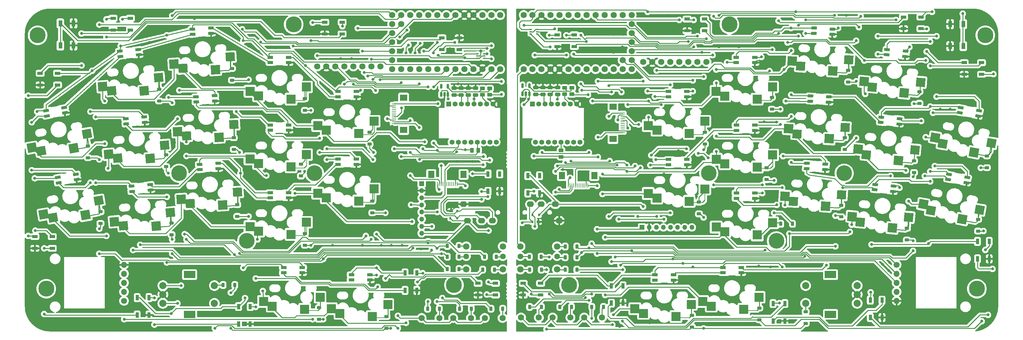
<source format=gbr>
%TF.GenerationSoftware,KiCad,Pcbnew,(7.0.0)*%
%TF.CreationDate,2023-02-20T10:05:00+01:00*%
%TF.ProjectId,wired-split,77697265-642d-4737-906c-69742e6b6963,rev?*%
%TF.SameCoordinates,Original*%
%TF.FileFunction,Copper,L2,Bot*%
%TF.FilePolarity,Positive*%
%FSLAX46Y46*%
G04 Gerber Fmt 4.6, Leading zero omitted, Abs format (unit mm)*
G04 Created by KiCad (PCBNEW (7.0.0)) date 2023-02-20 10:05:00*
%MOMM*%
%LPD*%
G01*
G04 APERTURE LIST*
G04 Aperture macros list*
%AMRoundRect*
0 Rectangle with rounded corners*
0 $1 Rounding radius*
0 $2 $3 $4 $5 $6 $7 $8 $9 X,Y pos of 4 corners*
0 Add a 4 corners polygon primitive as box body*
4,1,4,$2,$3,$4,$5,$6,$7,$8,$9,$2,$3,0*
0 Add four circle primitives for the rounded corners*
1,1,$1+$1,$2,$3*
1,1,$1+$1,$4,$5*
1,1,$1+$1,$6,$7*
1,1,$1+$1,$8,$9*
0 Add four rect primitives between the rounded corners*
20,1,$1+$1,$2,$3,$4,$5,0*
20,1,$1+$1,$4,$5,$6,$7,0*
20,1,$1+$1,$6,$7,$8,$9,0*
20,1,$1+$1,$8,$9,$2,$3,0*%
%AMRotRect*
0 Rectangle, with rotation*
0 The origin of the aperture is its center*
0 $1 length*
0 $2 width*
0 $3 Rotation angle, in degrees counterclockwise*
0 Add horizontal line*
21,1,$1,$2,0,0,$3*%
G04 Aperture macros list end*
%TA.AperFunction,ComponentPad*%
%ADD10C,4.500000*%
%TD*%
%TA.AperFunction,SMDPad,CuDef*%
%ADD11RoundRect,0.082000X-0.699850X0.365128X-0.734182X-0.289973X0.699850X-0.365128X0.734182X0.289973X0*%
%TD*%
%TA.AperFunction,SMDPad,CuDef*%
%ADD12RoundRect,0.082000X-0.718000X0.328000X-0.718000X-0.328000X0.718000X-0.328000X0.718000X0.328000X0*%
%TD*%
%TA.AperFunction,SMDPad,CuDef*%
%ADD13RoundRect,0.082000X-0.734182X0.289973X-0.699850X-0.365128X0.734182X-0.289973X0.699850X0.365128X0*%
%TD*%
%TA.AperFunction,SMDPad,CuDef*%
%ADD14RoundRect,0.082000X-0.686681X0.389330X-0.743855X-0.264174X0.686681X-0.389330X0.743855X0.264174X0*%
%TD*%
%TA.AperFunction,SMDPad,CuDef*%
%ADD15RoundRect,0.082000X-0.743855X0.264174X-0.686681X-0.389330X0.743855X-0.264174X0.686681X0.389330X0*%
%TD*%
%TA.AperFunction,SMDPad,CuDef*%
%ADD16RoundRect,0.082000X-0.650135X0.447696X-0.764049X-0.198338X0.650135X-0.447696X0.764049X0.198338X0*%
%TD*%
%TA.AperFunction,SMDPad,CuDef*%
%ADD17RoundRect,0.082000X-0.764049X0.198338X-0.650135X-0.447696X0.764049X-0.198338X0.650135X0.447696X0*%
%TD*%
%TA.AperFunction,ComponentPad*%
%ADD18C,4.400000*%
%TD*%
%TA.AperFunction,SMDPad,CuDef*%
%ADD19RotRect,2.550000X2.500000X170.000000*%
%TD*%
%TA.AperFunction,SMDPad,CuDef*%
%ADD20RotRect,2.600000X2.600000X170.000000*%
%TD*%
%TA.AperFunction,SMDPad,CuDef*%
%ADD21RoundRect,0.062500X-0.322530X-0.302137X0.394228X0.199743X0.322530X0.302137X-0.394228X-0.199743X0*%
%TD*%
%TA.AperFunction,SMDPad,CuDef*%
%ADD22RotRect,4.000000X0.250000X80.000000*%
%TD*%
%TA.AperFunction,SMDPad,CuDef*%
%ADD23RotRect,3.000000X0.250000X350.000000*%
%TD*%
%TA.AperFunction,ComponentPad*%
%ADD24C,2.000000*%
%TD*%
%TA.AperFunction,ComponentPad*%
%ADD25R,3.200000X2.000000*%
%TD*%
%TA.AperFunction,ComponentPad*%
%ADD26R,1.350000X1.350000*%
%TD*%
%TA.AperFunction,ComponentPad*%
%ADD27O,1.350000X1.350000*%
%TD*%
%TA.AperFunction,SMDPad,CuDef*%
%ADD28RotRect,2.550000X2.500000X185.000000*%
%TD*%
%TA.AperFunction,SMDPad,CuDef*%
%ADD29RotRect,2.600000X2.600000X185.000000*%
%TD*%
%TA.AperFunction,SMDPad,CuDef*%
%ADD30RoundRect,0.062500X-0.233342X-0.375319X0.329097X0.294970X0.233342X0.375319X-0.329097X-0.294970X0*%
%TD*%
%TA.AperFunction,SMDPad,CuDef*%
%ADD31RotRect,4.000000X0.250000X95.000000*%
%TD*%
%TA.AperFunction,SMDPad,CuDef*%
%ADD32RotRect,3.000000X0.250000X5.000000*%
%TD*%
%TA.AperFunction,ComponentPad*%
%ADD33C,1.752600*%
%TD*%
%TA.AperFunction,SMDPad,CuDef*%
%ADD34RotRect,2.550000X2.500000X183.000000*%
%TD*%
%TA.AperFunction,SMDPad,CuDef*%
%ADD35RotRect,2.600000X2.600000X183.000000*%
%TD*%
%TA.AperFunction,SMDPad,CuDef*%
%ADD36RoundRect,0.062500X-0.246298X-0.366947X0.339191X0.283305X0.246298X0.366947X-0.339191X-0.283305X0*%
%TD*%
%TA.AperFunction,SMDPad,CuDef*%
%ADD37RotRect,4.000000X0.250000X93.000000*%
%TD*%
%TA.AperFunction,SMDPad,CuDef*%
%ADD38RotRect,3.000000X0.250000X3.000000*%
%TD*%
%TA.AperFunction,SMDPad,CuDef*%
%ADD39R,2.550000X2.500000*%
%TD*%
%TA.AperFunction,SMDPad,CuDef*%
%ADD40R,2.600000X2.600000*%
%TD*%
%TA.AperFunction,SMDPad,CuDef*%
%ADD41RoundRect,0.062500X-0.265165X-0.353553X0.353553X0.265165X0.265165X0.353553X-0.353553X-0.265165X0*%
%TD*%
%TA.AperFunction,SMDPad,CuDef*%
%ADD42R,0.250000X4.000000*%
%TD*%
%TA.AperFunction,SMDPad,CuDef*%
%ADD43R,3.000000X0.250000*%
%TD*%
%TA.AperFunction,ComponentPad*%
%ADD44C,1.700000*%
%TD*%
%TA.AperFunction,ComponentPad*%
%ADD45O,1.700000X1.700000*%
%TD*%
%TA.AperFunction,SMDPad,CuDef*%
%ADD46RotRect,2.550000X2.500000X175.000000*%
%TD*%
%TA.AperFunction,SMDPad,CuDef*%
%ADD47RotRect,2.600000X2.600000X175.000000*%
%TD*%
%TA.AperFunction,SMDPad,CuDef*%
%ADD48RoundRect,0.062500X-0.294970X-0.329097X0.375319X0.233342X0.294970X0.329097X-0.375319X-0.233342X0*%
%TD*%
%TA.AperFunction,SMDPad,CuDef*%
%ADD49RotRect,4.000000X0.250000X85.000000*%
%TD*%
%TA.AperFunction,SMDPad,CuDef*%
%ADD50RotRect,3.000000X0.250000X355.000000*%
%TD*%
%TA.AperFunction,SMDPad,CuDef*%
%ADD51RotRect,2.550000X2.500000X177.000000*%
%TD*%
%TA.AperFunction,SMDPad,CuDef*%
%ADD52RotRect,2.600000X2.600000X177.000000*%
%TD*%
%TA.AperFunction,SMDPad,CuDef*%
%ADD53RoundRect,0.062500X-0.283305X-0.339191X0.366947X0.246298X0.283305X0.339191X-0.366947X-0.246298X0*%
%TD*%
%TA.AperFunction,SMDPad,CuDef*%
%ADD54RotRect,4.000000X0.250000X87.000000*%
%TD*%
%TA.AperFunction,SMDPad,CuDef*%
%ADD55RotRect,3.000000X0.250000X357.000000*%
%TD*%
%TA.AperFunction,ComponentPad*%
%ADD56C,1.800000*%
%TD*%
%TA.AperFunction,ComponentPad*%
%ADD57C,1.600000*%
%TD*%
%TA.AperFunction,ComponentPad*%
%ADD58O,2.000000X1.600000*%
%TD*%
%TA.AperFunction,SMDPad,CuDef*%
%ADD59RotRect,2.550000X2.500000X190.000000*%
%TD*%
%TA.AperFunction,SMDPad,CuDef*%
%ADD60RotRect,2.600000X2.600000X190.000000*%
%TD*%
%TA.AperFunction,SMDPad,CuDef*%
%ADD61RoundRect,0.062500X-0.199743X-0.394228X0.302137X0.322530X0.199743X0.394228X-0.302137X-0.322530X0*%
%TD*%
%TA.AperFunction,SMDPad,CuDef*%
%ADD62RotRect,4.000000X0.250000X100.000000*%
%TD*%
%TA.AperFunction,SMDPad,CuDef*%
%ADD63RotRect,3.000000X0.250000X10.000000*%
%TD*%
%TA.AperFunction,SMDPad,CuDef*%
%ADD64RoundRect,0.225000X-0.375000X0.225000X-0.375000X-0.225000X0.375000X-0.225000X0.375000X0.225000X0*%
%TD*%
%TA.AperFunction,SMDPad,CuDef*%
%ADD65RoundRect,0.250000X-0.450000X0.262500X-0.450000X-0.262500X0.450000X-0.262500X0.450000X0.262500X0*%
%TD*%
%TA.AperFunction,SMDPad,CuDef*%
%ADD66RoundRect,0.225000X-0.225000X-0.375000X0.225000X-0.375000X0.225000X0.375000X-0.225000X0.375000X0*%
%TD*%
%TA.AperFunction,SMDPad,CuDef*%
%ADD67RoundRect,0.250000X0.475000X-0.250000X0.475000X0.250000X-0.475000X0.250000X-0.475000X-0.250000X0*%
%TD*%
%TA.AperFunction,SMDPad,CuDef*%
%ADD68R,0.900000X1.500000*%
%TD*%
%TA.AperFunction,SMDPad,CuDef*%
%ADD69RoundRect,0.250000X-0.475000X0.250000X-0.475000X-0.250000X0.475000X-0.250000X0.475000X0.250000X0*%
%TD*%
%TA.AperFunction,SMDPad,CuDef*%
%ADD70R,1.500000X0.900000*%
%TD*%
%TA.AperFunction,SMDPad,CuDef*%
%ADD71RoundRect,0.225000X0.225000X0.375000X-0.225000X0.375000X-0.225000X-0.375000X0.225000X-0.375000X0*%
%TD*%
%TA.AperFunction,SMDPad,CuDef*%
%ADD72R,0.650000X0.400000*%
%TD*%
%TA.AperFunction,SMDPad,CuDef*%
%ADD73R,0.280000X1.250000*%
%TD*%
%TA.AperFunction,SMDPad,CuDef*%
%ADD74R,1.800000X2.000000*%
%TD*%
%TA.AperFunction,SMDPad,CuDef*%
%ADD75R,1.250000X0.280000*%
%TD*%
%TA.AperFunction,SMDPad,CuDef*%
%ADD76R,2.000000X1.800000*%
%TD*%
%TA.AperFunction,SMDPad,CuDef*%
%ADD77R,1.000000X0.700000*%
%TD*%
%TA.AperFunction,SMDPad,CuDef*%
%ADD78R,0.600000X0.700000*%
%TD*%
%TA.AperFunction,SMDPad,CuDef*%
%ADD79RoundRect,0.250000X0.450000X-0.262500X0.450000X0.262500X-0.450000X0.262500X-0.450000X-0.262500X0*%
%TD*%
%TA.AperFunction,SMDPad,CuDef*%
%ADD80R,1.100000X1.800000*%
%TD*%
%TA.AperFunction,ComponentPad*%
%ADD81R,1.400000X1.400000*%
%TD*%
%TA.AperFunction,ComponentPad*%
%ADD82C,1.400000*%
%TD*%
%TA.AperFunction,SMDPad,CuDef*%
%ADD83RoundRect,0.250000X0.262500X0.450000X-0.262500X0.450000X-0.262500X-0.450000X0.262500X-0.450000X0*%
%TD*%
%TA.AperFunction,SMDPad,CuDef*%
%ADD84RoundRect,0.150000X0.150000X-0.512500X0.150000X0.512500X-0.150000X0.512500X-0.150000X-0.512500X0*%
%TD*%
%TA.AperFunction,ViaPad*%
%ADD85C,0.800000*%
%TD*%
%TA.AperFunction,Conductor*%
%ADD86C,0.250000*%
%TD*%
G04 APERTURE END LIST*
D10*
%TO.P,,1*%
%TO.N,N/C*%
X84328000Y-156464000D03*
%TD*%
D11*
%TO.P,D84,1,VDD*%
%TO.N,RAW*%
X298290533Y-121139545D03*
%TO.P,D84,2,DOUT*%
%TO.N,Net-(D56-DIN)*%
X298212029Y-122637490D03*
%TO.P,D84,3,VSS*%
%TO.N,GND*%
X303404902Y-122909637D03*
%TO.P,D84,4,DIN*%
%TO.N,Net-(D82-DOUT)*%
X303483406Y-121411692D03*
%TD*%
D12*
%TO.P,D36,1,VDD*%
%TO.N,RAW_L*%
X147316505Y-129379287D03*
%TO.P,D36,2,DOUT*%
%TO.N,Net-(D36-DOUT)*%
X147316505Y-130879287D03*
%TO.P,D36,3,VSS*%
%TO.N,GND_L*%
X152516505Y-130879287D03*
%TO.P,D36,4,DIN*%
%TO.N,Net-(D33-DOUT)*%
X152516505Y-129379287D03*
%TD*%
D11*
%TO.P,D62,1,VDD*%
%TO.N,RAW*%
X299325039Y-102142980D03*
%TO.P,D62,2,DOUT*%
%TO.N,Net-(D62-DOUT)*%
X299246535Y-103640925D03*
%TO.P,D62,3,VSS*%
%TO.N,GND*%
X304439408Y-103913072D03*
%TO.P,D62,4,DIN*%
%TO.N,Net-(D55-DOUT)*%
X304517912Y-102415127D03*
%TD*%
D12*
%TO.P,D26,1,VDD*%
%TO.N,RAW_L*%
X147316505Y-91279287D03*
%TO.P,D26,2,DOUT*%
%TO.N,Net-(D26-DOUT)*%
X147316505Y-92779287D03*
%TO.P,D26,3,VSS*%
%TO.N,GND_L*%
X152516505Y-92779287D03*
%TO.P,D26,4,DIN*%
%TO.N,Net-(D22-DOUT)*%
X152516505Y-91279287D03*
%TD*%
D11*
%TO.P,D68,1,VDD*%
%TO.N,RAW*%
X300331187Y-83061765D03*
%TO.P,D68,2,DOUT*%
%TO.N,Net-(D68-DOUT)*%
X300252683Y-84559710D03*
%TO.P,D68,3,VSS*%
%TO.N,GND*%
X305445556Y-84831857D03*
%TO.P,D68,4,DIN*%
%TO.N,Net-(D61-DOUT)*%
X305524060Y-83333912D03*
%TD*%
D13*
%TO.P,D29,1,VDD*%
%TO.N,RAW_L*%
X125432950Y-83327350D03*
%TO.P,D29,2,DOUT*%
%TO.N,Net-(D29-DOUT)*%
X125511454Y-84825295D03*
%TO.P,D29,3,VSS*%
%TO.N,GND_L*%
X130704327Y-84553148D03*
%TO.P,D29,4,DIN*%
%TO.N,Net-(D26-DOUT)*%
X130625823Y-83055203D03*
%TD*%
D12*
%TO.P,D33,1,VDD*%
%TO.N,RAW_L*%
X166366505Y-119965287D03*
%TO.P,D33,2,DOUT*%
%TO.N,Net-(D33-DOUT)*%
X166366505Y-121465287D03*
%TO.P,D33,3,VSS*%
%TO.N,GND_L*%
X171566505Y-121465287D03*
%TO.P,D33,4,DIN*%
%TO.N,Net-(D30-DOUT)*%
X171566505Y-119965287D03*
%TD*%
D14*
%TO.P,D56,1,VDD*%
%TO.N,RAW*%
X317501872Y-127104689D03*
%TO.P,D56,2,DOUT*%
%TO.N,Net-(D56-DOUT)*%
X317371138Y-128598981D03*
%TO.P,D56,3,VSS*%
%TO.N,GND*%
X322551351Y-129052191D03*
%TO.P,D56,4,DIN*%
%TO.N,Net-(D56-DIN)*%
X322682084Y-127557899D03*
%TD*%
D15*
%TO.P,D23,1,VDD*%
%TO.N,RAW_L*%
X106694677Y-108555130D03*
%TO.P,D23,2,DOUT*%
%TO.N,Net-(D23-DOUT)*%
X106825410Y-110049422D03*
%TO.P,D23,3,VSS*%
%TO.N,GND_L*%
X112005623Y-109596212D03*
%TO.P,D23,4,DIN*%
%TO.N,Net-(D23-DIN)*%
X111874889Y-108101920D03*
%TD*%
D12*
%TO.P,D70,1,VDD*%
%TO.N,RAW*%
X255582505Y-152515903D03*
%TO.P,D70,2,DOUT*%
%TO.N,unconnected-(D70-DOUT-Pad2)*%
X255582505Y-154015903D03*
%TO.P,D70,3,VSS*%
%TO.N,GND*%
X260782505Y-154015903D03*
%TO.P,D70,4,DIN*%
%TO.N,Net-(D63-DOUT)*%
X260782505Y-152515903D03*
%TD*%
D15*
%TO.P,D32,1,VDD*%
%TO.N,RAW_L*%
X105024281Y-89528077D03*
%TO.P,D32,2,DOUT*%
%TO.N,Net-(D32-DOUT)*%
X105155014Y-91022369D03*
%TO.P,D32,3,VSS*%
%TO.N,GND_L*%
X110335227Y-90569159D03*
%TO.P,D32,4,DIN*%
%TO.N,Net-(D29-DOUT)*%
X110204493Y-89074867D03*
%TD*%
D13*
%TO.P,D40,1,VDD*%
%TO.N,RAW_L*%
X127462714Y-121430780D03*
%TO.P,D40,2,DOUT*%
%TO.N,Net-(D24-DIN)*%
X127541218Y-122928725D03*
%TO.P,D40,3,VSS*%
%TO.N,GND_L*%
X132734091Y-122656578D03*
%TO.P,D40,4,DIN*%
%TO.N,Net-(D36-DOUT)*%
X132655587Y-121158633D03*
%TD*%
D12*
%TO.P,D30,1,VDD*%
%TO.N,RAW_L*%
X147316505Y-110329287D03*
%TO.P,D30,2,DOUT*%
%TO.N,Net-(D30-DOUT)*%
X147316505Y-111829287D03*
%TO.P,D30,3,VSS*%
%TO.N,GND_L*%
X152516505Y-111829287D03*
%TO.P,D30,4,DIN*%
%TO.N,Net-(D27-DOUT)*%
X152516505Y-110329287D03*
%TD*%
D16*
%TO.P,D83,1,VDD*%
%TO.N,RAW*%
X338287670Y-124227760D03*
%TO.P,D83,2,DOUT*%
%TO.N,Net-(D55-DIN)*%
X338027197Y-125704971D03*
%TO.P,D83,3,VSS*%
%TO.N,GND*%
X343148198Y-126607942D03*
%TO.P,D83,4,DIN*%
%TO.N,Net-(D81-DOUT)*%
X343408670Y-125130730D03*
%TD*%
D12*
%TO.P,D31,1,VDD*%
%TO.N,RAW_L*%
X170184505Y-152509287D03*
%TO.P,D31,2,DOUT*%
%TO.N,unconnected-(D31-DOUT-Pad2)*%
X170184505Y-154009287D03*
%TO.P,D31,3,VSS*%
%TO.N,GND_L*%
X175384505Y-154009287D03*
%TO.P,D31,4,DIN*%
%TO.N,Net-(D28-DOUT)*%
X175384505Y-152509287D03*
%TD*%
%TO.P,D69,1,VDD*%
%TO.N,RAW*%
X278472351Y-110407938D03*
%TO.P,D69,2,DOUT*%
%TO.N,Net-(D69-DOUT)*%
X278472351Y-111907938D03*
%TO.P,D69,3,VSS*%
%TO.N,GND*%
X283672351Y-111907938D03*
%TO.P,D69,4,DIN*%
%TO.N,Net-(D62-DOUT)*%
X283672351Y-110407938D03*
%TD*%
D16*
%TO.P,D81,1,VDD*%
%TO.N,RAW*%
X341594374Y-105432888D03*
%TO.P,D81,2,DOUT*%
%TO.N,Net-(D81-DOUT)*%
X341333901Y-106910099D03*
%TO.P,D81,3,VSS*%
%TO.N,GND*%
X346454902Y-107813070D03*
%TO.P,D81,4,DIN*%
%TO.N,Net-(D75-DOUT)*%
X346715374Y-106335858D03*
%TD*%
D13*
%TO.P,D27,1,VDD*%
%TO.N,RAW_L*%
X126452090Y-102377149D03*
%TO.P,D27,2,DOUT*%
%TO.N,Net-(D27-DOUT)*%
X126530594Y-103875094D03*
%TO.P,D27,3,VSS*%
%TO.N,GND_L*%
X131723467Y-103602947D03*
%TO.P,D27,4,DIN*%
%TO.N,Net-(D23-DOUT)*%
X131644963Y-102105002D03*
%TD*%
D12*
%TO.P,D82,1,VDD*%
%TO.N,RAW*%
X278463509Y-129514011D03*
%TO.P,D82,2,DOUT*%
%TO.N,Net-(D82-DOUT)*%
X278463509Y-131014011D03*
%TO.P,D82,3,VSS*%
%TO.N,GND*%
X283663509Y-131014011D03*
%TO.P,D82,4,DIN*%
%TO.N,Net-(D76-DOUT)*%
X283663509Y-129514011D03*
%TD*%
D17*
%TO.P,D39,1,VDD*%
%TO.N,RAW_L*%
X87539636Y-125125343D03*
%TO.P,D39,2,DOUT*%
%TO.N,Net-(D23-DIN)*%
X87800108Y-126602555D03*
%TO.P,D39,3,VSS*%
%TO.N,GND_L*%
X92921109Y-125699584D03*
%TO.P,D39,4,DIN*%
%TO.N,Net-(D35-DOUT)*%
X92660636Y-124222373D03*
%TD*%
D15*
%TO.P,D24,1,VDD*%
%TO.N,RAW_L*%
X108340439Y-127575363D03*
%TO.P,D24,2,DOUT*%
%TO.N,Net-(D24-DOUT)*%
X108471172Y-129069655D03*
%TO.P,D24,3,VSS*%
%TO.N,GND_L*%
X113651385Y-128616445D03*
%TO.P,D24,4,DIN*%
%TO.N,Net-(D24-DIN)*%
X113520651Y-127122153D03*
%TD*%
D12*
%TO.P,D22,1,VDD*%
%TO.N,RAW_L*%
X166366505Y-100915287D03*
%TO.P,D22,2,DOUT*%
%TO.N,Net-(D22-DOUT)*%
X166366505Y-102415287D03*
%TO.P,D22,3,VSS*%
%TO.N,GND_L*%
X171566505Y-102415287D03*
%TO.P,D22,4,DIN*%
%TO.N,LED_5V_L*%
X171566505Y-100915287D03*
%TD*%
%TO.P,D76,1,VDD*%
%TO.N,RAW*%
X259342504Y-120061217D03*
%TO.P,D76,2,DOUT*%
%TO.N,Net-(D76-DOUT)*%
X259342504Y-121561217D03*
%TO.P,D76,3,VSS*%
%TO.N,GND*%
X264542504Y-121561217D03*
%TO.P,D76,4,DIN*%
%TO.N,Net-(D69-DOUT)*%
X264542504Y-120061217D03*
%TD*%
%TO.P,D61,1,VDD*%
%TO.N,RAW*%
X278422505Y-91285903D03*
%TO.P,D61,2,DOUT*%
%TO.N,Net-(D61-DOUT)*%
X278422505Y-92785903D03*
%TO.P,D61,3,VSS*%
%TO.N,GND*%
X283622505Y-92785903D03*
%TO.P,D61,4,DIN*%
%TO.N,Net-(D54-DOUT)*%
X283622505Y-91285903D03*
%TD*%
D14*
%TO.P,D55,1,VDD*%
%TO.N,RAW*%
X319206808Y-108126314D03*
%TO.P,D55,2,DOUT*%
%TO.N,Net-(D55-DOUT)*%
X319076074Y-109620606D03*
%TO.P,D55,3,VSS*%
%TO.N,GND*%
X324256287Y-110073816D03*
%TO.P,D55,4,DIN*%
%TO.N,Net-(D55-DIN)*%
X324387020Y-108579524D03*
%TD*%
D12*
%TO.P,D63,1,VDD*%
%TO.N,RAW*%
X274662505Y-150477287D03*
%TO.P,D63,2,DOUT*%
%TO.N,Net-(D63-DOUT)*%
X274662505Y-151977287D03*
%TO.P,D63,3,VSS*%
%TO.N,GND*%
X279862505Y-151977287D03*
%TO.P,D63,4,DIN*%
%TO.N,Net-(D56-DOUT)*%
X279862505Y-150477287D03*
%TD*%
D17*
%TO.P,D35,1,VDD*%
%TO.N,RAW_L*%
X84237636Y-106329343D03*
%TO.P,D35,2,DOUT*%
%TO.N,Net-(D35-DOUT)*%
X84498108Y-107806555D03*
%TO.P,D35,3,VSS*%
%TO.N,GND_L*%
X89619109Y-106903584D03*
%TO.P,D35,4,DIN*%
%TO.N,Net-(D32-DOUT)*%
X89358636Y-105426373D03*
%TD*%
D12*
%TO.P,D54,1,VDD*%
%TO.N,RAW*%
X259342505Y-100921903D03*
%TO.P,D54,2,DOUT*%
%TO.N,Net-(D54-DOUT)*%
X259342505Y-102421903D03*
%TO.P,D54,3,VSS*%
%TO.N,GND*%
X264542505Y-102421903D03*
%TO.P,D54,4,DIN*%
%TO.N,LED_5V*%
X264542505Y-100921903D03*
%TD*%
D14*
%TO.P,D75,1,VDD*%
%TO.N,RAW*%
X320860517Y-89081410D03*
%TO.P,D75,2,DOUT*%
%TO.N,Net-(D75-DOUT)*%
X320729783Y-90575702D03*
%TO.P,D75,3,VSS*%
%TO.N,GND*%
X325909996Y-91028912D03*
%TO.P,D75,4,DIN*%
%TO.N,Net-(D68-DOUT)*%
X326040729Y-89534620D03*
%TD*%
D12*
%TO.P,D28,1,VDD*%
%TO.N,RAW_L*%
X151134505Y-150477287D03*
%TO.P,D28,2,DOUT*%
%TO.N,Net-(D28-DOUT)*%
X151134505Y-151977287D03*
%TO.P,D28,3,VSS*%
%TO.N,GND_L*%
X156334505Y-151977287D03*
%TO.P,D28,4,DIN*%
%TO.N,Net-(D24-DOUT)*%
X156334505Y-150477287D03*
%TD*%
D18*
%TO.P,REF\u002A\u002A,1*%
%TO.N,N/C*%
X121666000Y-123952000D03*
X140716000Y-143002000D03*
X159766000Y-123952000D03*
%TD*%
D19*
%TO.P,SW22,1,1*%
%TO.N,row_1*%
X333197471Y-134411883D03*
D20*
X331035335Y-132676763D03*
D21*
%TO.P,SW22,2,2*%
%TO.N,Net-(D48-K)*%
X346033164Y-137614143D03*
D22*
X346712123Y-135439391D03*
D19*
X346898969Y-134245284D03*
D23*
X344239068Y-137591582D03*
D20*
X342024890Y-136851816D03*
%TD*%
D24*
%TO.P,SW39,A,A*%
%TO.N,EncL*%
X312442505Y-160585287D03*
%TO.P,SW39,B,B*%
%TO.N,EncR*%
X312442505Y-155585287D03*
%TO.P,SW39,C,C*%
%TO.N,GND*%
X312442505Y-158085287D03*
D25*
%TO.P,SW39,MP*%
%TO.N,N/C*%
X304942504Y-163685286D03*
X304942504Y-152485286D03*
D24*
%TO.P,SW39,S1,S1*%
%TO.N,row_3*%
X297942505Y-155585287D03*
%TO.P,SW39,S2,S2*%
%TO.N,Net-(D80-K)*%
X297942505Y-160585287D03*
%TD*%
D26*
%TO.P,J9,1,Pin_1*%
%TO.N,VCC_L*%
X189913095Y-126857999D03*
D27*
%TO.P,J9,2,Pin_2*%
%TO.N,GND_L*%
X189913095Y-128857999D03*
%TO.P,J9,3,Pin_3*%
%TO.N,MOSI_L*%
X189913095Y-130857999D03*
%TO.P,J9,4,Pin_4*%
%TO.N,MISO_L*%
X189913095Y-132857999D03*
%TO.P,J9,5,Pin_5*%
%TO.N,SCLK_L*%
X189913095Y-134857999D03*
%TO.P,J9,6,Pin_6*%
%TO.N,SDA_L*%
X189913095Y-136857999D03*
%TO.P,J9,7,Pin_7*%
%TO.N,SCL_L*%
X189913095Y-138857999D03*
%TO.P,J9,8,Pin_8*%
%TO.N,RAW_L*%
X189913095Y-140857999D03*
%TD*%
D28*
%TO.P,SW6,1,1*%
%TO.N,row_1_L*%
X104413767Y-119709678D03*
D29*
X101876223Y-118593283D03*
D30*
%TO.P,SW6,2,2*%
%TO.N,Net-(D6-K)*%
X117640901Y-119480702D03*
D31*
X117733858Y-117204326D03*
D28*
X117605279Y-116002547D03*
D32*
X115902098Y-119923256D03*
D29*
X113571901Y-119781768D03*
%TD*%
D33*
%TO.P,SW27,1,1*%
%TO.N,row_3*%
X217902505Y-164581287D03*
%TO.P,SW27,2,2*%
%TO.N,Net-(D60-K)*%
X222902505Y-164581287D03*
%TD*%
D34*
%TO.P,SW11,1,1*%
%TO.N,row_2_L*%
X124793905Y-132498930D03*
D35*
X122296868Y-131294657D03*
D36*
%TO.P,SW11,2,2*%
%TO.N,Net-(D11-K)*%
X138020973Y-132731715D03*
D37*
X138193317Y-130459969D03*
D34*
X138106758Y-129254435D03*
D38*
X136267784Y-133113315D03*
D35*
X133943944Y-132890591D03*
%TD*%
D39*
%TO.P,SW13,1,1*%
%TO.N,row_0_L*%
X144072092Y-102192594D03*
D40*
X141641504Y-100859286D03*
D41*
%TO.P,SW13,2,2*%
%TO.N,Net-(D13-K)*%
X157268849Y-103117311D03*
D42*
X157559851Y-100857698D03*
D39*
X157536504Y-99649286D03*
D43*
X155498092Y-103406633D03*
D40*
X153189093Y-103062594D03*
%TD*%
D33*
%TO.P,U7,1,TX0/PD3*%
%TO.N,TX*%
X221059255Y-94617287D03*
%TO.P,U7,2,RX1/PD2*%
%TO.N,RX*%
X223599255Y-94617287D03*
%TO.P,U7,3,GND*%
%TO.N,GND*%
X226139255Y-94617287D03*
%TO.P,U7,4,GND*%
X228679255Y-94617287D03*
%TO.P,U7,5,2/PD1*%
%TO.N,SDA*%
X231219255Y-94617287D03*
%TO.P,U7,6,3/PD0*%
%TO.N,SCL*%
X233759255Y-94617287D03*
%TO.P,U7,7,4/PD4*%
%TO.N,row_0*%
X236299255Y-94617287D03*
%TO.P,U7,8,5/PC6*%
%TO.N,row_1*%
X238839255Y-94617287D03*
%TO.P,U7,9,6/PD7*%
%TO.N,row_2*%
X241379255Y-94617287D03*
%TO.P,U7,10,7/PE6*%
%TO.N,row_3*%
X243919255Y-94617287D03*
%TO.P,U7,11,8/PB4*%
%TO.N,col0*%
X246459255Y-94617287D03*
%TO.P,U7,12,9/PB5*%
%TO.N,col1*%
X248999255Y-94597287D03*
%TO.P,U7,13,10/PB6*%
%TO.N,NCS*%
X248999255Y-79377287D03*
%TO.P,U7,14,16/PB2*%
%TO.N,MOSI*%
X246459255Y-79377287D03*
%TO.P,U7,15,14/PB3*%
%TO.N,MISO*%
X243919255Y-79377287D03*
%TO.P,U7,16,15/PB1*%
%TO.N,SCLK*%
X241379255Y-79377287D03*
%TO.P,U7,17,A0/PF7*%
%TO.N,TFT_CS*%
X238839255Y-79377287D03*
%TO.P,U7,18,A1/PF6*%
%TO.N,Net-(U7-A1{slash}PF6)*%
X236299255Y-79377287D03*
%TO.P,U7,19,A2/PF5*%
%TO.N,EncR*%
X233759255Y-79377287D03*
%TO.P,U7,20,A3/PF4*%
%TO.N,EncL*%
X231219255Y-79377287D03*
%TO.P,U7,21,VCC*%
%TO.N,VCC*%
X228679255Y-79377287D03*
%TO.P,U7,22,RST*%
%TO.N,RESET*%
X226139255Y-79377287D03*
%TO.P,U7,23,GND*%
%TO.N,GND*%
X223599255Y-79377287D03*
%TO.P,U7,24,B0*%
%TO.N,RAW*%
X221059255Y-79377287D03*
%TO.P,U7,25,B7*%
%TO.N,col4*%
X248999255Y-92077287D03*
%TO.P,U7,26,D5*%
%TO.N,col3*%
X248999255Y-89537287D03*
%TO.P,U7,27,C7*%
%TO.N,col2*%
X248999255Y-86997287D03*
%TO.P,U7,28,F1*%
%TO.N,TFT_DC*%
X248999255Y-84457287D03*
%TO.P,U7,29,F0*%
%TO.N,TFT_RST*%
X248999255Y-81917287D03*
%TO.P,U7,30,RGB*%
%TO.N,LED_5V*%
X246459255Y-92077287D03*
%TO.P,U7,31,GPIO10*%
%TO.N,row_4*%
X218629255Y-94597287D03*
%TO.P,U7,32,GPIO11*%
%TO.N,TFT_BL*%
X218629255Y-79357287D03*
%TD*%
D10*
%TO.P,,1*%
%TO.N,N/C*%
X231394000Y-155448000D03*
%TD*%
%TO.P,,1*%
%TO.N,N/C*%
X348488000Y-85090000D03*
%TD*%
D18*
%TO.P,REF\u002A\u002A,1*%
%TO.N,N/C*%
X270666000Y-123952000D03*
X289716000Y-143002000D03*
X308766000Y-123952000D03*
%TD*%
D10*
%TO.P,,1*%
%TO.N,N/C*%
X81900000Y-85090000D03*
%TD*%
D33*
%TO.P,SW35,1,1*%
%TO.N,row_3*%
X235650505Y-164581287D03*
%TO.P,SW35,2,2*%
%TO.N,Net-(D74-K)*%
X240650505Y-164581287D03*
%TD*%
%TO.P,SW8,1,1*%
%TO.N,row_3_L*%
X207670505Y-164689287D03*
%TO.P,SW8,2,2*%
%TO.N,Net-(D8-K)*%
X212670505Y-164689287D03*
%TD*%
D24*
%TO.P,SW21,A,A*%
%TO.N,EncL_L*%
X117128505Y-155585287D03*
%TO.P,SW21,B,B*%
%TO.N,EncR_L*%
X117128505Y-160585287D03*
%TO.P,SW21,C,C*%
%TO.N,GND_L*%
X117128505Y-158085287D03*
D25*
%TO.P,SW21,MP*%
%TO.N,N/C*%
X124628504Y-152485286D03*
X124628504Y-163685286D03*
D24*
%TO.P,SW21,S1,S1*%
%TO.N,row_3_L*%
X131628505Y-160585287D03*
%TO.P,SW21,S2,S2*%
%TO.N,Net-(D20-K)*%
X131628505Y-155585287D03*
%TD*%
D33*
%TO.P,SW16,1,1*%
%TO.N,row_3_L*%
X189922505Y-164689287D03*
%TO.P,SW16,2,2*%
%TO.N,Net-(D16-K)*%
X194922505Y-164689287D03*
%TD*%
D39*
%TO.P,SW3,1,1*%
%TO.N,row_2_L*%
X147890092Y-161390594D03*
D40*
X145459504Y-160057286D03*
D41*
%TO.P,SW3,2,2*%
%TO.N,Net-(D3-K)*%
X161086849Y-162315311D03*
D42*
X161377851Y-160055698D03*
D39*
X161354504Y-158847286D03*
D43*
X159316092Y-162604633D03*
D40*
X157007093Y-162260594D03*
%TD*%
D10*
%TO.P,,1*%
%TO.N,N/C*%
X346116000Y-156464000D03*
%TD*%
D44*
%TO.P,U5,1,VDD*%
%TO.N,VCC_L*%
X106214505Y-159863287D03*
D45*
%TO.P,U5,2,SDA*%
%TO.N,SDA_L*%
X106214504Y-157323286D03*
%TO.P,U5,3,SCL*%
%TO.N,SCL_L*%
X106214504Y-154783286D03*
%TO.P,U5,4,TRIG*%
%TO.N,unconnected-(U5-TRIG-Pad4)*%
X106214504Y-152243286D03*
%TO.P,U5,5,GND*%
%TO.N,GND_L*%
X106214504Y-149703286D03*
%TD*%
D39*
%TO.P,SW33,1,1*%
%TO.N,row_1*%
X275227938Y-121321245D03*
D40*
X272797350Y-119987937D03*
D41*
%TO.P,SW33,2,2*%
%TO.N,Net-(D72-K)*%
X288424695Y-122245962D03*
D42*
X288715697Y-119986349D03*
D39*
X288692350Y-118777937D03*
D43*
X286653938Y-122535284D03*
D40*
X284344939Y-122191245D03*
%TD*%
D46*
%TO.P,SW25,1,1*%
%TO.N,row_1*%
X315023583Y-118715323D03*
D47*
X312718450Y-117175249D03*
D48*
%TO.P,SW25,2,2*%
%TO.N,Net-(D58-K)*%
X328089529Y-120786694D03*
D49*
X328576361Y-118561043D03*
D46*
X328658423Y-117355194D03*
D50*
X326300294Y-120920584D03*
D47*
X324030066Y-120376612D03*
%TD*%
D46*
%TO.P,SW26,1,1*%
%TO.N,row_2*%
X313318647Y-137693698D03*
D47*
X311013514Y-136153624D03*
D48*
%TO.P,SW26,2,2*%
%TO.N,Net-(D59-K)*%
X326384593Y-139765069D03*
D49*
X326871425Y-137539418D03*
D46*
X326953487Y-136333569D03*
D50*
X324595358Y-139898959D03*
D47*
X322325130Y-139354987D03*
%TD*%
D39*
%TO.P,SW34,1,1*%
%TO.N,row_2*%
X275219096Y-140427318D03*
D40*
X272788508Y-139094010D03*
D39*
%TO.P,SW34,2,2*%
%TO.N,Net-(D73-K)*%
X288683508Y-137884010D03*
D40*
X284336097Y-141297318D03*
%TD*%
D39*
%TO.P,SW19,1,1*%
%TO.N,row_2_L*%
X166940092Y-163422594D03*
D40*
X164509504Y-162089286D03*
D41*
%TO.P,SW19,2,2*%
%TO.N,Net-(D19-K)*%
X180136849Y-164347311D03*
D42*
X180427851Y-162087698D03*
D39*
X180404504Y-160879286D03*
D43*
X178366092Y-164636633D03*
D40*
X176057093Y-164292594D03*
%TD*%
D33*
%TO.P,J1,1,Pin_1*%
%TO.N,VCC_L*%
X160584504Y-93857300D03*
%TO.P,J1,2,Pin_2*%
%TO.N,GND_L*%
X163124506Y-93857301D03*
%TO.P,J1,3,Pin_3*%
%TO.N,MOSI_L*%
X165664504Y-93857300D03*
%TO.P,J1,4,Pin_4*%
%TO.N,SCLK_L*%
X168204504Y-93857300D03*
%TO.P,J1,5,Pin_5*%
%TO.N,TFT_CS_L*%
X170744505Y-93857301D03*
%TO.P,J1,6,Pin_6*%
%TO.N,TFT_DC_L*%
X173284505Y-93857302D03*
%TO.P,J1,7,Pin_7*%
%TO.N,TFT_RST_L*%
X175824505Y-93857301D03*
%TO.P,J1,8,Pin_8*%
%TO.N,TFT_BL_L*%
X178364504Y-93857301D03*
%TD*%
D46*
%TO.P,SW24,1,1*%
%TO.N,row_0*%
X316677292Y-99670419D03*
D47*
X314372159Y-98130345D03*
D48*
%TO.P,SW24,2,2*%
%TO.N,Net-(D57-K)*%
X329743238Y-101741790D03*
D49*
X330230070Y-99516139D03*
D46*
X330312132Y-98310290D03*
D50*
X327954003Y-101875680D03*
D47*
X325683775Y-101331708D03*
%TD*%
D39*
%TO.P,SW23,1,1*%
%TO.N,row_2*%
X271418092Y-161390594D03*
D40*
X268987504Y-160057286D03*
D41*
%TO.P,SW23,2,2*%
%TO.N,Net-(D53-K)*%
X284614849Y-162315311D03*
D42*
X284905851Y-160055698D03*
D39*
X284882504Y-158847286D03*
D43*
X282844092Y-162604633D03*
D40*
X280535093Y-162260594D03*
%TD*%
D28*
%TO.P,SW7,1,1*%
%TO.N,row_2_L*%
X106059529Y-138729911D03*
D29*
X103521985Y-137613516D03*
D30*
%TO.P,SW7,2,2*%
%TO.N,Net-(D7-K)*%
X119286663Y-138500935D03*
D31*
X119379620Y-136224559D03*
D28*
X119251041Y-135022780D03*
D32*
X117547860Y-138943489D03*
D29*
X115217663Y-138802001D03*
%TD*%
D39*
%TO.P,SW38,1,1*%
%TO.N,row_2*%
X252338092Y-163429210D03*
D40*
X249907504Y-162095902D03*
D41*
%TO.P,SW38,2,2*%
%TO.N,Net-(D79-K)*%
X265534849Y-164353927D03*
D42*
X265825851Y-162094314D03*
D39*
X265802504Y-160885902D03*
D43*
X263764092Y-164643249D03*
D40*
X261455093Y-164299210D03*
%TD*%
D51*
%TO.P,SW29,1,1*%
%TO.N,row_1*%
X295513914Y-112871532D03*
D52*
X293156437Y-111412844D03*
D53*
%TO.P,SW29,2,2*%
%TO.N,Net-(D65-K)*%
X308644190Y-114485646D03*
D54*
X309053051Y-112244360D03*
D51*
X309092980Y-111036382D03*
D55*
X306860717Y-114681898D03*
D52*
X304572888Y-114217486D03*
%TD*%
D56*
%TO.P,HAT2,1,1*%
%TO.N,Net-(D85-K)*%
X227992505Y-151039287D03*
D57*
%TO.P,HAT2,2,2*%
%TO.N,Net-(D86-K)*%
X227992505Y-147339287D03*
D56*
%TO.P,HAT2,3,3*%
%TO.N,Net-(D89-K)*%
X227992505Y-144539287D03*
%TO.P,HAT2,4,4*%
%TO.N,row_4*%
X217692505Y-144539287D03*
D57*
%TO.P,HAT2,5,5*%
%TO.N,Net-(D90-K)*%
X217692505Y-147339287D03*
D56*
%TO.P,HAT2,6,6*%
%TO.N,Net-(D93-K)*%
X217692505Y-151039287D03*
%TD*%
D34*
%TO.P,SW10,1,1*%
%TO.N,row_1_L*%
X123783281Y-113445299D03*
D35*
X121286244Y-112241026D03*
D36*
%TO.P,SW10,2,2*%
%TO.N,Net-(D10-K)*%
X137010349Y-113678084D03*
D37*
X137182693Y-111406338D03*
D34*
X137096134Y-110200804D03*
D38*
X135257160Y-114059684D03*
D35*
X132933320Y-113836960D03*
%TD*%
D39*
%TO.P,SW36,1,1*%
%TO.N,row_0*%
X256098092Y-111835210D03*
D40*
X253667504Y-110501902D03*
D41*
%TO.P,SW36,2,2*%
%TO.N,Net-(D77-K)*%
X269294849Y-112759927D03*
D42*
X269585851Y-110500314D03*
D39*
X269562504Y-109291902D03*
D43*
X267524092Y-113049249D03*
D40*
X265215093Y-112705210D03*
%TD*%
D19*
%TO.P,SW4,1,1*%
%TO.N,row_0*%
X336504175Y-115617011D03*
D20*
X334342039Y-113881891D03*
D21*
%TO.P,SW4,2,2*%
%TO.N,Net-(D47-K)*%
X349339868Y-118819271D03*
D22*
X350018827Y-116644519D03*
D19*
X350205673Y-115450412D03*
D23*
X347545772Y-118796710D03*
D20*
X345331594Y-118056944D03*
%TD*%
D33*
%TO.P,SW31,1,1*%
%TO.N,row_3*%
X226776505Y-164581287D03*
%TO.P,SW31,2,2*%
%TO.N,Net-(D67-K)*%
X231776505Y-164581287D03*
%TD*%
D51*
%TO.P,SW28,1,1*%
%TO.N,row_0*%
X296520062Y-93790317D03*
D52*
X294162585Y-92331629D03*
D53*
%TO.P,SW28,2,2*%
%TO.N,Net-(D64-K)*%
X309650338Y-95404431D03*
D54*
X310059199Y-93163145D03*
D51*
X310099128Y-91955167D03*
D55*
X307866865Y-95600683D03*
D52*
X305579036Y-95136271D03*
%TD*%
D39*
%TO.P,SW18,1,1*%
%TO.N,row_1_L*%
X163122092Y-130878594D03*
D40*
X160691504Y-129545286D03*
D41*
%TO.P,SW18,2,2*%
%TO.N,Net-(D18-K)*%
X176318849Y-131803311D03*
D42*
X176609851Y-129543698D03*
D39*
X176586504Y-128335286D03*
D43*
X174548092Y-132092633D03*
D40*
X172239093Y-131748594D03*
%TD*%
D39*
%TO.P,SW32,1,1*%
%TO.N,row_0*%
X275178092Y-102199210D03*
D40*
X272747504Y-100865902D03*
D41*
%TO.P,SW32,2,2*%
%TO.N,Net-(D71-K)*%
X288374849Y-103123927D03*
D42*
X288665851Y-100864314D03*
D39*
X288642504Y-99655902D03*
D43*
X286604092Y-103413249D03*
D40*
X284295093Y-103069210D03*
%TD*%
D10*
%TO.P,,1*%
%TO.N,N/C*%
X199014000Y-155448000D03*
%TD*%
D28*
%TO.P,SW5,1,1*%
%TO.N,row_0_L*%
X102743371Y-100682625D03*
D29*
X100205827Y-99566230D03*
D30*
%TO.P,SW5,2,2*%
%TO.N,Net-(D5-K)*%
X115970505Y-100453649D03*
D31*
X116063462Y-98177273D03*
D28*
X115934883Y-96975494D03*
D32*
X114231702Y-100896203D03*
D29*
X111901505Y-100754715D03*
%TD*%
D39*
%TO.P,SW17,1,1*%
%TO.N,row_0_L*%
X163122092Y-111828594D03*
D40*
X160691504Y-110495286D03*
D41*
%TO.P,SW17,2,2*%
%TO.N,Net-(D17-K)*%
X176318849Y-112753311D03*
D42*
X176609851Y-110493698D03*
D39*
X176586504Y-109285286D03*
D43*
X174548092Y-113042633D03*
D40*
X172239093Y-112698594D03*
%TD*%
D10*
%TO.P,,1*%
%TO.N,N/C*%
X153924000Y-82042000D03*
%TD*%
D58*
%TO.P,J2,A*%
%TO.N,RX_L*%
X206784504Y-137271286D03*
%TO.P,J2,B*%
%TO.N,TX_L*%
X209784504Y-137271286D03*
%TO.P,J2,C*%
%TO.N,GND_L*%
X201684504Y-132671286D03*
%TO.P,J2,D*%
%TO.N,RAW_L*%
X202784504Y-137271286D03*
%TD*%
D59*
%TO.P,SW1,1,1*%
%TO.N,row_0_L*%
X82937589Y-117640239D03*
D60*
X80312401Y-116749254D03*
D61*
%TO.P,SW1,2,2*%
%TO.N,Net-(D1-K)*%
X96094433Y-116259314D03*
D62*
X95988637Y-113983498D03*
D59*
X95755805Y-112797499D03*
D63*
X94400818Y-116851730D03*
D60*
X92067156Y-116913871D03*
%TD*%
D44*
%TO.P,U6,1,VDD*%
%TO.N,VCC*%
X323542505Y-149703287D03*
D45*
%TO.P,U6,2,SDA*%
%TO.N,SDA*%
X323542504Y-152243286D03*
%TO.P,U6,3,SCL*%
%TO.N,SCL*%
X323542504Y-154783286D03*
%TO.P,U6,4,TRIG*%
%TO.N,unconnected-(U6-TRIG-Pad4)*%
X323542504Y-157323286D03*
%TO.P,U6,5,GND*%
%TO.N,GND*%
X323542504Y-159863286D03*
%TD*%
D39*
%TO.P,SW14,1,1*%
%TO.N,row_1_L*%
X144072092Y-121242594D03*
D40*
X141641504Y-119909286D03*
D41*
%TO.P,SW14,2,2*%
%TO.N,Net-(D14-K)*%
X157268849Y-122167311D03*
D42*
X157559851Y-119907698D03*
D39*
X157536504Y-118699286D03*
D43*
X155498092Y-122456633D03*
D40*
X153189093Y-122112594D03*
%TD*%
D39*
%TO.P,SW15,1,1*%
%TO.N,row_2_L*%
X144072092Y-140292594D03*
D40*
X141641504Y-138959286D03*
D41*
%TO.P,SW15,2,2*%
%TO.N,Net-(D15-K)*%
X157268849Y-141217311D03*
D42*
X157559851Y-138957698D03*
D39*
X157536504Y-137749286D03*
D43*
X155498092Y-141506633D03*
D40*
X153189093Y-141162594D03*
%TD*%
D39*
%TO.P,SW37,1,1*%
%TO.N,row_1*%
X256098091Y-130974524D03*
D40*
X253667503Y-129641216D03*
D41*
%TO.P,SW37,2,2*%
%TO.N,Net-(D78-K)*%
X269294848Y-131899241D03*
D42*
X269585850Y-129639628D03*
D39*
X269562503Y-128431216D03*
D43*
X267524091Y-132188563D03*
D40*
X265215092Y-131844524D03*
%TD*%
D26*
%TO.P,J10,1,Pin_1*%
%TO.N,VCC*%
X251937999Y-139191999D03*
D27*
%TO.P,J10,2,Pin_2*%
%TO.N,GND*%
X253937999Y-139191999D03*
%TO.P,J10,3,Pin_3*%
%TO.N,MOSI*%
X255937999Y-139191999D03*
%TO.P,J10,4,Pin_4*%
%TO.N,MISO*%
X257937999Y-139191999D03*
%TO.P,J10,5,Pin_5*%
%TO.N,SCLK*%
X259937999Y-139191999D03*
%TO.P,J10,6,Pin_6*%
%TO.N,SDA*%
X261937999Y-139191999D03*
%TO.P,J10,7,Pin_7*%
%TO.N,SCL*%
X263937999Y-139191999D03*
%TO.P,J10,8,Pin_8*%
%TO.N,RAW*%
X265937999Y-139191999D03*
%TD*%
D51*
%TO.P,SW30,1,1*%
%TO.N,row_2*%
X294479408Y-131868097D03*
D52*
X292121931Y-130409409D03*
D53*
%TO.P,SW30,2,2*%
%TO.N,Net-(D66-K)*%
X307609684Y-133482211D03*
D54*
X308018545Y-131240925D03*
D51*
X308058474Y-130032947D03*
D55*
X305826211Y-133678463D03*
D52*
X303538382Y-133214051D03*
%TD*%
D33*
%TO.P,J7,1,Pin_1*%
%TO.N,VCC*%
X252282504Y-92581286D03*
%TO.P,J7,2,Pin_2*%
%TO.N,GND*%
X254822506Y-92581287D03*
%TO.P,J7,3,Pin_3*%
%TO.N,MOSI*%
X257362504Y-92581286D03*
%TO.P,J7,4,Pin_4*%
%TO.N,SCLK*%
X259902504Y-92581286D03*
%TO.P,J7,5,Pin_5*%
%TO.N,TFT_CS*%
X262442505Y-92581287D03*
%TO.P,J7,6,Pin_6*%
%TO.N,TFT_DC*%
X264982505Y-92581288D03*
%TO.P,J7,7,Pin_7*%
%TO.N,TFT_RST*%
X267522505Y-92581287D03*
%TO.P,J7,8,Pin_8*%
%TO.N,TFT_BL*%
X270062504Y-92581287D03*
%TD*%
D10*
%TO.P,,1*%
%TO.N,N/C*%
X276508000Y-82042000D03*
%TD*%
D58*
%TO.P,J5,A*%
%TO.N,RX*%
X223530004Y-132671286D03*
%TO.P,J5,B*%
%TO.N,TX*%
X220530004Y-132671286D03*
%TO.P,J5,C*%
%TO.N,GND*%
X228630004Y-137271286D03*
%TO.P,J5,D*%
%TO.N,RAW*%
X227530004Y-132671286D03*
%TD*%
D34*
%TO.P,SW9,1,1*%
%TO.N,row_0_L*%
X122764141Y-94395500D03*
D35*
X120267104Y-93191227D03*
D36*
%TO.P,SW9,2,2*%
%TO.N,Net-(D9-K)*%
X135991209Y-94628285D03*
D37*
X136163553Y-92356539D03*
D34*
X136076994Y-91151005D03*
D38*
X134238020Y-95009885D03*
D35*
X131914180Y-94787161D03*
%TD*%
D59*
%TO.P,SW2,1,1*%
%TO.N,row_1_L*%
X86239589Y-136436239D03*
D60*
X83614401Y-135545254D03*
D61*
%TO.P,SW2,2,2*%
%TO.N,Net-(D2-K)*%
X99396433Y-135055314D03*
D62*
X99290637Y-132779498D03*
D59*
X99057805Y-131593499D03*
D63*
X97702818Y-135647730D03*
D60*
X95369156Y-135709871D03*
%TD*%
D33*
%TO.P,U1,1,TX0/PD3*%
%TO.N,TX_L*%
X209582505Y-79377287D03*
%TO.P,U1,2,RX1/PD2*%
%TO.N,RX_L*%
X207042505Y-79377287D03*
%TO.P,U1,3,GND*%
%TO.N,GND_L*%
X204502505Y-79377287D03*
%TO.P,U1,4,GND*%
X201962505Y-79377287D03*
%TO.P,U1,5,2/PD1*%
%TO.N,SDA_L*%
X199422505Y-79377287D03*
%TO.P,U1,6,3/PD0*%
%TO.N,SCL_L*%
X196882505Y-79377287D03*
%TO.P,U1,7,4/PD4*%
%TO.N,row_0_L*%
X194342505Y-79377287D03*
%TO.P,U1,8,5/PC6*%
%TO.N,row_1_L*%
X191802505Y-79377287D03*
%TO.P,U1,9,6/PD7*%
%TO.N,row_2_L*%
X189262505Y-79377287D03*
%TO.P,U1,10,7/PE6*%
%TO.N,row_3_L*%
X186722505Y-79377287D03*
%TO.P,U1,11,8/PB4*%
%TO.N,col0_L*%
X184182505Y-79377287D03*
%TO.P,U1,12,9/PB5*%
%TO.N,col1_L*%
X181642505Y-79397287D03*
%TO.P,U1,13,10/PB6*%
%TO.N,NCS_L*%
X181642505Y-94617287D03*
%TO.P,U1,14,16/PB2*%
%TO.N,MOSI_L*%
X184182505Y-94617287D03*
%TO.P,U1,15,14/PB3*%
%TO.N,MISO_L*%
X186722505Y-94617287D03*
%TO.P,U1,16,15/PB1*%
%TO.N,SCLK_L*%
X189262505Y-94617287D03*
%TO.P,U1,17,A0/PF7*%
%TO.N,TFT_CS_L*%
X191802505Y-94617287D03*
%TO.P,U1,18,A1/PF6*%
%TO.N,Net-(U1-A1{slash}PF6)*%
X194342505Y-94617287D03*
%TO.P,U1,19,A2/PF5*%
%TO.N,EncR_L*%
X196882505Y-94617287D03*
%TO.P,U1,20,A3/PF4*%
%TO.N,EncL_L*%
X199422505Y-94617287D03*
%TO.P,U1,21,VCC*%
%TO.N,VCC_L*%
X201962505Y-94617287D03*
%TO.P,U1,22,RST*%
%TO.N,RESET_L*%
X204502505Y-94617287D03*
%TO.P,U1,23,GND*%
%TO.N,GND_L*%
X207042505Y-94617287D03*
%TO.P,U1,24,B0*%
%TO.N,RAW_L*%
X209582505Y-94617287D03*
%TO.P,U1,25,B7*%
%TO.N,col4_L*%
X181642505Y-81917287D03*
%TO.P,U1,26,D5*%
%TO.N,col3_L*%
X181642505Y-84457287D03*
%TO.P,U1,27,C7*%
%TO.N,col2_L*%
X181642505Y-86997287D03*
%TO.P,U1,28,F1*%
%TO.N,TFT_DC_L*%
X181642505Y-89537287D03*
%TO.P,U1,29,F0*%
%TO.N,TFT_RST_L*%
X181642505Y-92077287D03*
%TO.P,U1,30,RGB*%
%TO.N,LED_5V_L*%
X184182505Y-81917287D03*
%TO.P,U1,31,GPIO10*%
%TO.N,row_4_L*%
X212012505Y-79397287D03*
%TO.P,U1,32,GPIO11*%
%TO.N,TFT_BL_L*%
X212012505Y-94637287D03*
%TD*%
%TO.P,SW12,1,1*%
%TO.N,row_3_L*%
X198796505Y-164689287D03*
%TO.P,SW12,2,2*%
%TO.N,Net-(D12-K)*%
X203796505Y-164689287D03*
%TD*%
D64*
%TO.P,D80,1,K*%
%TO.N,Net-(D80-K)*%
X297942000Y-162942000D03*
%TO.P,D80,2,A*%
%TO.N,col4*%
X297942000Y-166242000D03*
%TD*%
D65*
%TO.P,R4,1*%
%TO.N,VDD*%
X232185331Y-99850500D03*
%TO.P,R4,2*%
%TO.N,Net-(U10-LED_P)*%
X232185331Y-101675500D03*
%TD*%
D64*
%TO.P,D10,1,K*%
%TO.N,Net-(D10-K)*%
X137060505Y-113931287D03*
%TO.P,D10,2,A*%
%TO.N,col2_L*%
X137060505Y-117231287D03*
%TD*%
%TO.P,D14,1,K*%
%TO.N,Net-(D14-K)*%
X155956000Y-121414000D03*
%TO.P,D14,2,A*%
%TO.N,col3_L*%
X155956000Y-124714000D03*
%TD*%
D66*
%TO.P,D89,1,K*%
%TO.N,Net-(D89-K)*%
X230292505Y-144581287D03*
%TO.P,D89,2,A*%
%TO.N,col2*%
X233592505Y-144581287D03*
%TD*%
D67*
%TO.P,C1,1*%
%TO.N,VCC_L*%
X205060505Y-101881287D03*
%TO.P,C1,2*%
%TO.N,GND_L*%
X205060505Y-99981287D03*
%TD*%
D68*
%TO.P,D38,1,VDD*%
%TO.N,RAW_L*%
X109910504Y-158981286D03*
%TO.P,D38,2,DOUT*%
%TO.N,Net-(D38-DOUT)*%
X113210504Y-158981286D03*
%TO.P,D38,3,VSS*%
%TO.N,GND_L*%
X113210504Y-163881286D03*
%TO.P,D38,4,DIN*%
%TO.N,Net-(D37-DOUT)*%
X109910504Y-163881286D03*
%TD*%
D69*
%TO.P,C4,1*%
%TO.N,GND_L*%
X199060505Y-99981287D03*
%TO.P,C4,2*%
%TO.N,Net-(U4-VDDPIX)*%
X199060505Y-101881287D03*
%TD*%
D64*
%TO.P,D11,1,K*%
%TO.N,Net-(D11-K)*%
X138060505Y-132781287D03*
%TO.P,D11,2,A*%
%TO.N,col2_L*%
X138060505Y-136081287D03*
%TD*%
D66*
%TO.P,D90,1,K*%
%TO.N,Net-(D90-K)*%
X220224803Y-147475493D03*
%TO.P,D90,2,A*%
%TO.N,col3*%
X223524803Y-147475493D03*
%TD*%
D64*
%TO.P,D1,1,K*%
%TO.N,Net-(D1-K)*%
X96060505Y-116281287D03*
%TO.P,D1,2,A*%
%TO.N,col0_L*%
X96060505Y-119581287D03*
%TD*%
D70*
%TO.P,D95,1,VDD*%
%TO.N,RAW*%
X330392504Y-79931286D03*
%TO.P,D95,2,DOUT*%
%TO.N,Net-(D95-DOUT)*%
X330392504Y-83231286D03*
%TO.P,D95,3,VSS*%
%TO.N,GND*%
X325492504Y-83231286D03*
%TO.P,D95,4,DIN*%
%TO.N,Net-(D92-DOUT)*%
X325492504Y-79931286D03*
%TD*%
D64*
%TO.P,D53,1,K*%
%TO.N,Net-(D53-K)*%
X284942505Y-161931287D03*
%TO.P,D53,2,A*%
%TO.N,col0*%
X284942505Y-165231287D03*
%TD*%
D71*
%TO.P,D45,1,K*%
%TO.N,Net-(D45-K)*%
X210892505Y-147431287D03*
%TO.P,D45,2,A*%
%TO.N,col3_L*%
X207592505Y-147431287D03*
%TD*%
D64*
%TO.P,D65,1,K*%
%TO.N,Net-(D65-K)*%
X308942505Y-113931287D03*
%TO.P,D65,2,A*%
%TO.N,col2*%
X308942505Y-117231287D03*
%TD*%
D72*
%TO.P,U2,1,VCCA*%
%TO.N,VCC_L*%
X205610504Y-91581286D03*
%TO.P,U2,2,GND*%
%TO.N,GND_L*%
X205610504Y-90931286D03*
%TO.P,U2,3,A*%
%TO.N,Net-(U1-A1{slash}PF6)*%
X205610504Y-90281286D03*
%TO.P,U2,4,B*%
%TO.N,Backlight_L*%
X207510504Y-90281286D03*
%TO.P,U2,5,DIR*%
%TO.N,VCC_L*%
X207510504Y-90931286D03*
%TO.P,U2,6,VCCB*%
%TO.N,RAW_L*%
X207510504Y-91581286D03*
%TD*%
D68*
%TO.P,D99,1,VDD*%
%TO.N,RAW*%
X346292504Y-143131286D03*
%TO.P,D99,2,DOUT*%
%TO.N,Net-(D100-DIN)*%
X349592504Y-143131286D03*
%TO.P,D99,3,VSS*%
%TO.N,GND*%
X349592504Y-148031286D03*
%TO.P,D99,4,DIN*%
%TO.N,Net-(D97-DOUT)*%
X346292504Y-148031286D03*
%TD*%
D73*
%TO.P,J4,1,Pin_1*%
%TO.N,SCLK_L*%
X194423392Y-126999999D03*
%TO.P,J4,2,Pin_2*%
%TO.N,MISO_L*%
X194923392Y-126999999D03*
%TO.P,J4,3,Pin_3*%
%TO.N,NCS_L*%
X195423392Y-126999999D03*
%TO.P,J4,4,Pin_4*%
%TO.N,unconnected-(J4-Pin_4-Pad4)*%
X195923392Y-126999999D03*
%TO.P,J4,5,Pin_5*%
%TO.N,MOSI_L*%
X196423392Y-126999999D03*
%TO.P,J4,6,Pin_6*%
%TO.N,unconnected-(J4-Pin_6-Pad6)*%
X196923392Y-126999999D03*
%TO.P,J4,7,Pin_7*%
%TO.N,unconnected-(J4-Pin_7-Pad7)*%
X197423392Y-126999999D03*
%TO.P,J4,8,Pin_8*%
%TO.N,unconnected-(J4-Pin_8-Pad8)*%
X197923392Y-126999999D03*
%TO.P,J4,9,Pin_9*%
%TO.N,unconnected-(J4-Pin_9-Pad9)*%
X198423392Y-126999999D03*
%TO.P,J4,10,Pin_10*%
%TO.N,unconnected-(J4-Pin_10-Pad10)*%
X198923392Y-126999999D03*
%TO.P,J4,11,Pin_11*%
%TO.N,GND_L*%
X199423392Y-126999999D03*
%TO.P,J4,12,Pin_12*%
%TO.N,VCC_L*%
X199923392Y-126999999D03*
D74*
%TO.P,J4,13*%
%TO.N,N/C*%
X201723392Y-124275999D03*
%TO.P,J4,14*%
X192623392Y-124275999D03*
%TD*%
D75*
%TO.P,J3,1,Pin_1*%
%TO.N,VCC_L*%
X182117999Y-104449999D03*
%TO.P,J3,2,Pin_2*%
%TO.N,GND_L*%
X182117999Y-104949999D03*
%TO.P,J3,3,Pin_3*%
%TO.N,unconnected-(J3-Pin_3-Pad3)*%
X182117999Y-105449999D03*
%TO.P,J3,4,Pin_4*%
%TO.N,unconnected-(J3-Pin_4-Pad4)*%
X182117999Y-105949999D03*
%TO.P,J3,5,Pin_5*%
%TO.N,unconnected-(J3-Pin_5-Pad5)*%
X182117999Y-106449999D03*
%TO.P,J3,6,Pin_6*%
%TO.N,unconnected-(J3-Pin_6-Pad6)*%
X182117999Y-106949999D03*
%TO.P,J3,7,Pin_7*%
%TO.N,unconnected-(J3-Pin_7-Pad7)*%
X182117999Y-107449999D03*
%TO.P,J3,8,Pin_8*%
%TO.N,MOSI_L*%
X182117999Y-107949999D03*
%TO.P,J3,9,Pin_9*%
%TO.N,unconnected-(J3-Pin_9-Pad9)*%
X182117999Y-108449999D03*
%TO.P,J3,10,Pin_10*%
%TO.N,NCS_L*%
X182117999Y-108949999D03*
%TO.P,J3,11,Pin_11*%
%TO.N,MISO_L*%
X182117999Y-109449999D03*
%TO.P,J3,12,Pin_12*%
%TO.N,SCLK_L*%
X182117999Y-109949999D03*
D76*
%TO.P,J3,13*%
%TO.N,N/C*%
X184841999Y-111749999D03*
%TO.P,J3,14*%
X184841999Y-102649999D03*
%TD*%
D64*
%TO.P,D47,1,K*%
%TO.N,Net-(D47-K)*%
X348942505Y-119081287D03*
%TO.P,D47,2,A*%
%TO.N,col0*%
X348942505Y-122381287D03*
%TD*%
D68*
%TO.P,D100,1,VDD*%
%TO.N,RAW*%
X316142504Y-159681286D03*
%TO.P,D100,2,DOUT*%
%TO.N,Net-(D100-DOUT)*%
X319442504Y-159681286D03*
%TO.P,D100,3,VSS*%
%TO.N,GND*%
X319442504Y-164581286D03*
%TO.P,D100,4,DIN*%
%TO.N,Net-(D100-DIN)*%
X316142504Y-164581286D03*
%TD*%
D64*
%TO.P,D72,1,K*%
%TO.N,Net-(D72-K)*%
X286942505Y-122431287D03*
%TO.P,D72,2,A*%
%TO.N,col3*%
X286942505Y-125731287D03*
%TD*%
%TO.P,D17,1,K*%
%TO.N,Net-(D17-K)*%
X175242505Y-112431287D03*
%TO.P,D17,2,A*%
%TO.N,col4_L*%
X175242505Y-115731287D03*
%TD*%
%TO.P,D18,1,K*%
%TO.N,Net-(D18-K)*%
X176060505Y-131781287D03*
%TO.P,D18,2,A*%
%TO.N,col4_L*%
X176060505Y-135081287D03*
%TD*%
D70*
%TO.P,D25,1,VDD*%
%TO.N,RAW_L*%
X108010504Y-80281286D03*
%TO.P,D25,2,DOUT*%
%TO.N,Net-(D25-DOUT)*%
X108010504Y-83581286D03*
%TO.P,D25,3,VSS*%
%TO.N,GND_L*%
X103110504Y-83581286D03*
%TO.P,D25,4,DIN*%
%TO.N,Net-(D21-DOUT)*%
X103110504Y-80281286D03*
%TD*%
D64*
%TO.P,D71,1,K*%
%TO.N,Net-(D71-K)*%
X288442505Y-102581287D03*
%TO.P,D71,2,A*%
%TO.N,col3*%
X288442505Y-105881287D03*
%TD*%
D66*
%TO.P,D86,1,K*%
%TO.N,Net-(D86-K)*%
X230292505Y-147581287D03*
%TO.P,D86,2,A*%
%TO.N,col1*%
X233592505Y-147581287D03*
%TD*%
D75*
%TO.P,J8,1,Pin_1*%
%TO.N,VCC*%
X246471999Y-112477999D03*
%TO.P,J8,2,Pin_2*%
%TO.N,GND*%
X246471999Y-111977999D03*
%TO.P,J8,3,Pin_3*%
%TO.N,unconnected-(J8-Pin_3-Pad3)*%
X246471999Y-111477999D03*
%TO.P,J8,4,Pin_4*%
%TO.N,unconnected-(J8-Pin_4-Pad4)*%
X246471999Y-110977999D03*
%TO.P,J8,5,Pin_5*%
%TO.N,unconnected-(J8-Pin_5-Pad5)*%
X246471999Y-110477999D03*
%TO.P,J8,6,Pin_6*%
%TO.N,unconnected-(J8-Pin_6-Pad6)*%
X246471999Y-109977999D03*
%TO.P,J8,7,Pin_7*%
%TO.N,unconnected-(J8-Pin_7-Pad7)*%
X246471999Y-109477999D03*
%TO.P,J8,8,Pin_8*%
%TO.N,MOSI*%
X246471999Y-108977999D03*
%TO.P,J8,9,Pin_9*%
%TO.N,unconnected-(J8-Pin_9-Pad9)*%
X246471999Y-108477999D03*
%TO.P,J8,10,Pin_10*%
%TO.N,NCS*%
X246471999Y-107977999D03*
%TO.P,J8,11,Pin_11*%
%TO.N,MISO*%
X246471999Y-107477999D03*
%TO.P,J8,12,Pin_12*%
%TO.N,SCLK*%
X246471999Y-106977999D03*
D76*
%TO.P,J8,13*%
%TO.N,N/C*%
X243747999Y-105177999D03*
%TO.P,J8,14*%
X243747999Y-114277999D03*
%TD*%
D71*
%TO.P,D44,1,K*%
%TO.N,Net-(D44-K)*%
X200435053Y-144431287D03*
%TO.P,D44,2,A*%
%TO.N,col2_L*%
X197135053Y-144431287D03*
%TD*%
D56*
%TO.P,HAT1,1,1*%
%TO.N,Net-(D42-K)*%
X202467053Y-151039287D03*
D57*
%TO.P,HAT1,2,2*%
%TO.N,Net-(D43-K)*%
X202467053Y-147339287D03*
D56*
%TO.P,HAT1,3,3*%
%TO.N,Net-(D44-K)*%
X202467053Y-144539287D03*
%TO.P,HAT1,4,4*%
%TO.N,row_4_L*%
X212767053Y-144539287D03*
D57*
%TO.P,HAT1,5,5*%
%TO.N,Net-(D45-K)*%
X212767053Y-147339287D03*
D56*
%TO.P,HAT1,6,6*%
%TO.N,Net-(D46-K)*%
X212767053Y-151039287D03*
%TD*%
D65*
%TO.P,R6,1*%
%TO.N,MISO*%
X229153372Y-117496732D03*
%TO.P,R6,2*%
%TO.N,VCC*%
X229153372Y-119321732D03*
%TD*%
D77*
%TO.P,D41,1,GND*%
%TO.N,GND_L*%
X198188504Y-134581286D03*
D78*
%TO.P,D41,2,I/O1*%
%TO.N,TX_L*%
X199888504Y-134581286D03*
%TO.P,D41,3,I/O2*%
%TO.N,RX_L*%
X199888504Y-136581286D03*
%TO.P,D41,4,VCC*%
%TO.N,RAW_L*%
X197988504Y-136581286D03*
%TD*%
D64*
%TO.P,D66,1,K*%
%TO.N,Net-(D66-K)*%
X307942505Y-132931287D03*
%TO.P,D66,2,A*%
%TO.N,col2*%
X307942505Y-136231287D03*
%TD*%
D71*
%TO.P,D8,1,K*%
%TO.N,Net-(D8-K)*%
X212727902Y-162081287D03*
%TO.P,D8,2,A*%
%TO.N,col1_L*%
X209427902Y-162081287D03*
%TD*%
D79*
%TO.P,R2,1*%
%TO.N,Net-(U4-~{NRESET})*%
X207060505Y-101843787D03*
%TO.P,R2,2*%
%TO.N,VDD_L*%
X207060505Y-100018787D03*
%TD*%
D66*
%TO.P,D93,1,K*%
%TO.N,Net-(D93-K)*%
X220292505Y-151081287D03*
%TO.P,D93,2,A*%
%TO.N,col4*%
X223592505Y-151081287D03*
%TD*%
D64*
%TO.P,D9,1,K*%
%TO.N,Net-(D9-K)*%
X136560505Y-94431287D03*
%TO.P,D9,2,A*%
%TO.N,col2_L*%
X136560505Y-97731287D03*
%TD*%
D70*
%TO.P,D4,1,VDD*%
%TO.N,RAW_L*%
X195610504Y-89081286D03*
%TO.P,D4,2,DOUT*%
%TO.N,Net-(D21-DIN)*%
X195610504Y-85781286D03*
%TO.P,D4,3,VSS*%
%TO.N,GND_L*%
X200510504Y-85781286D03*
%TO.P,D4,4,DIN*%
%TO.N,Backlight_L*%
X200510504Y-89081286D03*
%TD*%
D71*
%TO.P,D74,1,K*%
%TO.N,Net-(D74-K)*%
X241092505Y-161581287D03*
%TO.P,D74,2,A*%
%TO.N,col3*%
X237792505Y-161581287D03*
%TD*%
D64*
%TO.P,D64,1,K*%
%TO.N,Net-(D64-K)*%
X309942505Y-94931287D03*
%TO.P,D64,2,A*%
%TO.N,col2*%
X309942505Y-98231287D03*
%TD*%
D71*
%TO.P,D42,1,K*%
%TO.N,Net-(D42-K)*%
X200435053Y-150931287D03*
%TO.P,D42,2,A*%
%TO.N,col0_L*%
X197135053Y-150931287D03*
%TD*%
D80*
%TO.P,SW40,1,1*%
%TO.N,RESET*%
X342292504Y-81937999D03*
X342292504Y-88137999D03*
%TO.P,SW40,2,2*%
%TO.N,GND*%
X338592504Y-81937999D03*
X338592504Y-88137999D03*
%TD*%
D70*
%TO.P,D94,1,VDD*%
%TO.N,RAW*%
X223392504Y-154931286D03*
%TO.P,D94,2,DOUT*%
%TO.N,Net-(D94-DOUT)*%
X223392504Y-158231286D03*
%TO.P,D94,3,VSS*%
%TO.N,GND*%
X218492504Y-158231286D03*
%TO.P,D94,4,DIN*%
%TO.N,Net-(D91-DOUT)*%
X218492504Y-154931286D03*
%TD*%
D67*
%TO.P,C6,1*%
%TO.N,VDD*%
X226060000Y-101693000D03*
%TO.P,C6,2*%
%TO.N,GND*%
X226060000Y-99793000D03*
%TD*%
D81*
%TO.P,U10,1,NC*%
%TO.N,unconnected-(U10-NC-Pad1)*%
X221082504Y-104475286D03*
D82*
%TO.P,U10,2,NC*%
%TO.N,unconnected-(U10-NC-Pad2)*%
X222862505Y-104475287D03*
%TO.P,U10,3,VDDPIX*%
%TO.N,Net-(U10-VDDPIX)*%
X224642505Y-104475287D03*
%TO.P,U10,4,VDD*%
%TO.N,VDD*%
X226422505Y-104475287D03*
%TO.P,U10,5,VDDIO*%
%TO.N,VCC*%
X228202505Y-104475287D03*
%TO.P,U10,6,NC*%
%TO.N,unconnected-(U10-NC-Pad6)*%
X229982505Y-104475287D03*
%TO.P,U10,7,~{NRESET}*%
%TO.N,Net-(U10-~{NRESET})*%
X231762505Y-104475287D03*
%TO.P,U10,8,GND*%
%TO.N,GND*%
X233542505Y-104475287D03*
%TO.P,U10,9,MOTION*%
%TO.N,unconnected-(U10-MOTION-Pad9)*%
X234432505Y-115175287D03*
%TO.P,U10,10,SCLK*%
%TO.N,SCLK*%
X232652505Y-115175287D03*
%TO.P,U10,11,MOSI*%
%TO.N,MOSI*%
X230872505Y-115175287D03*
%TO.P,U10,12,MISO*%
%TO.N,MISO*%
X229092505Y-115175287D03*
%TO.P,U10,13,~{NCS}*%
%TO.N,NCS*%
X227312505Y-115175287D03*
%TO.P,U10,14,NC*%
%TO.N,unconnected-(U10-NC-Pad14)*%
X225532505Y-115175287D03*
%TO.P,U10,15,LED_P*%
%TO.N,Net-(U10-LED_P)*%
X223752505Y-115175287D03*
%TO.P,U10,16,NC*%
%TO.N,unconnected-(U10-NC-Pad16)*%
X221972505Y-115175287D03*
%TD*%
D66*
%TO.P,D73,1,K*%
%TO.N,Net-(D73-K)*%
X290958000Y-138176000D03*
%TO.P,D73,2,A*%
%TO.N,col3*%
X294258000Y-138176000D03*
%TD*%
D68*
%TO.P,D91,1,VDD*%
%TO.N,RAW*%
X243292504Y-155631286D03*
%TO.P,D91,2,DOUT*%
%TO.N,Net-(D91-DOUT)*%
X246592504Y-155631286D03*
%TO.P,D91,3,VSS*%
%TO.N,GND*%
X246592504Y-160531286D03*
%TO.P,D91,4,DIN*%
%TO.N,Net-(D87-DOUT)*%
X243292504Y-160531286D03*
%TD*%
D64*
%TO.P,D15,1,K*%
%TO.N,Net-(D15-K)*%
X157060505Y-140931287D03*
%TO.P,D15,2,A*%
%TO.N,col3_L*%
X157060505Y-144231287D03*
%TD*%
D72*
%TO.P,U9,1,VCCA*%
%TO.N,VCC*%
X222442504Y-83431286D03*
%TO.P,U9,2,GND*%
%TO.N,GND*%
X222442504Y-84081286D03*
%TO.P,U9,3,A*%
%TO.N,Net-(U7-A1{slash}PF6)*%
X222442504Y-84731286D03*
%TO.P,U9,4,B*%
%TO.N,Backlight*%
X220542504Y-84731286D03*
%TO.P,U9,5,DIR*%
%TO.N,VCC*%
X220542504Y-84081286D03*
%TO.P,U9,6,VCCB*%
%TO.N,RAW*%
X220542504Y-83431286D03*
%TD*%
D65*
%TO.P,R1,1*%
%TO.N,VDD_L*%
X209060505Y-100018787D03*
%TO.P,R1,2*%
%TO.N,Net-(U4-LED_P)*%
X209060505Y-101843787D03*
%TD*%
D67*
%TO.P,C2,1*%
%TO.N,VDD_L*%
X203060505Y-101881287D03*
%TO.P,C2,2*%
%TO.N,GND_L*%
X203060505Y-99981287D03*
%TD*%
D64*
%TO.P,D57,1,K*%
%TO.N,Net-(D57-K)*%
X329942505Y-100931287D03*
%TO.P,D57,2,A*%
%TO.N,col1*%
X329942505Y-104231287D03*
%TD*%
D68*
%TO.P,D96,1,VDD*%
%TO.N,RAW*%
X219792504Y-124631286D03*
%TO.P,D96,2,DOUT*%
%TO.N,unconnected-(D96-DOUT-Pad2)*%
X223092504Y-124631286D03*
%TO.P,D96,3,VSS*%
%TO.N,GND*%
X223092504Y-129531286D03*
%TO.P,D96,4,DIN*%
%TO.N,Net-(D94-DOUT)*%
X219792504Y-129531286D03*
%TD*%
D70*
%TO.P,D50,1,VDD*%
%TO.N,RAW_L*%
X210692504Y-154931286D03*
%TO.P,D50,2,DOUT*%
%TO.N,Net-(D49-DIN)*%
X210692504Y-158231286D03*
%TO.P,D50,3,VSS*%
%TO.N,GND_L*%
X205792504Y-158231286D03*
%TO.P,D50,4,DIN*%
%TO.N,Net-(D50-DIN)*%
X205792504Y-154931286D03*
%TD*%
%TO.P,D37,1,VDD*%
%TO.N,RAW_L*%
X86010504Y-141781286D03*
%TO.P,D37,2,DOUT*%
%TO.N,Net-(D37-DOUT)*%
X86010504Y-145081286D03*
%TO.P,D37,3,VSS*%
%TO.N,GND_L*%
X81110504Y-145081286D03*
%TO.P,D37,4,DIN*%
%TO.N,Net-(D34-DOUT)*%
X81110504Y-141781286D03*
%TD*%
D64*
%TO.P,D7,1,K*%
%TO.N,Net-(D7-K)*%
X119560505Y-137931287D03*
%TO.P,D7,2,A*%
%TO.N,col1_L*%
X119560505Y-141231287D03*
%TD*%
%TO.P,D3,1,K*%
%TO.N,Net-(D3-K)*%
X161060505Y-161781287D03*
%TO.P,D3,2,A*%
%TO.N,col0_L*%
X161060505Y-165081287D03*
%TD*%
D67*
%TO.P,C3,1*%
%TO.N,Net-(U4-VDDPIX)*%
X201060505Y-101881287D03*
%TO.P,C3,2*%
%TO.N,GND_L*%
X201060505Y-99981287D03*
%TD*%
D66*
%TO.P,D20,1,K*%
%TO.N,Net-(D20-K)*%
X134060505Y-155431287D03*
%TO.P,D20,2,A*%
%TO.N,col4_L*%
X137360505Y-155431287D03*
%TD*%
D83*
%TO.P,R3,1*%
%TO.N,MISO_L*%
X205885505Y-117445287D03*
%TO.P,R3,2*%
%TO.N,VCC_L*%
X204060505Y-117445287D03*
%TD*%
D69*
%TO.P,C8,1*%
%TO.N,GND*%
X224028000Y-99793000D03*
%TO.P,C8,2*%
%TO.N,Net-(U10-VDDPIX)*%
X224028000Y-101693000D03*
%TD*%
D67*
%TO.P,C5,1*%
%TO.N,VCC*%
X228159464Y-101694939D03*
%TO.P,C5,2*%
%TO.N,GND*%
X228159464Y-99794939D03*
%TD*%
D64*
%TO.P,D78,1,K*%
%TO.N,Net-(D78-K)*%
X267942505Y-132081287D03*
%TO.P,D78,2,A*%
%TO.N,col4*%
X267942505Y-135381287D03*
%TD*%
D71*
%TO.P,D16,1,K*%
%TO.N,Net-(D16-K)*%
X194892505Y-162081287D03*
%TO.P,D16,2,A*%
%TO.N,col3_L*%
X191592505Y-162081287D03*
%TD*%
D68*
%TO.P,D51,1,VDD*%
%TO.N,RAW_L*%
X185260504Y-152031286D03*
%TO.P,D51,2,DOUT*%
%TO.N,Net-(D50-DIN)*%
X188560504Y-152031286D03*
%TO.P,D51,3,VSS*%
%TO.N,GND_L*%
X188560504Y-156931286D03*
%TO.P,D51,4,DIN*%
%TO.N,Net-(D51-DIN)*%
X185260504Y-156931286D03*
%TD*%
D70*
%TO.P,D21,1,VDD*%
%TO.N,RAW_L*%
X167549999Y-81407999D03*
%TO.P,D21,2,DOUT*%
%TO.N,Net-(D21-DOUT)*%
X167549999Y-84707999D03*
%TO.P,D21,3,VSS*%
%TO.N,GND_L*%
X162649999Y-84707999D03*
%TO.P,D21,4,DIN*%
%TO.N,Net-(D21-DIN)*%
X162649999Y-81407999D03*
%TD*%
D84*
%TO.P,U8,1,IN*%
%TO.N,VCC*%
X220215691Y-101530500D03*
%TO.P,U8,2,GND*%
%TO.N,GND*%
X219265691Y-101530500D03*
%TO.P,U8,3,EN*%
%TO.N,VCC*%
X218315691Y-101530500D03*
%TO.P,U8,4,NC*%
%TO.N,unconnected-(U8-NC-Pad4)*%
X218315691Y-99255500D03*
%TO.P,U8,5,OUT*%
%TO.N,VDD*%
X220215691Y-99255500D03*
%TD*%
D81*
%TO.P,U4,1,NC*%
%TO.N,unconnected-(U4-NC-Pad1)*%
X197564504Y-104475286D03*
D82*
%TO.P,U4,2,NC*%
%TO.N,unconnected-(U4-NC-Pad2)*%
X199344505Y-104475287D03*
%TO.P,U4,3,VDDPIX*%
%TO.N,Net-(U4-VDDPIX)*%
X201124505Y-104475287D03*
%TO.P,U4,4,VDD*%
%TO.N,VDD_L*%
X202904505Y-104475287D03*
%TO.P,U4,5,VDDIO*%
%TO.N,VCC_L*%
X204684505Y-104475287D03*
%TO.P,U4,6,NC*%
%TO.N,unconnected-(U4-NC-Pad6)*%
X206464505Y-104475287D03*
%TO.P,U4,7,~{NRESET}*%
%TO.N,Net-(U4-~{NRESET})*%
X208244505Y-104475287D03*
%TO.P,U4,8,GND*%
%TO.N,GND_L*%
X210024505Y-104475287D03*
%TO.P,U4,9,MOTION*%
%TO.N,unconnected-(U4-MOTION-Pad9)*%
X210914505Y-115175287D03*
%TO.P,U4,10,SCLK*%
%TO.N,SCLK_L*%
X209134505Y-115175287D03*
%TO.P,U4,11,MOSI*%
%TO.N,MOSI_L*%
X207354505Y-115175287D03*
%TO.P,U4,12,MISO*%
%TO.N,MISO_L*%
X205574505Y-115175287D03*
%TO.P,U4,13,~{NCS}*%
%TO.N,NCS_L*%
X203794505Y-115175287D03*
%TO.P,U4,14,NC*%
%TO.N,unconnected-(U4-NC-Pad14)*%
X202014505Y-115175287D03*
%TO.P,U4,15,LED_P*%
%TO.N,Net-(U4-LED_P)*%
X200234505Y-115175287D03*
%TO.P,U4,16,NC*%
%TO.N,unconnected-(U4-NC-Pad16)*%
X198454505Y-115175287D03*
%TD*%
D67*
%TO.P,C7,1*%
%TO.N,Net-(U10-VDDPIX)*%
X222028000Y-101693000D03*
%TO.P,C7,2*%
%TO.N,GND*%
X222028000Y-99793000D03*
%TD*%
D71*
%TO.P,D46,1,K*%
%TO.N,Net-(D46-K)*%
X210392505Y-151081287D03*
%TO.P,D46,2,A*%
%TO.N,col4_L*%
X207092505Y-151081287D03*
%TD*%
D64*
%TO.P,D2,1,K*%
%TO.N,Net-(D2-K)*%
X99560505Y-134781287D03*
%TO.P,D2,2,A*%
%TO.N,col0_L*%
X99560505Y-138081287D03*
%TD*%
D68*
%TO.P,D52,1,VDD*%
%TO.N,RAW_L*%
X138410504Y-161481286D03*
%TO.P,D52,2,DOUT*%
%TO.N,Net-(D51-DIN)*%
X141710504Y-161481286D03*
%TO.P,D52,3,VSS*%
%TO.N,GND_L*%
X141710504Y-166381286D03*
%TO.P,D52,4,DIN*%
%TO.N,Net-(D38-DOUT)*%
X138410504Y-166381286D03*
%TD*%
%TO.P,D49,1,VDD*%
%TO.N,RAW_L*%
X208592504Y-124131286D03*
%TO.P,D49,2,DOUT*%
%TO.N,unconnected-(D49-DOUT-Pad2)*%
X211892504Y-124131286D03*
%TO.P,D49,3,VSS*%
%TO.N,GND_L*%
X211892504Y-129031286D03*
%TO.P,D49,4,DIN*%
%TO.N,Net-(D49-DIN)*%
X208592504Y-129031286D03*
%TD*%
D66*
%TO.P,D85,1,K*%
%TO.N,Net-(D85-K)*%
X230292505Y-151081287D03*
%TO.P,D85,2,A*%
%TO.N,col0*%
X233592505Y-151081287D03*
%TD*%
D73*
%TO.P,J6,1,Pin_1*%
%TO.N,SCLK*%
X231191395Y-127345999D03*
%TO.P,J6,2,Pin_2*%
%TO.N,MISO*%
X231691395Y-127345999D03*
%TO.P,J6,3,Pin_3*%
%TO.N,NCS*%
X232191395Y-127345999D03*
%TO.P,J6,4,Pin_4*%
%TO.N,unconnected-(J6-Pin_4-Pad4)*%
X232691395Y-127345999D03*
%TO.P,J6,5,Pin_5*%
%TO.N,MOSI*%
X233191395Y-127345999D03*
%TO.P,J6,6,Pin_6*%
%TO.N,unconnected-(J6-Pin_6-Pad6)*%
X233691395Y-127345999D03*
%TO.P,J6,7,Pin_7*%
%TO.N,unconnected-(J6-Pin_7-Pad7)*%
X234191395Y-127345999D03*
%TO.P,J6,8,Pin_8*%
%TO.N,unconnected-(J6-Pin_8-Pad8)*%
X234691395Y-127345999D03*
%TO.P,J6,9,Pin_9*%
%TO.N,unconnected-(J6-Pin_9-Pad9)*%
X235191395Y-127345999D03*
%TO.P,J6,10,Pin_10*%
%TO.N,unconnected-(J6-Pin_10-Pad10)*%
X235691395Y-127345999D03*
%TO.P,J6,11,Pin_11*%
%TO.N,GND*%
X236191395Y-127345999D03*
%TO.P,J6,12,Pin_12*%
%TO.N,VCC*%
X236691395Y-127345999D03*
D74*
%TO.P,J6,13*%
%TO.N,N/C*%
X238491395Y-124621999D03*
%TO.P,J6,14*%
X229391395Y-124621999D03*
%TD*%
D64*
%TO.P,D77,1,K*%
%TO.N,Net-(D77-K)*%
X269592505Y-112431287D03*
%TO.P,D77,2,A*%
%TO.N,col4*%
X269592505Y-115731287D03*
%TD*%
D71*
%TO.P,D67,1,K*%
%TO.N,Net-(D67-K)*%
X232092505Y-161581287D03*
%TO.P,D67,2,A*%
%TO.N,col2*%
X228792505Y-161581287D03*
%TD*%
D84*
%TO.P,U3,1,IN*%
%TO.N,VCC_L*%
X197303150Y-101752384D03*
%TO.P,U3,2,GND*%
%TO.N,GND_L*%
X196353150Y-101752384D03*
%TO.P,U3,3,EN*%
%TO.N,VCC_L*%
X195403150Y-101752384D03*
%TO.P,U3,4,NC*%
%TO.N,unconnected-(U3-NC-Pad4)*%
X195403150Y-99477384D03*
%TO.P,U3,5,OUT*%
%TO.N,VDD_L*%
X197303150Y-99477384D03*
%TD*%
D70*
%TO.P,D34,1,VDD*%
%TO.N,RAW_L*%
X87510504Y-95781286D03*
%TO.P,D34,2,DOUT*%
%TO.N,Net-(D34-DOUT)*%
X87510504Y-99081286D03*
%TO.P,D34,3,VSS*%
%TO.N,GND_L*%
X82610504Y-99081286D03*
%TO.P,D34,4,DIN*%
%TO.N,Net-(D25-DOUT)*%
X82610504Y-95781286D03*
%TD*%
D71*
%TO.P,D60,1,K*%
%TO.N,Net-(D60-K)*%
X223592505Y-161581287D03*
%TO.P,D60,2,A*%
%TO.N,col1*%
X220292505Y-161581287D03*
%TD*%
%TO.P,D43,1,K*%
%TO.N,Net-(D43-K)*%
X200435053Y-147431287D03*
%TO.P,D43,2,A*%
%TO.N,col1_L*%
X197135053Y-147431287D03*
%TD*%
%TO.P,D12,1,K*%
%TO.N,Net-(D12-K)*%
X203892505Y-162081287D03*
%TO.P,D12,2,A*%
%TO.N,col2_L*%
X200592505Y-162081287D03*
%TD*%
D64*
%TO.P,D79,1,K*%
%TO.N,Net-(D79-K)*%
X265942505Y-163931287D03*
%TO.P,D79,2,A*%
%TO.N,col4*%
X265942505Y-167231287D03*
%TD*%
D68*
%TO.P,D87,1,VDD*%
%TO.N,RAW*%
X288792504Y-160631286D03*
%TO.P,D87,2,DOUT*%
%TO.N,Net-(D87-DOUT)*%
X292092504Y-160631286D03*
%TO.P,D87,3,VSS*%
%TO.N,GND*%
X292092504Y-165531286D03*
%TO.P,D87,4,DIN*%
%TO.N,Net-(D100-DOUT)*%
X288792504Y-165531286D03*
%TD*%
D64*
%TO.P,D6,1,K*%
%TO.N,Net-(D6-K)*%
X118060505Y-118781287D03*
%TO.P,D6,2,A*%
%TO.N,col1_L*%
X118060505Y-122081287D03*
%TD*%
D79*
%TO.P,R5,1*%
%TO.N,Net-(U10-~{NRESET})*%
X230185331Y-101675500D03*
%TO.P,R5,2*%
%TO.N,VDD*%
X230185331Y-99850500D03*
%TD*%
D70*
%TO.P,D88,1,VDD*%
%TO.N,RAW*%
X232892504Y-84931286D03*
%TO.P,D88,2,DOUT*%
%TO.N,Net-(D88-DOUT)*%
X232892504Y-88231286D03*
%TO.P,D88,3,VSS*%
%TO.N,GND*%
X227992504Y-88231286D03*
%TO.P,D88,4,DIN*%
%TO.N,Backlight*%
X227992504Y-84931286D03*
%TD*%
D64*
%TO.P,D5,1,K*%
%TO.N,Net-(D5-K)*%
X116060505Y-100281287D03*
%TO.P,D5,2,A*%
%TO.N,col1_L*%
X116060505Y-103581287D03*
%TD*%
D70*
%TO.P,D97,1,VDD*%
%TO.N,RAW*%
X347442504Y-92781286D03*
%TO.P,D97,2,DOUT*%
%TO.N,Net-(D97-DOUT)*%
X347442504Y-96081286D03*
%TO.P,D97,3,VSS*%
%TO.N,GND*%
X342542504Y-96081286D03*
%TO.P,D97,4,DIN*%
%TO.N,Net-(D95-DOUT)*%
X342542504Y-92781286D03*
%TD*%
D64*
%TO.P,D48,1,K*%
%TO.N,Net-(D48-K)*%
X346442505Y-136931287D03*
%TO.P,D48,2,A*%
%TO.N,col0*%
X346442505Y-140231287D03*
%TD*%
D70*
%TO.P,D92,1,VDD*%
%TO.N,RAW*%
X269493999Y-80519999D03*
%TO.P,D92,2,DOUT*%
%TO.N,Net-(D92-DOUT)*%
X269493999Y-83819999D03*
%TO.P,D92,3,VSS*%
%TO.N,GND*%
X264593999Y-83819999D03*
%TO.P,D92,4,DIN*%
%TO.N,Net-(D88-DOUT)*%
X264593999Y-80519999D03*
%TD*%
D77*
%TO.P,D98,1,GND*%
%TO.N,GND*%
X222745999Y-137651999D03*
D78*
%TO.P,D98,2,I/O1*%
%TO.N,TX*%
X221045999Y-137651999D03*
%TO.P,D98,3,I/O2*%
%TO.N,RX*%
X221045999Y-135651999D03*
%TO.P,D98,4,VCC*%
%TO.N,RAW*%
X222945999Y-135651999D03*
%TD*%
D64*
%TO.P,D59,1,K*%
%TO.N,Net-(D59-K)*%
X326442505Y-139431287D03*
%TO.P,D59,2,A*%
%TO.N,col1*%
X326442505Y-142731287D03*
%TD*%
%TO.P,D58,1,K*%
%TO.N,Net-(D58-K)*%
X328442505Y-120431287D03*
%TO.P,D58,2,A*%
%TO.N,col1*%
X328442505Y-123731287D03*
%TD*%
%TO.P,D13,1,K*%
%TO.N,Net-(D13-K)*%
X157060505Y-102931287D03*
%TO.P,D13,2,A*%
%TO.N,col3_L*%
X157060505Y-106231287D03*
%TD*%
D80*
%TO.P,SW20,1,1*%
%TO.N,RESET_L*%
X88287999Y-87935999D03*
X88287999Y-81735999D03*
%TO.P,SW20,2,2*%
%TO.N,GND_L*%
X91987999Y-87935999D03*
X91987999Y-81735999D03*
%TD*%
D64*
%TO.P,D19,1,K*%
%TO.N,Net-(D19-K)*%
X180060505Y-164281287D03*
%TO.P,D19,2,A*%
%TO.N,col4_L*%
X180060505Y-167581287D03*
%TD*%
D85*
%TO.N,VCC*%
X239522000Y-119380000D03*
X239522000Y-113792000D03*
X252222000Y-98044000D03*
X239268000Y-146558000D03*
X221488000Y-119126000D03*
X239268000Y-139700000D03*
X239522000Y-98044000D03*
X218694000Y-104648000D03*
X227330000Y-83312000D03*
X219964000Y-103124000D03*
X239268000Y-127508000D03*
X228092000Y-103124000D03*
%TO.N,GND*%
X309372000Y-84836000D03*
X245364000Y-143256000D03*
X278384000Y-118110000D03*
X234188000Y-161798000D03*
X250190000Y-165354000D03*
X286512000Y-131064000D03*
X288036000Y-150368000D03*
X243332000Y-152654000D03*
X295656000Y-117094000D03*
X294132000Y-165608000D03*
X335788000Y-105918000D03*
X314452000Y-166370000D03*
X271272000Y-116840000D03*
X273812000Y-163830000D03*
X321564000Y-149098000D03*
X277876000Y-107696000D03*
X294894000Y-84074000D03*
X251968000Y-114554000D03*
X229616000Y-122936000D03*
X235966000Y-161036000D03*
X258064000Y-124206000D03*
X254000000Y-150622000D03*
X252476000Y-82550000D03*
X267208000Y-130556000D03*
X315722000Y-89408000D03*
X239522000Y-159512000D03*
X273558000Y-88392000D03*
X328930000Y-90424000D03*
X267462000Y-119888000D03*
X265176000Y-124460000D03*
X334000000Y-89000000D03*
X332000000Y-117000000D03*
X284734000Y-150114000D03*
X281432000Y-166624000D03*
X251460000Y-79502000D03*
X250190000Y-107188000D03*
X295656000Y-149860000D03*
X312928000Y-152908000D03*
X252476000Y-120650000D03*
X285750000Y-107188000D03*
X292100000Y-80518000D03*
X273558000Y-125730000D03*
X268732000Y-89916000D03*
X250952000Y-150876000D03*
X245618000Y-167132000D03*
X240284000Y-152146000D03*
X329184000Y-93472000D03*
X274066000Y-91440000D03*
X246634000Y-84836000D03*
X289750000Y-109500000D03*
X329438000Y-88646000D03*
X334000000Y-100000000D03*
X235712000Y-166878000D03*
X233426000Y-97282000D03*
X254000000Y-166116000D03*
X226060000Y-127254000D03*
X218948000Y-86106000D03*
X276098000Y-105156000D03*
X271272000Y-163830000D03*
X314960000Y-79756000D03*
X290830000Y-97282000D03*
X327914000Y-82042000D03*
X242824000Y-138684000D03*
X274066000Y-166624000D03*
X331750000Y-121250000D03*
X224282000Y-84836000D03*
X309372000Y-79502000D03*
X245364000Y-140970000D03*
X286258000Y-109474000D03*
X262128000Y-117602000D03*
X249936000Y-101092000D03*
X218440000Y-103378000D03*
X279146000Y-88392000D03*
X286258000Y-112014000D03*
X226568000Y-161036000D03*
X280924000Y-83566000D03*
X295910000Y-124206000D03*
X243840000Y-84836000D03*
X238506000Y-112776000D03*
X259080000Y-79502000D03*
X295148000Y-105664000D03*
X249936000Y-131318000D03*
X334000000Y-96000000D03*
X275082000Y-109220000D03*
X226314000Y-166878000D03*
X218186000Y-167386000D03*
X229870000Y-126492000D03*
X290322000Y-92964000D03*
X290068000Y-88900000D03*
X310388000Y-89662000D03*
X321310000Y-151384000D03*
X249936000Y-126492000D03*
X268732000Y-88138000D03*
X301244000Y-167132000D03*
X238506000Y-96774000D03*
X267716000Y-82550000D03*
X246380000Y-88392000D03*
X235204000Y-123952000D03*
X291250000Y-107750000D03*
X276352000Y-132334000D03*
X319532000Y-149606000D03*
X257556000Y-83058000D03*
X257302000Y-117856000D03*
X243840000Y-89916000D03*
X300990000Y-149860000D03*
X319278000Y-79502000D03*
X341122000Y-123190000D03*
X291846000Y-122682000D03*
X239522000Y-155702000D03*
X287020000Y-92202000D03*
X287528000Y-81280000D03*
X338582000Y-105918000D03*
%TO.N,col0*%
X347472000Y-165608000D03*
X347980000Y-140208000D03*
X246459255Y-151130000D03*
X347218000Y-122428000D03*
X246380000Y-165608000D03*
%TO.N,col1*%
X328422000Y-104394000D03*
X328168000Y-145796000D03*
X328168000Y-124968000D03*
X328168000Y-143002000D03*
X235966000Y-159004000D03*
X248999255Y-145796000D03*
X234909896Y-146263896D03*
%TO.N,col2*%
X236982000Y-159766000D03*
X306324000Y-135890000D03*
X312166000Y-98044000D03*
X312166000Y-114046000D03*
X306324000Y-144526000D03*
X236982000Y-145034000D03*
X312166000Y-86614000D03*
%TO.N,col3*%
X286512000Y-145594500D03*
X288544000Y-89154000D03*
X237744000Y-143764000D03*
X225806000Y-157988000D03*
X289052000Y-125984000D03*
X237744000Y-164846000D03*
X237744000Y-157988000D03*
X290830000Y-105918000D03*
X225806000Y-147574000D03*
X289052000Y-135128000D03*
%TO.N,col4*%
X225044000Y-167894000D03*
X225044000Y-151130000D03*
X269240000Y-117348000D03*
X269240000Y-167640000D03*
X269240000Y-136398000D03*
X269240000Y-96774000D03*
%TO.N,RAW*%
X293878000Y-101854000D03*
X332994000Y-93726000D03*
X290576000Y-160528000D03*
X316484000Y-144018000D03*
X230632000Y-85090000D03*
X253492000Y-100838000D03*
X332994000Y-123444000D03*
X252222000Y-133350000D03*
X291396932Y-150368000D03*
X255778000Y-120142000D03*
X293878000Y-120904000D03*
X316230000Y-157480000D03*
X293793945Y-83058000D03*
X333502000Y-78486000D03*
X293878000Y-107950000D03*
X253492000Y-78486000D03*
X230632000Y-90678000D03*
X332994000Y-105156000D03*
X295148000Y-78486000D03*
X332994000Y-126238000D03*
X221742000Y-90678000D03*
X332486000Y-143764000D03*
X266192000Y-150368000D03*
X291338000Y-128016000D03*
X332994000Y-86868000D03*
X293878000Y-89408000D03*
%TO.N,LED_5V*%
X266192000Y-97790000D03*
X266192000Y-100838000D03*
%TO.N,Net-(D23-DOUT)*%
X121242505Y-108581287D03*
X121742505Y-100581287D03*
%TO.N,Net-(D23-DIN)*%
X96742505Y-106581287D03*
X96742505Y-126581287D03*
%TO.N,Net-(D24-DOUT)*%
X118242505Y-149081287D03*
X118242505Y-130581287D03*
%TO.N,Net-(D28-DOUT)*%
X177242505Y-152581287D03*
X177546000Y-155956000D03*
%TO.N,Net-(D30-DOUT)*%
X161242505Y-114081287D03*
X161242505Y-118081287D03*
%TO.N,Net-(D35-DOUT)*%
X80242505Y-109581287D03*
X80242505Y-123081287D03*
%TO.N,MOSI*%
X251460000Y-122428000D03*
X250698000Y-136144000D03*
X247904000Y-104648000D03*
X247650000Y-121666000D03*
X247904000Y-111252000D03*
X230378000Y-120941500D03*
X256032000Y-136144000D03*
X257302000Y-104648000D03*
X247650000Y-123444000D03*
%TO.N,SCLK*%
X259842000Y-99060000D03*
X231648000Y-125222000D03*
X231902000Y-120491500D03*
X242570000Y-107950000D03*
X259842000Y-135128000D03*
X242824000Y-120491500D03*
X242570000Y-99314000D03*
X242570000Y-136144000D03*
%TO.N,TFT_CS*%
X262382000Y-80772000D03*
%TO.N,TFT_DC*%
X264940621Y-86868000D03*
%TO.N,TFT_RST*%
X267522505Y-85344000D03*
%TO.N,TFT_BL*%
X218694000Y-82296000D03*
X270002000Y-86106000D03*
%TO.N,Net-(U4-LED_P)*%
X193350505Y-115413287D03*
X212400505Y-98081287D03*
X193350505Y-99581287D03*
X212400505Y-101697287D03*
%TO.N,MISO*%
X258064000Y-136906000D03*
X245110000Y-108966000D03*
X228600000Y-128524000D03*
X244856000Y-121666000D03*
X245364000Y-136906000D03*
X228087701Y-121915701D03*
%TO.N,row_0*%
X292862000Y-87122000D03*
X237998000Y-103632000D03*
X331724000Y-92132669D03*
X253746000Y-103632000D03*
X314706000Y-101600000D03*
X291846000Y-94742000D03*
X314452000Y-92202000D03*
X331724000Y-113792000D03*
X272796000Y-98552000D03*
X272796000Y-94742000D03*
X253746000Y-108204000D03*
%TO.N,row_1*%
X326136000Y-123190000D03*
X272796000Y-117856000D03*
X240792000Y-124206000D03*
X326898000Y-131826000D03*
X240792000Y-129794000D03*
X272796000Y-113538000D03*
%TO.N,row_2*%
X241554000Y-158242000D03*
X241554000Y-141986000D03*
X292121932Y-132863932D03*
X243840000Y-163830000D03*
X310896000Y-138430000D03*
X310388000Y-140462000D03*
X293370000Y-140970000D03*
%TO.N,row_3*%
X243586000Y-166624000D03*
X244348000Y-147574000D03*
X297688000Y-147320000D03*
%TO.N,RESET*%
X342138000Y-78994000D03*
%TO.N,TX*%
X218186000Y-137922000D03*
%TO.N,RX*%
X221742000Y-138938000D03*
%TO.N,SDA*%
X234950000Y-100584000D03*
X243332000Y-101054500D03*
X243332000Y-148844000D03*
X260604000Y-148082000D03*
%TO.N,SCL*%
X234696000Y-98806000D03*
X263398000Y-149352000D03*
X246126000Y-101092000D03*
X245872000Y-149860000D03*
%TO.N,NCS*%
X249936000Y-121920000D03*
X250952000Y-110236000D03*
X227584000Y-129286000D03*
X227584000Y-123444000D03*
%TO.N,Net-(U1-A1{slash}PF6)*%
X194560505Y-90706787D03*
%TO.N,EncR*%
X312928000Y-82804000D03*
X295910000Y-82296000D03*
X234696000Y-85090000D03*
X295910000Y-85344000D03*
%TO.N,EncL*%
X232664000Y-90424000D03*
X272034000Y-79756000D03*
X271780000Y-90678000D03*
X313436000Y-79756000D03*
%TO.N,Backlight*%
X225806000Y-85090000D03*
X226060000Y-88392000D03*
%TO.N,Net-(D21-DIN)*%
X159258000Y-81534000D03*
X153742505Y-88081287D03*
%TO.N,Net-(D21-DOUT)*%
X101242505Y-85581287D03*
X101242505Y-80581287D03*
%TO.N,Net-(D25-DOUT)*%
X94242505Y-84581287D03*
X94242505Y-93581287D03*
%TO.N,Net-(D34-DOUT)*%
X79242505Y-141581287D03*
X79242505Y-102081287D03*
%TO.N,Net-(D37-DOUT)*%
X83742505Y-145081287D03*
X83742505Y-163581287D03*
%TO.N,Net-(D38-DOUT)*%
X114742505Y-166581287D03*
X114742505Y-159081287D03*
%TO.N,Net-(D49-DIN)*%
X206742505Y-129081287D03*
X208242505Y-158081287D03*
%TO.N,Net-(D50-DIN)*%
X190242505Y-152081287D03*
X188742505Y-154581287D03*
%TO.N,Net-(D51-DIN)*%
X143242505Y-153581287D03*
X143242505Y-161581287D03*
%TO.N,Net-(D54-DOUT)*%
X287782000Y-95169464D03*
X256032000Y-94996000D03*
X285496000Y-91186000D03*
X255524000Y-102362000D03*
%TO.N,Net-(D55-DIN)*%
X331470000Y-124714000D03*
X330454000Y-109220000D03*
%TO.N,Net-(D56-DOUT)*%
X308356000Y-128016000D03*
X303784000Y-149860000D03*
%TO.N,Net-(D56-DIN)*%
X324358000Y-128016000D03*
X321818000Y-124714000D03*
%TO.N,Net-(D61-DOUT)*%
X306070000Y-79502000D03*
X273558000Y-79502000D03*
X275844000Y-92710000D03*
X307086000Y-83058000D03*
%TO.N,Net-(D62-DOUT)*%
X290830000Y-110236000D03*
X292354000Y-103632000D03*
%TO.N,Net-(D68-DOUT)*%
X297942000Y-80772000D03*
X297942000Y-84582000D03*
X327152000Y-88392000D03*
X323342000Y-80772000D03*
%TO.N,Net-(D75-DOUT)*%
X334772000Y-102362000D03*
X334772000Y-85344000D03*
X318262000Y-90424000D03*
X318262000Y-85344000D03*
%TO.N,Net-(D76-DOUT)*%
X267716000Y-118364000D03*
X285750000Y-127254000D03*
X254254000Y-121666000D03*
X272034000Y-127254000D03*
X254508000Y-118872000D03*
X285750000Y-129540000D03*
X264414000Y-117094000D03*
X270510000Y-119634000D03*
%TO.N,Net-(D81-DOUT)*%
X334264000Y-121920000D03*
X333756000Y-106934000D03*
%TO.N,Net-(D82-DOUT)*%
X289814000Y-132842000D03*
X291592000Y-119126000D03*
%TO.N,Net-(D88-DOUT)*%
X266446000Y-80772000D03*
X266446000Y-88392000D03*
%TO.N,Net-(D92-DOUT)*%
X290322000Y-84582000D03*
X290322000Y-81026000D03*
%TO.N,Net-(D94-DOUT)*%
X220726000Y-157988000D03*
X221488000Y-129032000D03*
%TO.N,Net-(D95-DOUT)*%
X331978000Y-89662000D03*
X331978000Y-83312000D03*
%TO.N,Net-(D97-DOUT)*%
X350520000Y-150876000D03*
X350774000Y-96012000D03*
%TO.N,Net-(D100-DIN)*%
X348488000Y-145542000D03*
X349250000Y-163830000D03*
%TO.N,Net-(U10-LED_P)*%
X223774000Y-118110000D03*
X236982000Y-118110000D03*
X236728000Y-101854000D03*
%TO.N,Net-(U7-A1{slash}PF6)*%
X236220000Y-86868000D03*
%TO.N,col0_L*%
X99242505Y-146581287D03*
X99242505Y-82081287D03*
X99242505Y-139581287D03*
X162242505Y-165081287D03*
X99242505Y-120081287D03*
X162242505Y-148081287D03*
%TO.N,RAW_L*%
X98242505Y-126581287D03*
X81242505Y-140081287D03*
X163242505Y-117081287D03*
X209532924Y-91711886D03*
X176242505Y-97456787D03*
X208742505Y-154581287D03*
X139742505Y-86581287D03*
X177242505Y-141081287D03*
X81742505Y-106581287D03*
X163242505Y-120081287D03*
X137742505Y-106581287D03*
X81064935Y-125361145D03*
X97242505Y-95081287D03*
X204242505Y-124081287D03*
X176242505Y-120081287D03*
X177242505Y-150581287D03*
X98242505Y-108081287D03*
X138938000Y-123952000D03*
X139742505Y-150581287D03*
X176970060Y-100668508D03*
X118242505Y-85081287D03*
X118742505Y-102581287D03*
X208742505Y-140081287D03*
X119492203Y-163424603D03*
X157242505Y-93581287D03*
X105742505Y-80581287D03*
X209532924Y-87981287D03*
X105242505Y-88081287D03*
X140242505Y-159081287D03*
X167640000Y-82550000D03*
%TO.N,GND_L*%
X180848000Y-126492000D03*
X156464000Y-112014000D03*
X209804000Y-126746000D03*
X162560000Y-89408000D03*
X157988000Y-90678000D03*
X147066000Y-107950000D03*
X180594000Y-130810000D03*
X169926000Y-85090000D03*
X143764000Y-145034000D03*
X143256000Y-133096000D03*
X128016000Y-117856000D03*
X164846000Y-157734000D03*
X157734000Y-131318000D03*
X84074000Y-128524000D03*
X160782000Y-119888000D03*
X116840000Y-82804000D03*
X143510000Y-93980000D03*
X113792000Y-84074000D03*
X126006953Y-80353713D03*
X143510000Y-126238000D03*
X114808000Y-152146000D03*
X159258000Y-161036000D03*
X197612000Y-139446000D03*
X211582000Y-97028000D03*
X197358000Y-162052000D03*
X169418000Y-95758000D03*
X134874000Y-162814000D03*
X135382000Y-121412000D03*
X132842000Y-145288000D03*
X144018000Y-89662000D03*
X181610000Y-110744000D03*
X193548000Y-129032000D03*
X148844000Y-88646000D03*
X184150000Y-89408000D03*
X181356000Y-144272000D03*
X114035183Y-146498838D03*
X169672000Y-140462000D03*
X146558000Y-85344000D03*
X155448000Y-128524000D03*
X199898000Y-120650000D03*
X196088000Y-115316000D03*
X172974000Y-96520000D03*
X199423393Y-124714000D03*
X142240000Y-85090000D03*
X149860000Y-119380000D03*
X195834000Y-103691787D03*
X184404000Y-140462000D03*
X169164000Y-89662000D03*
X125222000Y-145288000D03*
X124206000Y-101600000D03*
X160528000Y-103632000D03*
X140208000Y-133604000D03*
X120396000Y-158496000D03*
X184150000Y-125730000D03*
X210820000Y-118364000D03*
X184404000Y-144272000D03*
X118110000Y-126492000D03*
X123444000Y-99060000D03*
X178816000Y-104902000D03*
X154432000Y-159766000D03*
X134874000Y-124460000D03*
X153162000Y-94996000D03*
X200152000Y-98806000D03*
X180594000Y-123190000D03*
X95250000Y-98552000D03*
X164846000Y-144272000D03*
X195834000Y-137922000D03*
X166116000Y-89662000D03*
X135128000Y-84074000D03*
X194056000Y-120904000D03*
X208026000Y-135128000D03*
X157480000Y-97282000D03*
X184404000Y-134112000D03*
X210820000Y-121920000D03*
X120396000Y-153924000D03*
X157988000Y-115824000D03*
X163322000Y-115316000D03*
X204216000Y-120650000D03*
X144780000Y-113538000D03*
X166878000Y-151638000D03*
X206560505Y-89431287D03*
X134874000Y-102616000D03*
X163576000Y-100330000D03*
X121920000Y-119888000D03*
X193548000Y-132588000D03*
X147320000Y-144018000D03*
X103632000Y-129794000D03*
X126238000Y-138938000D03*
X132842000Y-141478000D03*
X160782000Y-138430000D03*
X181864000Y-102362000D03*
X192024000Y-87884000D03*
X173228000Y-144272000D03*
X167132000Y-91694000D03*
X178562000Y-144272000D03*
X141224000Y-88138000D03*
X170180000Y-91694000D03*
X154686000Y-166370000D03*
X197866000Y-88900000D03*
X147828000Y-152400000D03*
X189738000Y-145288000D03*
X110490000Y-167132000D03*
X147574000Y-166624000D03*
X186690000Y-135382000D03*
X151384000Y-144780000D03*
X143510000Y-111760000D03*
X211328000Y-99822000D03*
X158242000Y-128524000D03*
X89916000Y-102616000D03*
X157226000Y-145796000D03*
X139954000Y-163830000D03*
X120396000Y-115316000D03*
X187706000Y-87630000D03*
X205994000Y-127000000D03*
X117348000Y-107696000D03*
X159258000Y-151638000D03*
X122682000Y-128524000D03*
X113284000Y-87122000D03*
X165354000Y-138684000D03*
X120396000Y-150876000D03*
%TO.N,Backlight_L*%
X208336505Y-88743287D03*
X208336505Y-90267287D03*
%TO.N,col1_L*%
X195742505Y-159081287D03*
X119742505Y-79575528D03*
X119742505Y-104081287D03*
X118618000Y-123952000D03*
X195492816Y-146590226D03*
X119742505Y-142581287D03*
X119742505Y-146581287D03*
%TO.N,col2_L*%
X194242505Y-160081287D03*
X194242505Y-145081287D03*
X138742505Y-118081287D03*
X141242505Y-136081287D03*
X138684000Y-146556787D03*
X144658505Y-86997287D03*
X141242505Y-97581287D03*
%TO.N,col3_L*%
X191742505Y-143581287D03*
X158742505Y-144231287D03*
X156966497Y-123444000D03*
X158742505Y-106231287D03*
X191742505Y-160081287D03*
X158742505Y-86574087D03*
%TO.N,col4_L*%
X136242505Y-167640000D03*
X179742505Y-135081287D03*
X181242505Y-167581287D03*
X176367005Y-118081287D03*
X179742505Y-153581287D03*
X136242505Y-157581287D03*
%TO.N,LED_5V_L*%
X172742505Y-100581287D03*
X171945805Y-83081287D03*
%TO.N,TX_L*%
X206756000Y-131318000D03*
%TO.N,RX_L*%
X208534000Y-130556000D03*
%TO.N,VCC_L*%
X204684505Y-102967287D03*
X202171511Y-117305787D03*
X194366505Y-117445287D03*
X160584200Y-90842894D03*
X202223944Y-127508000D03*
X197414505Y-102967287D03*
X190246000Y-117094000D03*
X202060505Y-91431287D03*
X159242505Y-165081287D03*
X106242505Y-165081287D03*
X194463422Y-104372570D03*
%TO.N,MOSI_L*%
X207242505Y-121581287D03*
X184206505Y-119223287D03*
X207320505Y-119223287D03*
X184242505Y-105581287D03*
X184182505Y-98406787D03*
%TO.N,SCLK_L*%
X194310000Y-134874000D03*
X189242505Y-111081287D03*
X168204504Y-98856787D03*
X194818000Y-128524000D03*
X189339149Y-119984644D03*
X189262505Y-98749488D03*
X209098505Y-120239287D03*
%TO.N,TFT_CS_L*%
X191742505Y-99581287D03*
X170742505Y-98856787D03*
%TO.N,TFT_DC_L*%
X173284505Y-89505287D03*
%TO.N,TFT_RST_L*%
X175824505Y-91791287D03*
%TO.N,TFT_BL_L*%
X178242505Y-97581287D03*
%TO.N,NCS_L*%
X180242505Y-108581287D03*
X182242505Y-117081287D03*
X195436232Y-121825465D03*
X199742505Y-117861145D03*
%TO.N,MISO_L*%
X186742505Y-124581287D03*
X186742505Y-109081287D03*
X186742505Y-118081287D03*
X186944000Y-132842000D03*
%TO.N,SDA_L*%
X110742505Y-144081287D03*
X137232576Y-146893092D03*
X139433873Y-83372576D03*
X187452000Y-145034000D03*
%TO.N,SCL_L*%
X192786000Y-138938000D03*
X192742505Y-145581287D03*
X108742505Y-145581287D03*
X193242505Y-90081287D03*
X199242505Y-87081287D03*
%TO.N,row_0_L*%
X100742505Y-103581287D03*
X100742505Y-115581287D03*
X190742505Y-115081287D03*
X194342505Y-87081287D03*
X190537165Y-89581287D03*
%TO.N,row_1_L*%
X187198000Y-137581287D03*
X101242505Y-141581287D03*
X146242505Y-124581287D03*
X188061205Y-90081287D03*
X123742505Y-115081287D03*
X123742505Y-119081287D03*
X189522505Y-87361287D03*
X101742505Y-122581287D03*
X154242505Y-129581287D03*
%TO.N,row_2_L*%
X185521205Y-90081287D03*
X143742505Y-142581287D03*
X185516844Y-166081287D03*
X145242505Y-157081287D03*
X186242505Y-87822587D03*
%TO.N,row_3_L*%
X185739316Y-83578098D03*
X183242505Y-164081287D03*
X183242505Y-167581287D03*
X183742505Y-85574909D03*
X131742505Y-167581287D03*
%TO.N,EncL_L*%
X174742505Y-96581287D03*
X123742505Y-142581287D03*
X175742505Y-142581287D03*
X122242505Y-155581287D03*
%TO.N,EncR_L*%
X123242505Y-141081287D03*
X173742505Y-95581287D03*
X174242505Y-141581287D03*
X121242505Y-160581287D03*
%TD*%
D86*
%TO.N,VCC*%
X261402701Y-147219000D02*
X260741701Y-146558000D01*
X218902125Y-100279213D02*
X218315691Y-100865647D01*
X229153372Y-119321732D02*
X239463732Y-119321732D01*
X239463732Y-119321732D02*
X239522000Y-119380000D01*
X227210713Y-83431287D02*
X227330000Y-83312000D01*
X228159464Y-103056536D02*
X228159464Y-101694939D01*
X321508218Y-147669000D02*
X299062305Y-147669000D01*
X218315691Y-100865647D02*
X218315691Y-101530500D01*
X323542505Y-149703287D02*
X321508218Y-147669000D01*
X228957640Y-119126000D02*
X229153372Y-119321732D01*
X251430000Y-139700000D02*
X239268000Y-139700000D01*
X220542505Y-84081287D02*
X221267505Y-84081287D01*
X220215691Y-100734514D02*
X219760390Y-100279213D01*
X220215691Y-101530500D02*
X220215691Y-100734514D01*
X240350188Y-113792000D02*
X239522000Y-113792000D01*
X221488000Y-119126000D02*
X228957640Y-119126000D01*
X220215691Y-102872309D02*
X219964000Y-103124000D01*
X221267505Y-84081287D02*
X221917505Y-83431287D01*
X222442505Y-83431287D02*
X227210713Y-83431287D01*
X221917505Y-83431287D02*
X222442505Y-83431287D01*
X296763695Y-147219000D02*
X261402701Y-147219000D01*
X260741701Y-146558000D02*
X239268000Y-146558000D01*
X220215691Y-101530500D02*
X220215691Y-102872309D01*
X297387695Y-146595000D02*
X296763695Y-147219000D01*
X219760390Y-100279213D02*
X218902125Y-100279213D01*
X239106000Y-127346000D02*
X239268000Y-127508000D01*
X219964000Y-103378000D02*
X219964000Y-103124000D01*
X252222000Y-98044000D02*
X239522000Y-98044000D01*
X299062305Y-147669000D02*
X297988305Y-146595000D01*
X246472000Y-112478000D02*
X241664188Y-112478000D01*
X297988305Y-146595000D02*
X297387695Y-146595000D01*
X241664188Y-112478000D02*
X240350188Y-113792000D01*
X251938000Y-139192000D02*
X251430000Y-139700000D01*
X236691396Y-127346000D02*
X239106000Y-127346000D01*
X228092000Y-103124000D02*
X228159464Y-103056536D01*
X218694000Y-104648000D02*
X219964000Y-103378000D01*
%TO.N,GND*%
X246472000Y-111978000D02*
X239304000Y-111978000D01*
X284206408Y-92202000D02*
X287020000Y-92202000D01*
X235204000Y-123952000D02*
X236191396Y-124939396D01*
X218694000Y-103378000D02*
X218440000Y-103378000D01*
X266446000Y-121920000D02*
X266446000Y-122174000D01*
X239304000Y-111978000D02*
X238506000Y-112776000D01*
X219265691Y-101530500D02*
X219265691Y-102806309D01*
X219265691Y-102806309D02*
X218694000Y-103378000D01*
X246472000Y-111978000D02*
X249392000Y-111978000D01*
X236191396Y-124939396D02*
X236191396Y-127346000D01*
X222442505Y-84081287D02*
X223527287Y-84081287D01*
X283622505Y-92785903D02*
X284206408Y-92202000D01*
X223527287Y-84081287D02*
X224282000Y-84836000D01*
X249392000Y-111978000D02*
X251968000Y-114554000D01*
%TO.N,VDD*%
X230185331Y-99850500D02*
X230185331Y-100137331D01*
X226822000Y-100838000D02*
X230886000Y-100838000D01*
X220215691Y-99518864D02*
X221534827Y-100838000D01*
X231741000Y-100838000D02*
X231902000Y-100677000D01*
X226060000Y-101693000D02*
X226060000Y-104112782D01*
X231902000Y-100133831D02*
X232185331Y-99850500D01*
X226060000Y-101693000D02*
X226822000Y-100931000D01*
X230886000Y-100838000D02*
X231741000Y-100838000D01*
X221534827Y-100838000D02*
X226822000Y-100838000D01*
X226822000Y-100931000D02*
X226822000Y-100838000D01*
X231902000Y-100677000D02*
X231902000Y-100133831D01*
X230185331Y-100137331D02*
X230886000Y-100838000D01*
X220215691Y-99255500D02*
X220215691Y-99518864D01*
X226060000Y-104112782D02*
X226422505Y-104475287D01*
%TO.N,Net-(U4-VDDPIX)*%
X199060505Y-101881287D02*
X201060505Y-101881287D01*
X201124505Y-101945287D02*
X201124505Y-104475287D01*
X201060505Y-101881287D02*
X201124505Y-101945287D01*
%TO.N,Net-(D1-K)*%
X96060505Y-116281287D02*
X95755806Y-115976588D01*
X95755806Y-115976588D02*
X95755806Y-112797500D01*
%TO.N,col0*%
X304292000Y-167640000D02*
X345440000Y-167640000D01*
X296672000Y-165100000D02*
X301752000Y-165100000D01*
X347980000Y-140208000D02*
X347956713Y-140231287D01*
X266564688Y-165231287D02*
X284942505Y-165231287D01*
X348895792Y-122428000D02*
X348942505Y-122381287D01*
X347218000Y-122428000D02*
X348895792Y-122428000D01*
X264351975Y-167444000D02*
X266564688Y-165231287D01*
X284942505Y-165231287D02*
X286589218Y-166878000D01*
X286589218Y-166878000D02*
X294894000Y-166878000D01*
X248216000Y-167444000D02*
X264351975Y-167444000D01*
X246410542Y-151081287D02*
X233592505Y-151081287D01*
X294894000Y-166878000D02*
X296672000Y-165100000D01*
X246459255Y-151130000D02*
X246410542Y-151081287D01*
X246380000Y-165608000D02*
X248216000Y-167444000D01*
X345440000Y-167640000D02*
X347472000Y-165608000D01*
X347956713Y-140231287D02*
X346442505Y-140231287D01*
X301752000Y-165100000D02*
X304292000Y-167640000D01*
%TO.N,Net-(D2-K)*%
X99057806Y-134278588D02*
X99057806Y-131593500D01*
X99560505Y-134781287D02*
X99057806Y-134278588D01*
%TO.N,Net-(D3-K)*%
X161354505Y-161487287D02*
X161354505Y-158847287D01*
X161060505Y-161781287D02*
X161354505Y-161487287D01*
%TO.N,Net-(D5-K)*%
X115934884Y-100155666D02*
X115934884Y-96975495D01*
X116060505Y-100281287D02*
X115934884Y-100155666D01*
%TO.N,col1*%
X220292505Y-161581287D02*
X221890218Y-161581287D01*
X298174701Y-146145000D02*
X299248701Y-147219000D01*
X299248701Y-147219000D02*
X321694614Y-147219000D01*
X221890218Y-161581287D02*
X224155505Y-159316000D01*
X326442505Y-142731287D02*
X327897287Y-142731287D01*
X224155505Y-159316000D02*
X235654000Y-159316000D01*
X327897287Y-142731287D02*
X328168000Y-143002000D01*
X297201299Y-146145000D02*
X298174701Y-146145000D01*
X248999255Y-145796000D02*
X249311255Y-146108000D01*
X261589097Y-146769000D02*
X296577299Y-146769000D01*
X248999255Y-145796000D02*
X235377792Y-145796000D01*
X235654000Y-159316000D02*
X235966000Y-159004000D01*
X235377792Y-145796000D02*
X233592505Y-147581287D01*
X322303614Y-147828000D02*
X326136000Y-147828000D01*
X249311255Y-146108000D02*
X260928097Y-146108000D01*
X326136000Y-147828000D02*
X328168000Y-145796000D01*
X328442505Y-124693495D02*
X328168000Y-124968000D01*
X296577299Y-146769000D02*
X297201299Y-146145000D01*
X328442505Y-123731287D02*
X328442505Y-124693495D01*
X329779792Y-104394000D02*
X329942505Y-104231287D01*
X328422000Y-104394000D02*
X329779792Y-104394000D01*
X321694614Y-147219000D02*
X322303614Y-147828000D01*
X260928097Y-146108000D02*
X261589097Y-146769000D01*
%TO.N,Net-(D6-K)*%
X118060505Y-118781287D02*
X117605280Y-118326062D01*
X117605280Y-118326062D02*
X117605280Y-116002548D01*
%TO.N,Net-(D7-K)*%
X119560505Y-137931287D02*
X119251042Y-137621824D01*
X119251042Y-137621824D02*
X119251042Y-135022781D01*
%TO.N,Net-(D8-K)*%
X212670505Y-162138684D02*
X212727902Y-162081287D01*
X212670505Y-164689287D02*
X212670505Y-162138684D01*
%TO.N,Net-(D9-K)*%
X136076995Y-93947777D02*
X136076995Y-91151006D01*
X136560505Y-94431287D02*
X136076995Y-93947777D01*
%TO.N,col2*%
X269240299Y-87006000D02*
X269515299Y-87281000D01*
X306324000Y-135890000D02*
X307601218Y-135890000D01*
X233592505Y-144581287D02*
X234082218Y-145071000D01*
X260527493Y-145071000D02*
X261775493Y-146319000D01*
X230607792Y-159766000D02*
X228792505Y-161581287D01*
X261775493Y-146319000D02*
X296390903Y-146319000D01*
X284127874Y-86204126D02*
X303787550Y-86204126D01*
X271722000Y-86948000D02*
X283384000Y-86948000D01*
X308942505Y-117231287D02*
X308980713Y-117231287D01*
X265216322Y-88254000D02*
X266464322Y-87006000D01*
X271389000Y-87281000D02*
X271722000Y-86948000D01*
X255903809Y-87748587D02*
X256409222Y-88254000D01*
X298183903Y-144526000D02*
X306324000Y-144526000D01*
X308980713Y-117231287D02*
X312166000Y-114046000D01*
X309942505Y-98231287D02*
X311978713Y-98231287D01*
X296390903Y-146319000D02*
X298183903Y-144526000D01*
X283384000Y-86948000D02*
X284127874Y-86204126D01*
X248999255Y-86997287D02*
X249750555Y-87748587D01*
X234082218Y-145071000D02*
X260527493Y-145071000D01*
X311978713Y-98231287D02*
X312166000Y-98044000D01*
X304763424Y-87180000D02*
X311600000Y-87180000D01*
X307601218Y-135890000D02*
X307942505Y-136231287D01*
X236982000Y-159766000D02*
X230607792Y-159766000D01*
X303787550Y-86204126D02*
X304763424Y-87180000D01*
X256409222Y-88254000D02*
X265216322Y-88254000D01*
X311600000Y-87180000D02*
X312166000Y-86614000D01*
X269515299Y-87281000D02*
X271389000Y-87281000D01*
X249750555Y-87748587D02*
X255903809Y-87748587D01*
X266464322Y-87006000D02*
X269240299Y-87006000D01*
%TO.N,Net-(D10-K)*%
X137060505Y-113931287D02*
X137096135Y-113895657D01*
X137096135Y-113895657D02*
X137096135Y-110200805D01*
%TO.N,Net-(D11-K)*%
X138106759Y-132735033D02*
X138106759Y-129254436D01*
X138060505Y-132781287D02*
X138106759Y-132735033D01*
%TO.N,Net-(D12-K)*%
X203796505Y-164689287D02*
X203796505Y-162177287D01*
X203796505Y-162177287D02*
X203892505Y-162081287D01*
%TO.N,Net-(D13-K)*%
X157060505Y-102931287D02*
X157036505Y-102907287D01*
X157036505Y-102907287D02*
X157036505Y-99649287D01*
%TO.N,col3*%
X225806000Y-157988000D02*
X226684000Y-158866000D01*
X287195218Y-125984000D02*
X286942505Y-125731287D01*
X288442505Y-105881287D02*
X290793287Y-105881287D01*
X286237500Y-145869000D02*
X261961889Y-145869000D01*
X260713889Y-144621000D02*
X238601000Y-144621000D01*
X226684000Y-158866000D02*
X235078695Y-158866000D01*
X291210000Y-135128000D02*
X289052000Y-135128000D01*
X238601000Y-144621000D02*
X237744000Y-143764000D01*
X237744000Y-164846000D02*
X237744000Y-161629792D01*
X235078695Y-158866000D02*
X235956695Y-157988000D01*
X237744000Y-161629792D02*
X237792505Y-161581287D01*
X249382542Y-89154000D02*
X248999255Y-89537287D01*
X294258000Y-138176000D02*
X291210000Y-135128000D01*
X286512000Y-145594500D02*
X286237500Y-145869000D01*
X288544000Y-89154000D02*
X249382542Y-89154000D01*
X235956695Y-157988000D02*
X237744000Y-157988000D01*
X261961889Y-145869000D02*
X260713889Y-144621000D01*
X289052000Y-125984000D02*
X287195218Y-125984000D01*
X290793287Y-105881287D02*
X290830000Y-105918000D01*
X225707493Y-147475493D02*
X225806000Y-147574000D01*
X223524803Y-147475493D02*
X225707493Y-147475493D01*
%TO.N,Net-(D14-K)*%
X157036505Y-120333495D02*
X157036505Y-118699287D01*
X155956000Y-121414000D02*
X157036505Y-120333495D01*
%TO.N,Net-(D15-K)*%
X157060505Y-140931287D02*
X157036505Y-140907287D01*
X157036505Y-140907287D02*
X157036505Y-137749287D01*
%TO.N,Net-(D16-K)*%
X194922505Y-162111287D02*
X194892505Y-162081287D01*
X194922505Y-164689287D02*
X194922505Y-162111287D01*
%TO.N,Net-(D17-K)*%
X176086505Y-111587287D02*
X176086505Y-109285287D01*
X175242505Y-112431287D02*
X176086505Y-111587287D01*
%TO.N,col4*%
X267942505Y-135381287D02*
X268223287Y-135381287D01*
X223592505Y-151081287D02*
X225044000Y-151130000D01*
X253695968Y-96774000D02*
X248999255Y-92077287D01*
X269592505Y-115731287D02*
X269592505Y-116995495D01*
X225044000Y-167894000D02*
X265279792Y-167894000D01*
X297942000Y-166242000D02*
X296544000Y-167640000D01*
X265279792Y-167894000D02*
X265942505Y-167231287D01*
X269240000Y-96774000D02*
X253695968Y-96774000D01*
X269592505Y-116995495D02*
X269240000Y-117348000D01*
X269240000Y-167640000D02*
X266351218Y-167640000D01*
X296544000Y-167640000D02*
X269240000Y-167640000D01*
X268223287Y-135381287D02*
X269240000Y-136398000D01*
X266351218Y-167640000D02*
X265942505Y-167231287D01*
%TO.N,Net-(D18-K)*%
X176060505Y-131781287D02*
X176086505Y-131755287D01*
X176086505Y-131755287D02*
X176086505Y-128335287D01*
%TO.N,Net-(D19-K)*%
X180060505Y-164281287D02*
X180404505Y-163937287D01*
X180404505Y-163937287D02*
X180404505Y-160879287D01*
%TO.N,Net-(D20-K)*%
X134060505Y-155431287D02*
X131782505Y-155431287D01*
X131782505Y-155431287D02*
X131628505Y-155585287D01*
%TO.N,RAW*%
X278384000Y-90424000D02*
X279204000Y-89604000D01*
X327660000Y-126238000D02*
X332994000Y-126238000D01*
X291396932Y-150368000D02*
X290380932Y-149352000D01*
X246269792Y-152654000D02*
X243292505Y-155631287D01*
X294113545Y-121139545D02*
X293878000Y-120904000D01*
X256430713Y-150477287D02*
X255582505Y-151325495D01*
X320294000Y-105664000D02*
X319206808Y-106751192D01*
X220492505Y-124631287D02*
X227530005Y-131668787D01*
X217932000Y-81026000D02*
X220472000Y-81026000D01*
X252222000Y-133350000D02*
X251543287Y-132671287D01*
X218051287Y-83431287D02*
X217424000Y-82804000D01*
X331837792Y-78486000D02*
X332486000Y-78486000D01*
X330392505Y-79931287D02*
X331837792Y-78486000D01*
X298290533Y-121139545D02*
X294113545Y-121139545D01*
X337503910Y-123444000D02*
X338287670Y-124227760D01*
X279204000Y-89604000D02*
X287216000Y-89604000D01*
X332486000Y-143764000D02*
X333118713Y-143131287D01*
X291121000Y-83857000D02*
X289269000Y-83857000D01*
X221059255Y-80438745D02*
X221059255Y-79377287D01*
X288682000Y-84444000D02*
X283978812Y-84444000D01*
X278463509Y-128444491D02*
X278892000Y-128016000D01*
X278384000Y-91247398D02*
X278384000Y-90424000D01*
X288895792Y-160528000D02*
X288792505Y-160631287D01*
X332994000Y-123444000D02*
X337503910Y-123444000D01*
X287782000Y-90170000D02*
X293116000Y-90170000D01*
X332994000Y-105156000D02*
X341317486Y-105156000D01*
X232892505Y-84931287D02*
X230632000Y-85090000D01*
X243292505Y-155631287D02*
X242235982Y-155631287D01*
X283978812Y-84444000D02*
X282824812Y-85598000D01*
X255444408Y-152654000D02*
X246269792Y-152654000D01*
X278422505Y-91285903D02*
X278384000Y-91247398D01*
X220542505Y-83431287D02*
X218051287Y-83431287D01*
X299246980Y-102142980D02*
X299212000Y-102108000D01*
X332232000Y-144018000D02*
X316484000Y-144018000D01*
X222946000Y-135652000D02*
X225926713Y-132671287D01*
X255582505Y-152515903D02*
X255444408Y-152654000D01*
X341317486Y-105156000D02*
X341594374Y-105432888D01*
X251543287Y-132671287D02*
X227530005Y-132671287D01*
X319206808Y-106751192D02*
X319206808Y-108126314D01*
X294132000Y-102108000D02*
X293878000Y-101854000D01*
X269750000Y-80520000D02*
X269494000Y-80520000D01*
X255582505Y-151325495D02*
X255582505Y-152515903D01*
X271908396Y-85598000D02*
X271018000Y-84707604D01*
X278463509Y-129514011D02*
X278463509Y-128444491D01*
X295148000Y-78486000D02*
X332486000Y-78486000D01*
X332486000Y-143764000D02*
X332232000Y-144018000D01*
X297183765Y-83061765D02*
X300331187Y-83061765D01*
X222458542Y-77978000D02*
X221059255Y-79377287D01*
X278384000Y-109474000D02*
X279146000Y-108712000D01*
X289269000Y-83857000D02*
X288682000Y-84444000D01*
X217424000Y-82804000D02*
X217424000Y-81534000D01*
X217424000Y-81534000D02*
X217932000Y-81026000D01*
X253492000Y-78486000D02*
X295148000Y-78486000D01*
X333118713Y-143131287D02*
X346292505Y-143131287D01*
X225669792Y-152654000D02*
X223392505Y-154931287D01*
X320860517Y-87571483D02*
X321564000Y-86868000D01*
X271018000Y-81788000D02*
X269750000Y-80520000D01*
X346497792Y-93726000D02*
X347442505Y-92781287D01*
X278472351Y-110407938D02*
X278384000Y-110319587D01*
X274662505Y-150477287D02*
X256430713Y-150477287D01*
X332994000Y-93726000D02*
X346497792Y-93726000D01*
X252984000Y-77978000D02*
X222458542Y-77978000D01*
X290380932Y-149352000D02*
X275336000Y-149352000D01*
X332486000Y-78486000D02*
X333502000Y-78486000D01*
X253492000Y-100838000D02*
X253575903Y-100921903D01*
X287216000Y-89604000D02*
X287782000Y-90170000D01*
X293116000Y-108712000D02*
X293878000Y-107950000D01*
X259342504Y-120061217D02*
X255858783Y-120061217D01*
X275336000Y-149352000D02*
X274662505Y-150025495D01*
X279146000Y-108712000D02*
X293116000Y-108712000D01*
X332486000Y-105664000D02*
X320294000Y-105664000D01*
X293793945Y-83058000D02*
X291920000Y-83058000D01*
X297180000Y-83058000D02*
X297183765Y-83061765D01*
X299212000Y-102108000D02*
X294132000Y-102108000D01*
X291920000Y-83058000D02*
X291121000Y-83857000D01*
X327152000Y-125730000D02*
X327660000Y-126238000D01*
X317501872Y-127104689D02*
X317501872Y-126744128D01*
X318516000Y-125730000D02*
X327152000Y-125730000D01*
X253492000Y-78486000D02*
X252984000Y-77978000D01*
X274662505Y-150025495D02*
X274662505Y-150477287D01*
X225926713Y-132671287D02*
X227530005Y-132671287D01*
X242235982Y-155631287D02*
X239258695Y-152654000D01*
X320860517Y-89081410D02*
X320860517Y-87571483D01*
X332994000Y-105156000D02*
X332486000Y-105664000D01*
X239258695Y-152654000D02*
X225669792Y-152654000D01*
X219792505Y-124631287D02*
X220492505Y-124631287D01*
X230632000Y-90678000D02*
X221742000Y-90678000D01*
X282824812Y-85598000D02*
X271908396Y-85598000D01*
X290576000Y-160528000D02*
X288895792Y-160528000D01*
X293793945Y-83058000D02*
X297180000Y-83058000D01*
X220472000Y-81026000D02*
X221059255Y-80438745D01*
X317501872Y-126744128D02*
X318516000Y-125730000D01*
X299325039Y-102142980D02*
X299246980Y-102142980D01*
X316142505Y-159681287D02*
X316230000Y-157480000D01*
X278892000Y-128016000D02*
X291338000Y-128016000D01*
X271018000Y-84707604D02*
X271018000Y-81788000D01*
X278384000Y-110319587D02*
X278384000Y-109474000D01*
X227530005Y-131668787D02*
X227530005Y-132671287D01*
X253575903Y-100921903D02*
X259342505Y-100921903D01*
X293116000Y-90170000D02*
X293878000Y-89408000D01*
X321564000Y-86868000D02*
X332994000Y-86868000D01*
%TO.N,Net-(D22-DOUT)*%
X165866505Y-102415287D02*
X164051200Y-102415287D01*
X160517505Y-98033505D02*
X153763287Y-91279287D01*
X164051200Y-102415287D02*
X160517505Y-98881592D01*
X153763287Y-91279287D02*
X152940505Y-91279287D01*
X160517505Y-98881592D02*
X160517505Y-98033505D01*
%TO.N,LED_5V*%
X249564159Y-93278587D02*
X254075572Y-97790000D01*
X264542505Y-100921903D02*
X266108097Y-100921903D01*
X246459255Y-92077287D02*
X247660555Y-93278587D01*
X247660555Y-93278587D02*
X249564159Y-93278587D01*
X266108097Y-100921903D02*
X266192000Y-100838000D01*
X254075572Y-97790000D02*
X266192000Y-97790000D01*
%TO.N,Net-(D23-DOUT)*%
X131242505Y-100581287D02*
X131742505Y-101081287D01*
X108468946Y-111770946D02*
X118052846Y-111770946D01*
X131742505Y-101081287D02*
X131742505Y-102007460D01*
X118052846Y-111770946D02*
X121242505Y-108581287D01*
X121742505Y-100581287D02*
X131242505Y-100581287D01*
X106825410Y-110127410D02*
X108468946Y-111770946D01*
X131742505Y-102007460D02*
X131644963Y-102105002D01*
X106825410Y-110049422D02*
X106825410Y-110127410D01*
%TO.N,Net-(D23-DIN)*%
X95307792Y-128016000D02*
X96742505Y-126581287D01*
X96742505Y-106581287D02*
X110354256Y-106581287D01*
X110354256Y-106581287D02*
X111874889Y-108101920D01*
X87800108Y-126602555D02*
X89213553Y-128016000D01*
X89213553Y-128016000D02*
X95307792Y-128016000D01*
%TO.N,Net-(D24-DOUT)*%
X118242505Y-149081287D02*
X155590505Y-149081287D01*
X109982804Y-130581287D02*
X118242505Y-130581287D01*
X155590505Y-149081287D02*
X156334505Y-149825287D01*
X156334505Y-149825287D02*
X156334505Y-150477287D01*
X108471172Y-129069655D02*
X109982804Y-130581287D01*
%TO.N,Net-(D24-DIN)*%
X126489970Y-122928725D02*
X121656695Y-127762000D01*
X121656695Y-127762000D02*
X114160498Y-127762000D01*
X127541218Y-122928725D02*
X126489970Y-122928725D01*
X114160498Y-127762000D02*
X113520651Y-127122153D01*
%TO.N,Net-(D26-DOUT)*%
X147316505Y-92779287D02*
X130963660Y-83055203D01*
X130963660Y-83055203D02*
X130625823Y-83055203D01*
%TO.N,Net-(D27-DOUT)*%
X145356109Y-105581287D02*
X146306109Y-106531287D01*
X152242505Y-110055287D02*
X152516505Y-110329287D01*
X149594739Y-106531287D02*
X152242505Y-109179053D01*
X126530594Y-103875094D02*
X126530594Y-104869376D01*
X146306109Y-106531287D02*
X149594739Y-106531287D01*
X152242505Y-109179053D02*
X152242505Y-110055287D01*
X126530594Y-104869376D02*
X127242505Y-105581287D01*
X127242505Y-105581287D02*
X145356109Y-105581287D01*
%TO.N,Net-(D28-DOUT)*%
X177242505Y-152581287D02*
X175456505Y-152581287D01*
X176980000Y-156522000D02*
X175192396Y-156522000D01*
X151740505Y-153081287D02*
X151134505Y-152475287D01*
X173801683Y-155131287D02*
X164486153Y-155131287D01*
X175456505Y-152581287D02*
X175384505Y-152509287D01*
X175192396Y-156522000D02*
X173801683Y-155131287D01*
X177546000Y-155956000D02*
X176980000Y-156522000D01*
X154489312Y-153081287D02*
X151740505Y-153081287D01*
X156043373Y-154635348D02*
X154489312Y-153081287D01*
X163990214Y-154635348D02*
X156043373Y-154635348D01*
X151134505Y-152475287D02*
X151134505Y-151977287D01*
X164486153Y-155131287D02*
X163990214Y-154635348D01*
%TO.N,Net-(D29-DOUT)*%
X125511454Y-84825295D02*
X110204493Y-89074867D01*
%TO.N,Net-(D30-DOUT)*%
X169742505Y-118081287D02*
X171066505Y-119405287D01*
X171066505Y-119405287D02*
X171066505Y-119965287D01*
X147828000Y-113538000D02*
X150884815Y-113538000D01*
X150884815Y-113538000D02*
X151646815Y-114300000D01*
X161023792Y-114300000D02*
X161242505Y-114081287D01*
X146816505Y-112526505D02*
X147828000Y-113538000D01*
X151646815Y-114300000D02*
X161023792Y-114300000D01*
X161242505Y-118081287D02*
X169742505Y-118081287D01*
X146816505Y-111829287D02*
X146816505Y-112526505D01*
%TO.N,Net-(D32-DOUT)*%
X105155014Y-91022369D02*
X89358636Y-105426373D01*
%TO.N,Net-(D33-DOUT)*%
X154141792Y-127254000D02*
X152016505Y-129379287D01*
X160077792Y-127254000D02*
X154141792Y-127254000D01*
X165866505Y-121465287D02*
X160077792Y-127254000D01*
%TO.N,Net-(D35-DOUT)*%
X82017237Y-107806555D02*
X80242505Y-109581287D01*
X84498108Y-107806555D02*
X82017237Y-107806555D01*
X80242505Y-123081287D02*
X91519550Y-123081287D01*
X91519550Y-123081287D02*
X92660636Y-124222373D01*
%TO.N,Net-(D36-DOUT)*%
X143515200Y-130879287D02*
X139017505Y-126381592D01*
X146816505Y-130879287D02*
X143515200Y-130879287D01*
X133858633Y-121158633D02*
X132655587Y-121158633D01*
X139017505Y-126317505D02*
X133858633Y-121158633D01*
X139017505Y-126381592D02*
X139017505Y-126317505D01*
%TO.N,MOSI*%
X247387000Y-108978000D02*
X247650000Y-109241000D01*
X257302000Y-104648000D02*
X247904000Y-104648000D01*
X233191396Y-127346000D02*
X233191396Y-123445109D01*
X247650000Y-109241000D02*
X247650000Y-111252000D01*
X247650000Y-121666000D02*
X246925000Y-120941000D01*
X251331604Y-122428000D02*
X250315604Y-123444000D01*
X247069287Y-122863287D02*
X244275287Y-122863287D01*
X244555695Y-120941000D02*
X244280695Y-121216000D01*
X233191396Y-123445109D02*
X233192505Y-123444000D01*
X233192505Y-122898287D02*
X233192505Y-123444000D01*
X246472000Y-108978000D02*
X247387000Y-108978000D01*
X244275287Y-122863287D02*
X243978000Y-122566000D01*
X230652500Y-121216000D02*
X230378000Y-120941500D01*
X247650000Y-123444000D02*
X247069287Y-122863287D01*
X250315604Y-123444000D02*
X247650000Y-123444000D01*
X251460000Y-122428000D02*
X251331604Y-122428000D01*
X243978000Y-122566000D02*
X233524792Y-122566000D01*
X256032000Y-136144000D02*
X250698000Y-136144000D01*
X244280695Y-121216000D02*
X230652500Y-121216000D01*
X246925000Y-120941000D02*
X244555695Y-120941000D01*
X233524792Y-122566000D02*
X233192505Y-122898287D01*
%TO.N,SCLK*%
X242570000Y-136144000D02*
X242833305Y-136144000D01*
X259842000Y-99060000D02*
X242824000Y-99060000D01*
X243849305Y-135128000D02*
X242833305Y-136144000D01*
X242824000Y-120491500D02*
X242549500Y-120766000D01*
X242549500Y-120766000D02*
X232176500Y-120766000D01*
X232176500Y-120766000D02*
X231902000Y-120491500D01*
X246472000Y-106978000D02*
X243542000Y-106978000D01*
X259842000Y-135128000D02*
X243849305Y-135128000D01*
X231648000Y-125222000D02*
X231191396Y-125678604D01*
X243542000Y-106978000D02*
X242570000Y-107950000D01*
X242824000Y-99060000D02*
X242570000Y-99314000D01*
X231191396Y-125678604D02*
X231191396Y-127346000D01*
%TO.N,TFT_CS*%
X262325987Y-80715987D02*
X262382000Y-80772000D01*
X239465987Y-80715987D02*
X262325987Y-80715987D01*
X238839255Y-79377287D02*
X238839255Y-80089255D01*
X238839255Y-80089255D02*
X239465987Y-80715987D01*
%TO.N,TFT_DC*%
X261896000Y-87354000D02*
X256782014Y-87354000D01*
X262382000Y-86868000D02*
X261896000Y-87354000D01*
X264940621Y-86868000D02*
X262382000Y-86868000D01*
X256782014Y-87354000D02*
X256276601Y-86848587D01*
X256276601Y-86848587D02*
X251390555Y-86848587D01*
X251390555Y-86848587D02*
X248999255Y-84457287D01*
%TO.N,TFT_RST*%
X267522505Y-85344000D02*
X264414000Y-85344000D01*
X249494115Y-81917287D02*
X248999255Y-81917287D01*
X264102000Y-85656000D02*
X253232828Y-85656000D01*
X251650828Y-84074000D02*
X249494115Y-81917287D01*
X253232828Y-85656000D02*
X251650828Y-84074000D01*
X264414000Y-85344000D02*
X264102000Y-85656000D01*
%TO.N,TFT_BL*%
X253046432Y-86106000D02*
X250152457Y-83212025D01*
X248457698Y-83212025D02*
X247541673Y-82296000D01*
X247541673Y-82296000D02*
X218694000Y-82296000D01*
X250152457Y-83212025D02*
X248457698Y-83212025D01*
X270002000Y-86106000D02*
X253046432Y-86106000D01*
%TO.N,Net-(U4-LED_P)*%
X200234505Y-116403287D02*
X200234505Y-115175287D01*
X193350505Y-99581287D02*
X194950623Y-97981169D01*
X212400505Y-101697287D02*
X212254005Y-101843787D01*
X194620505Y-116683287D02*
X199954505Y-116683287D01*
X212254005Y-101843787D02*
X209060505Y-101843787D01*
X199954505Y-116683287D02*
X200234505Y-116403287D01*
X212300387Y-97981169D02*
X212400505Y-98081287D01*
X194950623Y-97981169D02*
X212300387Y-97981169D01*
X193350505Y-115413287D02*
X194620505Y-116683287D01*
%TO.N,Net-(U4-~{NRESET})*%
X207060505Y-102707287D02*
X208244505Y-103891287D01*
X208244505Y-103891287D02*
X208244505Y-104475287D01*
X207060505Y-101843787D02*
X207060505Y-102707287D01*
%TO.N,MISO*%
X231691396Y-127346000D02*
X231691396Y-128480604D01*
X229153372Y-115236154D02*
X229092505Y-115175287D01*
X228087701Y-121915701D02*
X228337402Y-121666000D01*
X231691396Y-128480604D02*
X231336000Y-128836000D01*
X245557000Y-107478000D02*
X245110000Y-107925000D01*
X229153372Y-117496732D02*
X229153372Y-115236154D01*
X245110000Y-107925000D02*
X245110000Y-108966000D01*
X228912000Y-128836000D02*
X228600000Y-128524000D01*
X231336000Y-128836000D02*
X228912000Y-128836000D01*
X245364000Y-136906000D02*
X258064000Y-136906000D01*
X246472000Y-107478000D02*
X245557000Y-107478000D01*
X228337402Y-121666000D02*
X244856000Y-121666000D01*
%TO.N,row_0*%
X303601154Y-86654126D02*
X304577028Y-87630000D01*
X309880000Y-87630000D02*
X314452000Y-92202000D01*
X293878000Y-87122000D02*
X294345874Y-86654126D01*
X314372160Y-101266160D02*
X314372160Y-98130346D01*
X292862000Y-87122000D02*
X293878000Y-87122000D01*
X272796000Y-100817408D02*
X272747505Y-100865903D01*
X328666695Y-92964000D02*
X324135030Y-92964000D01*
X282194000Y-94742000D02*
X283345964Y-95893964D01*
X268711408Y-104902000D02*
X272747505Y-100865903D01*
X334342040Y-113881892D02*
X331813892Y-113881892D01*
X256726695Y-104198000D02*
X257001695Y-103923000D01*
X272796000Y-94742000D02*
X282194000Y-94742000D01*
X283345964Y-95893964D02*
X290694036Y-95893964D01*
X254312000Y-104198000D02*
X256726695Y-104198000D01*
X323373030Y-92202000D02*
X314452000Y-92202000D01*
X324135030Y-92964000D02*
X323373030Y-92202000D01*
X294162586Y-92425414D02*
X291846000Y-94742000D01*
X331813892Y-113881892D02*
X331724000Y-113792000D01*
X253746000Y-108204000D02*
X253667505Y-108282495D01*
X253746000Y-103632000D02*
X254312000Y-104198000D01*
X262458013Y-103923000D02*
X263437013Y-104902000D01*
X294162586Y-92331630D02*
X294162586Y-92425414D01*
X290694036Y-95893964D02*
X291846000Y-94742000D01*
X329498026Y-92132669D02*
X328666695Y-92964000D01*
X314706000Y-101600000D02*
X314372160Y-101266160D01*
X272796000Y-98552000D02*
X272796000Y-100817408D01*
X257001695Y-103923000D02*
X262458013Y-103923000D01*
X253667505Y-108282495D02*
X253667505Y-110501903D01*
X304577028Y-87630000D02*
X309880000Y-87630000D01*
X237998000Y-103632000D02*
X253746000Y-103632000D01*
X263437013Y-104902000D02*
X268711408Y-104902000D01*
X294345874Y-86654126D02*
X303601154Y-86654126D01*
X331724000Y-92132669D02*
X329498026Y-92132669D01*
%TO.N,row_1*%
X327748764Y-132676764D02*
X326898000Y-131826000D01*
X312718451Y-117175250D02*
X318479201Y-122936000D01*
X269240000Y-120904000D02*
X271881289Y-120904000D01*
X300107593Y-118364000D02*
X311529701Y-118364000D01*
X331035336Y-132676764D02*
X327748764Y-132676764D01*
X249936000Y-124460000D02*
X250915000Y-123481000D01*
X241046000Y-124460000D02*
X249936000Y-124460000D01*
X282844412Y-114554000D02*
X286004000Y-114554000D01*
X266663000Y-123481000D02*
X269240000Y-120904000D01*
X273050000Y-113792000D02*
X282082412Y-113792000D01*
X240944783Y-129641217D02*
X253667504Y-129641217D01*
X311529701Y-118364000D02*
X312718451Y-117175250D01*
X271881289Y-120904000D02*
X272797351Y-119987938D01*
X293156438Y-111412845D02*
X300107593Y-118364000D01*
X272797351Y-119987938D02*
X272796000Y-117856000D01*
X318479201Y-122936000D02*
X325882000Y-122936000D01*
X240792000Y-124206000D02*
X241046000Y-124460000D01*
X286004000Y-114554000D02*
X289145155Y-111412845D01*
X282082412Y-113792000D02*
X282844412Y-114554000D01*
X289145155Y-111412845D02*
X293156438Y-111412845D01*
X326136000Y-123190000D02*
X325882000Y-122936000D01*
X272796000Y-113538000D02*
X273050000Y-113792000D01*
X240792000Y-129794000D02*
X240944783Y-129641217D01*
X250915000Y-123481000D02*
X266663000Y-123481000D01*
%TO.N,row_2*%
X287855000Y-145869000D02*
X292027000Y-145869000D01*
X272788509Y-139094011D02*
X278474498Y-144780000D01*
X292121932Y-132863932D02*
X292121932Y-130409410D01*
X293370000Y-144526000D02*
X293370000Y-140970000D01*
X310896000Y-136271140D02*
X311013515Y-136153625D01*
X245831792Y-158242000D02*
X241554000Y-158242000D01*
X292027000Y-145869000D02*
X293370000Y-144526000D01*
X248093481Y-155980311D02*
X245831792Y-158242000D01*
X264910529Y-155980311D02*
X248093481Y-155980311D01*
X268987505Y-160057287D02*
X264910529Y-155980311D01*
X310896000Y-138430000D02*
X310896000Y-136271140D01*
X241554000Y-141986000D02*
X273660416Y-141986000D01*
X293370000Y-140970000D02*
X309880000Y-140970000D01*
X309880000Y-140970000D02*
X310388000Y-140462000D01*
X243840000Y-163830000D02*
X245574097Y-162095903D01*
X286766000Y-144780000D02*
X287855000Y-145869000D01*
X278474498Y-144780000D02*
X286766000Y-144780000D01*
X273660416Y-141986000D02*
X274982132Y-140664284D01*
X245574097Y-162095903D02*
X249907505Y-162095903D01*
%TO.N,row_3*%
X224733792Y-166624000D02*
X219945218Y-166624000D01*
X244348000Y-147574000D02*
X244565000Y-147357000D01*
X226776505Y-165562505D02*
X226776505Y-164581287D01*
X235650505Y-164581287D02*
X233607792Y-166624000D01*
X243586000Y-166624000D02*
X237693218Y-166624000D01*
X244565000Y-147357000D02*
X260904305Y-147357000D01*
X227838000Y-166624000D02*
X226776505Y-165562505D01*
X237693218Y-166624000D02*
X235650505Y-164581287D01*
X219945218Y-166624000D02*
X217902505Y-164581287D01*
X260904305Y-147357000D02*
X261216305Y-147669000D01*
X233607792Y-166624000D02*
X227838000Y-166624000D01*
X226776505Y-164581287D02*
X224733792Y-166624000D01*
X261216305Y-147669000D02*
X297339000Y-147669000D01*
X297339000Y-147669000D02*
X297688000Y-147320000D01*
%TO.N,RESET*%
X342138000Y-87983495D02*
X342292505Y-88138000D01*
X342138000Y-78994000D02*
X342138000Y-87983495D01*
%TO.N,TX*%
X218456000Y-137652000D02*
X221046000Y-137652000D01*
X221046000Y-137652000D02*
X220218000Y-136824000D01*
X218186000Y-137922000D02*
X218456000Y-137652000D01*
X220218000Y-132983292D02*
X220530005Y-132671287D01*
X220218000Y-136824000D02*
X220218000Y-132983292D01*
%TO.N,RX*%
X221046000Y-135652000D02*
X221046000Y-135155292D01*
X221046000Y-135155292D02*
X223530005Y-132671287D01*
X221742000Y-138938000D02*
X221742000Y-136348000D01*
X221742000Y-136348000D02*
X221046000Y-135652000D01*
%TO.N,SDA*%
X323542505Y-152243287D02*
X319418218Y-148119000D01*
X243332000Y-101054500D02*
X239864104Y-101054500D01*
X239393604Y-100584000D02*
X234950000Y-100584000D01*
X239864104Y-101054500D02*
X239393604Y-100584000D01*
X252947000Y-148119000D02*
X252222000Y-148844000D01*
X319418218Y-148119000D02*
X252947000Y-148119000D01*
X252222000Y-148844000D02*
X243332000Y-148844000D01*
%TO.N,SCL*%
X239014000Y-99568000D02*
X239776000Y-100330000D01*
X246380000Y-149352000D02*
X245872000Y-149860000D01*
X239776000Y-100330000D02*
X245364000Y-100330000D01*
X323542505Y-154783287D02*
X317328218Y-148569000D01*
X274699604Y-149352000D02*
X246380000Y-149352000D01*
X275482604Y-148569000D02*
X274699604Y-149352000D01*
X235458000Y-99568000D02*
X239014000Y-99568000D01*
X234696000Y-98806000D02*
X235458000Y-99568000D01*
X317328218Y-148569000D02*
X275482604Y-148569000D01*
X245364000Y-100330000D02*
X246126000Y-101092000D01*
%TO.N,NCS*%
X246472000Y-107978000D02*
X247387000Y-107978000D01*
X247387000Y-107978000D02*
X249645000Y-110236000D01*
X232191396Y-127346000D02*
X232191396Y-128617000D01*
X249645000Y-110236000D02*
X250952000Y-110236000D01*
X249465000Y-122391000D02*
X244555695Y-122391000D01*
X249936000Y-121920000D02*
X249465000Y-122391000D01*
X228912000Y-122116000D02*
X227584000Y-123444000D01*
X231522396Y-129286000D02*
X227584000Y-129286000D01*
X232191396Y-128617000D02*
X231522396Y-129286000D01*
X244555695Y-122391000D02*
X244280695Y-122116000D01*
X244280695Y-122116000D02*
X228912000Y-122116000D01*
%TO.N,Net-(U1-A1{slash}PF6)*%
X201485200Y-90981287D02*
X202185200Y-90281287D01*
X194560505Y-90706787D02*
X194835005Y-90981287D01*
X202185200Y-90281287D02*
X205610505Y-90281287D01*
X194835005Y-90981287D02*
X201485200Y-90981287D01*
%TO.N,EncR*%
X256595618Y-87804000D02*
X265029926Y-87804000D01*
X312071000Y-81947000D02*
X312928000Y-82804000D01*
X269701695Y-86831000D02*
X271202604Y-86831000D01*
X271535604Y-86498000D02*
X283197604Y-86498000D01*
X271202604Y-86831000D02*
X271535604Y-86498000D01*
X269426695Y-86556000D02*
X269701695Y-86831000D01*
X235834348Y-86228348D02*
X236266709Y-85795987D01*
X256090205Y-87298587D02*
X256595618Y-87804000D01*
X284351604Y-85344000D02*
X295910000Y-85344000D01*
X251204159Y-87298587D02*
X256090205Y-87298587D01*
X296005000Y-81947000D02*
X312071000Y-81947000D01*
X295910000Y-82296000D02*
X295910000Y-82042000D01*
X265029926Y-87804000D02*
X266277926Y-86556000D01*
X283197604Y-86498000D02*
X284351604Y-85344000D01*
X249701559Y-85795987D02*
X251204159Y-87298587D01*
X236266709Y-85795987D02*
X249701559Y-85795987D01*
X295910000Y-82042000D02*
X296005000Y-81947000D01*
X234696000Y-85090000D02*
X235834348Y-86228348D01*
X266277926Y-86556000D02*
X269426695Y-86556000D01*
%TO.N,EncL*%
X232664000Y-90424000D02*
X232988495Y-90748495D01*
X274283000Y-79802305D02*
X274283000Y-79793000D01*
X274609000Y-79467000D02*
X294467299Y-79467000D01*
X295010299Y-80010000D02*
X305552695Y-80010000D01*
X272034000Y-79756000D02*
X272505000Y-80227000D01*
X312935713Y-80256287D02*
X313436000Y-79756000D01*
X273858305Y-80227000D02*
X274283000Y-79802305D01*
X232988495Y-90748495D02*
X271709505Y-90748495D01*
X274283000Y-79793000D02*
X274609000Y-79467000D01*
X272505000Y-80227000D02*
X273858305Y-80227000D01*
X294467299Y-79467000D02*
X295010299Y-80010000D01*
X271709505Y-90748495D02*
X271780000Y-90678000D01*
X305552695Y-80010000D02*
X305798982Y-80256287D01*
X305798982Y-80256287D02*
X312935713Y-80256287D01*
%TO.N,Backlight*%
X227833792Y-85090000D02*
X227992505Y-84931287D01*
X224203218Y-88392000D02*
X226060000Y-88392000D01*
X225806000Y-85090000D02*
X227833792Y-85090000D01*
X220542505Y-84731287D02*
X224203218Y-88392000D01*
%TO.N,Net-(D42-K)*%
X202359053Y-150931287D02*
X202467053Y-151039287D01*
X200435053Y-150931287D02*
X202359053Y-150931287D01*
%TO.N,Net-(D43-K)*%
X200435053Y-147431287D02*
X202375053Y-147431287D01*
X202375053Y-147431287D02*
X202467053Y-147339287D01*
%TO.N,Net-(D44-K)*%
X200435053Y-144431287D02*
X202359053Y-144431287D01*
X202359053Y-144431287D02*
X202467053Y-144539287D01*
%TO.N,Net-(D45-K)*%
X210892505Y-147431287D02*
X212675053Y-147431287D01*
X212675053Y-147431287D02*
X212767053Y-147339287D01*
%TO.N,Net-(D46-K)*%
X210392505Y-151081287D02*
X212725053Y-151081287D01*
X212725053Y-151081287D02*
X212767053Y-151039287D01*
%TO.N,row_4*%
X218629255Y-94597287D02*
X216883505Y-96343037D01*
X216883505Y-96343037D02*
X216883505Y-143730287D01*
X216883505Y-143730287D02*
X217692505Y-144539287D01*
%TO.N,Net-(D21-DIN)*%
X195610505Y-85781287D02*
X195091883Y-86299909D01*
X186023883Y-86299909D02*
X184125205Y-88198587D01*
X195091883Y-86299909D02*
X186023883Y-86299909D01*
X184125205Y-88198587D02*
X153859805Y-88198587D01*
X153859805Y-88198587D02*
X153742505Y-88081287D01*
X159384000Y-81408000D02*
X162650000Y-81408000D01*
X159258000Y-81534000D02*
X159384000Y-81408000D01*
%TO.N,Net-(D21-DOUT)*%
X151263287Y-85731287D02*
X166526713Y-85731287D01*
X144640592Y-81131287D02*
X148599305Y-85090000D01*
X101242505Y-85581287D02*
X107860505Y-85581287D01*
X101542505Y-80281287D02*
X101242505Y-80581287D01*
X166526713Y-85731287D02*
X167550000Y-84708000D01*
X107860505Y-85581287D02*
X112310505Y-81131287D01*
X103110505Y-80281287D02*
X101542505Y-80281287D01*
X112310505Y-81131287D02*
X144640592Y-81131287D01*
X150622000Y-85090000D02*
X151263287Y-85731287D01*
X148599305Y-85090000D02*
X150622000Y-85090000D01*
%TO.N,Net-(D25-DOUT)*%
X94242505Y-93581287D02*
X84810505Y-93581287D01*
X94242505Y-84581287D02*
X107010505Y-84581287D01*
X84810505Y-93581287D02*
X82610505Y-95781287D01*
X107010505Y-84581287D02*
X108010505Y-83581287D01*
%TO.N,Net-(D34-DOUT)*%
X84510505Y-102081287D02*
X79242505Y-102081287D01*
X80910505Y-141581287D02*
X81110505Y-141781287D01*
X79242505Y-141581287D02*
X80910505Y-141581287D01*
X87510505Y-99081287D02*
X84510505Y-102081287D01*
%TO.N,Net-(D37-DOUT)*%
X83742505Y-163581287D02*
X84042505Y-163881287D01*
X86010505Y-145081287D02*
X83742505Y-145081287D01*
X84042505Y-163881287D02*
X109910505Y-163881287D01*
%TO.N,Net-(D38-DOUT)*%
X114642505Y-158981287D02*
X114742505Y-159081287D01*
X114742505Y-166581287D02*
X114942505Y-166381287D01*
X113210505Y-158981287D02*
X114642505Y-158981287D01*
X114942505Y-166381287D02*
X138410505Y-166381287D01*
%TO.N,Net-(D49-DIN)*%
X206742505Y-129081287D02*
X208542505Y-129081287D01*
X210692505Y-158231287D02*
X208392505Y-158231287D01*
X208542505Y-129081287D02*
X208592505Y-129031287D01*
X208392505Y-158231287D02*
X208242505Y-158081287D01*
%TO.N,Net-(D50-DIN)*%
X205792505Y-154931287D02*
X203711218Y-152850000D01*
X191135493Y-152850000D02*
X190429206Y-153556287D01*
X188610505Y-152081287D02*
X188560505Y-152031287D01*
X189767505Y-153556287D02*
X188742505Y-154581287D01*
X203711218Y-152850000D02*
X191135493Y-152850000D01*
X190242505Y-152081287D02*
X188610505Y-152081287D01*
X190429206Y-153556287D02*
X189767505Y-153556287D01*
%TO.N,Net-(D51-DIN)*%
X141710505Y-161481287D02*
X143142505Y-161481287D01*
X175006000Y-156972000D02*
X185219792Y-156972000D01*
X143142505Y-161481287D02*
X143242505Y-161581287D01*
X185219792Y-156972000D02*
X185260505Y-156931287D01*
X143242505Y-153581287D02*
X154352916Y-153581287D01*
X154352916Y-153581287D02*
X155856977Y-155085348D01*
X164299757Y-155581287D02*
X173615287Y-155581287D01*
X163803818Y-155085348D02*
X164299757Y-155581287D01*
X173615287Y-155581287D02*
X175006000Y-156972000D01*
X155856977Y-155085348D02*
X163803818Y-155085348D01*
%TO.N,Net-(U10-VDDPIX)*%
X224282000Y-104114782D02*
X224642505Y-104475287D01*
X224282000Y-101947000D02*
X224282000Y-104114782D01*
X224028000Y-101693000D02*
X224282000Y-101947000D01*
X222028000Y-101693000D02*
X224028000Y-101693000D01*
%TO.N,Net-(D47-K)*%
X348942505Y-119081287D02*
X350205674Y-117818118D01*
X350205674Y-117818118D02*
X350205674Y-115450413D01*
%TO.N,Net-(D48-K)*%
X346442505Y-136931287D02*
X346442505Y-135326203D01*
X346442505Y-135326203D02*
X347265809Y-134502899D01*
%TO.N,Net-(D53-K)*%
X284942505Y-159383287D02*
X285288505Y-159037287D01*
X284942505Y-161931287D02*
X284942505Y-159383287D01*
%TO.N,Net-(D54-DOUT)*%
X287782000Y-95169464D02*
X287507500Y-95443964D01*
X287507500Y-95443964D02*
X283532360Y-95443964D01*
X285396097Y-91285903D02*
X285496000Y-91186000D01*
X274066000Y-93218000D02*
X272288000Y-93218000D01*
X270510000Y-94996000D02*
X256032000Y-94996000D01*
X283622505Y-91285903D02*
X285396097Y-91285903D01*
X282380396Y-94292000D02*
X275140000Y-94292000D01*
X272288000Y-93218000D02*
X270510000Y-94996000D01*
X259342505Y-102421903D02*
X255524000Y-102362000D01*
X275140000Y-94292000D02*
X274066000Y-93218000D01*
X283532360Y-95443964D02*
X282380396Y-94292000D01*
%TO.N,Net-(D55-DOUT)*%
X311870595Y-102415127D02*
X304517912Y-102415127D01*
X319076074Y-109620606D02*
X311870595Y-102415127D01*
%TO.N,Net-(D55-DIN)*%
X337036226Y-124714000D02*
X331470000Y-124714000D01*
X330454000Y-109220000D02*
X325027496Y-109220000D01*
X338027197Y-125704971D02*
X337036226Y-124714000D01*
X325027496Y-109220000D02*
X324387020Y-108579524D01*
%TO.N,Net-(D56-DOUT)*%
X303784000Y-149860000D02*
X302514000Y-151130000D01*
X308356000Y-128016000D02*
X316788157Y-128016000D01*
X302514000Y-151130000D02*
X280515218Y-151130000D01*
X316788157Y-128016000D02*
X317371138Y-128598981D01*
X280515218Y-151130000D02*
X279862505Y-150477287D01*
%TO.N,Net-(D56-DIN)*%
X306070000Y-125476000D02*
X308055695Y-127291000D01*
X318222377Y-124714000D02*
X321818000Y-124714000D01*
X322731983Y-127508000D02*
X322682084Y-127557899D01*
X298212029Y-123968029D02*
X298975906Y-124460000D01*
X308055695Y-127291000D02*
X308656305Y-127291000D01*
X324358000Y-127762000D02*
X324104000Y-127508000D01*
X324104000Y-127508000D02*
X322731983Y-127508000D01*
X298212029Y-122637490D02*
X298212029Y-123968029D01*
X308931305Y-127566000D02*
X315370377Y-127566000D01*
X298975906Y-124460000D02*
X306070000Y-125476000D01*
X324358000Y-128016000D02*
X324358000Y-127762000D01*
X315370377Y-127566000D02*
X318222377Y-124714000D01*
X308656305Y-127291000D02*
X308931305Y-127566000D01*
%TO.N,Net-(D59-K)*%
X326442505Y-139431287D02*
X326953488Y-138920304D01*
X326953488Y-138920304D02*
X326953488Y-136333570D01*
%TO.N,Net-(D60-K)*%
X222902505Y-162271287D02*
X222902505Y-164581287D01*
X223592505Y-161581287D02*
X222902505Y-162271287D01*
%TO.N,Net-(D61-DOUT)*%
X306810088Y-83333912D02*
X307086000Y-83058000D01*
X274124000Y-78936000D02*
X294572695Y-78936000D01*
X305524060Y-83333912D02*
X306810088Y-83333912D01*
X273558000Y-79502000D02*
X274124000Y-78936000D01*
X295138695Y-79502000D02*
X306070000Y-79502000D01*
X278300920Y-92785903D02*
X278225017Y-92710000D01*
X278422505Y-92785903D02*
X278300920Y-92785903D01*
X278225017Y-92710000D02*
X275844000Y-92710000D01*
X294572695Y-78936000D02*
X295138695Y-79502000D01*
%TO.N,Net-(D62-DOUT)*%
X292354000Y-103632000D02*
X296155075Y-103632000D01*
X290830000Y-110236000D02*
X290658062Y-110407938D01*
X296164000Y-103640925D02*
X299246535Y-103640925D01*
X283672351Y-110407938D02*
X290658062Y-110407938D01*
X296155075Y-103632000D02*
X296164000Y-103640925D01*
%TO.N,Net-(D63-DOUT)*%
X274662505Y-151977287D02*
X261321121Y-151977287D01*
X261321121Y-151977287D02*
X260782505Y-152515903D01*
%TO.N,Net-(D64-K)*%
X309942505Y-94931287D02*
X310099129Y-94774663D01*
X310099129Y-94774663D02*
X310099129Y-91955168D01*
%TO.N,Net-(D65-K)*%
X308942505Y-113931287D02*
X309092981Y-113780811D01*
X309092981Y-113780811D02*
X309092981Y-111036383D01*
%TO.N,Net-(D66-K)*%
X308058475Y-132815317D02*
X308058475Y-130032948D01*
X307942505Y-132931287D02*
X308058475Y-132815317D01*
%TO.N,Net-(D67-K)*%
X232092505Y-161581287D02*
X231776505Y-161897287D01*
X231776505Y-161897287D02*
X231776505Y-164581287D01*
%TO.N,Net-(D68-DOUT)*%
X298007713Y-80706287D02*
X323276287Y-80706287D01*
X327152000Y-88392000D02*
X326040729Y-89503271D01*
X297942000Y-80772000D02*
X298007713Y-80706287D01*
X326040729Y-89503271D02*
X326040729Y-89534620D01*
X323276287Y-80706287D02*
X323342000Y-80772000D01*
X300252683Y-84559710D02*
X297942000Y-84582000D01*
%TO.N,Net-(D69-DOUT)*%
X272038037Y-111907938D02*
X264542504Y-119403471D01*
X278472351Y-111907938D02*
X272038037Y-111907938D01*
X264542504Y-119403471D02*
X264542504Y-120061217D01*
%TO.N,Net-(D71-K)*%
X288442505Y-102581287D02*
X288642505Y-102381287D01*
X288642505Y-102381287D02*
X288642505Y-99655903D01*
%TO.N,Net-(D72-K)*%
X286942505Y-122431287D02*
X288692351Y-120681441D01*
X288692351Y-120681441D02*
X288692351Y-118777938D01*
%TO.N,Net-(D73-K)*%
X285422681Y-141297319D02*
X288683509Y-138036491D01*
X288683509Y-137884011D02*
X290666011Y-137884011D01*
X288683509Y-138036491D02*
X288683509Y-137884011D01*
X290666011Y-137884011D02*
X290958000Y-138176000D01*
X284336098Y-141297319D02*
X285422681Y-141297319D01*
%TO.N,Net-(D74-K)*%
X241092505Y-161581287D02*
X240650505Y-162023287D01*
X240650505Y-162023287D02*
X240650505Y-164581287D01*
%TO.N,Net-(D75-DOUT)*%
X334772000Y-102362000D02*
X345440000Y-102362000D01*
X320548000Y-90424000D02*
X318262000Y-90424000D01*
X320729783Y-90575702D02*
X320699702Y-90575702D01*
X345440000Y-102362000D02*
X346715374Y-103637374D01*
X320699702Y-90575702D02*
X320548000Y-90424000D01*
X346715374Y-103637374D02*
X346715374Y-106335858D01*
X318262000Y-85344000D02*
X334772000Y-85344000D01*
%TO.N,Net-(D76-DOUT)*%
X264197000Y-116877000D02*
X264414000Y-117094000D01*
X254358783Y-121561217D02*
X254254000Y-121666000D01*
X283689498Y-129540000D02*
X283663509Y-129514011D01*
X259342504Y-121561217D02*
X254358783Y-121561217D01*
X272034000Y-127254000D02*
X285750000Y-127254000D01*
X269240000Y-118364000D02*
X270510000Y-119634000D01*
X285750000Y-129540000D02*
X283689498Y-129540000D01*
X267716000Y-118364000D02*
X269240000Y-118364000D01*
X254508000Y-118872000D02*
X256503000Y-116877000D01*
X256503000Y-116877000D02*
X264197000Y-116877000D01*
%TO.N,Net-(D77-K)*%
X269562505Y-112401287D02*
X269562505Y-109291903D01*
X269592505Y-112431287D02*
X269562505Y-112401287D01*
%TO.N,Net-(D78-K)*%
X267942505Y-130647216D02*
X269562504Y-129027217D01*
X267942505Y-132081287D02*
X267942505Y-130647216D01*
X269562504Y-129027217D02*
X269562504Y-128431217D01*
%TO.N,Net-(D79-K)*%
X265802505Y-163791287D02*
X265802505Y-160885903D01*
X265942505Y-163931287D02*
X265802505Y-163791287D01*
%TO.N,Net-(D80-K)*%
X297942000Y-162942000D02*
X297942000Y-160585792D01*
X297942000Y-160585792D02*
X297942505Y-160585287D01*
%TO.N,Net-(D81-DOUT)*%
X341884000Y-121920000D02*
X343408670Y-123444670D01*
X341333901Y-106910099D02*
X333779901Y-106910099D01*
X343408670Y-123444670D02*
X343408670Y-125130730D01*
X334264000Y-121920000D02*
X341884000Y-121920000D01*
X333779901Y-106910099D02*
X333756000Y-106934000D01*
%TO.N,Net-(D82-DOUT)*%
X278463509Y-131014011D02*
X280427917Y-132978419D01*
X291592000Y-119126000D02*
X302260000Y-119126000D01*
X303483406Y-120349406D02*
X303483406Y-121411692D01*
X289677581Y-132978419D02*
X289814000Y-132842000D01*
X280427917Y-132978419D02*
X289677581Y-132978419D01*
X302260000Y-119126000D02*
X303483406Y-120349406D01*
%TO.N,Net-(D85-K)*%
X228034505Y-151081287D02*
X227992505Y-151039287D01*
X230292505Y-151081287D02*
X228034505Y-151081287D01*
%TO.N,Net-(D86-K)*%
X230292505Y-147581287D02*
X228234505Y-147581287D01*
X228234505Y-147581287D02*
X227992505Y-147339287D01*
%TO.N,Net-(D87-DOUT)*%
X282512713Y-164781287D02*
X266378292Y-164781287D01*
X288267505Y-164456287D02*
X283074287Y-164456287D01*
X243078000Y-164846000D02*
X242353000Y-164121000D01*
X247534000Y-164846000D02*
X243078000Y-164846000D01*
X242353000Y-164121000D02*
X242353000Y-161470792D01*
X283074287Y-164456287D02*
X282956000Y-164338000D01*
X282956000Y-164338000D02*
X282512713Y-164781287D01*
X292092505Y-160631287D02*
X288267505Y-164456287D01*
X249682000Y-166994000D02*
X247534000Y-164846000D01*
X264165579Y-166994000D02*
X249682000Y-166994000D01*
X266378292Y-164781287D02*
X264165579Y-166994000D01*
X242353000Y-161470792D02*
X243292505Y-160531287D01*
%TO.N,Net-(D100-DOUT)*%
X289867505Y-164456287D02*
X301744683Y-164456287D01*
X319442505Y-160871495D02*
X319442505Y-159681287D01*
X301744683Y-164456287D02*
X304229198Y-166940802D01*
X288792505Y-165531287D02*
X289867505Y-164456287D01*
X315468000Y-162560000D02*
X317754000Y-162560000D01*
X317754000Y-162560000D02*
X319442505Y-160871495D01*
X311087198Y-166940802D02*
X315468000Y-162560000D01*
X304229198Y-166940802D02*
X311087198Y-166940802D01*
%TO.N,Net-(D88-DOUT)*%
X255717413Y-88198587D02*
X256222826Y-88704000D01*
X265880000Y-88704000D02*
X266446000Y-88392000D01*
X232892505Y-88231287D02*
X233493792Y-87630000D01*
X264846000Y-80772000D02*
X264594000Y-80520000D01*
X247933073Y-87630000D02*
X248501660Y-88198587D01*
X248501660Y-88198587D02*
X255717413Y-88198587D01*
X233493792Y-87630000D02*
X247933073Y-87630000D01*
X256222826Y-88704000D02*
X265880000Y-88704000D01*
X266446000Y-80772000D02*
X264846000Y-80772000D01*
%TO.N,Net-(D89-K)*%
X230292505Y-144581287D02*
X228034505Y-144581287D01*
X228034505Y-144581287D02*
X227992505Y-144539287D01*
%TO.N,Net-(D90-K)*%
X220224803Y-147475493D02*
X220088597Y-147339287D01*
X220088597Y-147339287D02*
X217692505Y-147339287D01*
%TO.N,Net-(D91-DOUT)*%
X220824218Y-157263000D02*
X218492505Y-154931287D01*
X244311000Y-157263000D02*
X236045299Y-157263000D01*
X246592505Y-155631287D02*
X245942713Y-155631287D01*
X234892299Y-158416000D02*
X227259305Y-158416000D01*
X245942713Y-155631287D02*
X244311000Y-157263000D01*
X236045299Y-157263000D02*
X234892299Y-158416000D01*
X226106305Y-157263000D02*
X220824218Y-157263000D01*
X227259305Y-158416000D02*
X226106305Y-157263000D01*
%TO.N,Net-(D92-DOUT)*%
X284165208Y-84894000D02*
X290010000Y-84894000D01*
X283011208Y-86048000D02*
X284165208Y-84894000D01*
X271722000Y-86048000D02*
X283011208Y-86048000D01*
X290793000Y-81497000D02*
X323926792Y-81497000D01*
X290010000Y-84894000D02*
X290322000Y-84582000D01*
X290172713Y-84731287D02*
X290322000Y-84582000D01*
X269494000Y-83820000D02*
X271722000Y-86048000D01*
X323926792Y-81497000D02*
X325492505Y-79931287D01*
X290322000Y-81026000D02*
X290793000Y-81497000D01*
%TO.N,Net-(D93-K)*%
X220292505Y-151081287D02*
X220250505Y-151039287D01*
X220250505Y-151039287D02*
X217692505Y-151039287D01*
%TO.N,Net-(D94-DOUT)*%
X220969287Y-158231287D02*
X220726000Y-157988000D01*
X220291792Y-129032000D02*
X219792505Y-129531287D01*
X223392505Y-158231287D02*
X220969287Y-158231287D01*
X221488000Y-129032000D02*
X220291792Y-129032000D01*
%TO.N,Net-(D95-DOUT)*%
X335097287Y-92781287D02*
X331978000Y-89662000D01*
X331978000Y-83312000D02*
X330473218Y-83312000D01*
X342542505Y-92781287D02*
X335097287Y-92781287D01*
X330473218Y-83312000D02*
X330392505Y-83231287D01*
%TO.N,Net-(D97-DOUT)*%
X347442505Y-96081287D02*
X350704713Y-96081287D01*
X346710000Y-150876000D02*
X346292505Y-150458505D01*
X350520000Y-150876000D02*
X346710000Y-150876000D01*
X350704713Y-96081287D02*
X350774000Y-96012000D01*
X346292505Y-150458505D02*
X346292505Y-148031287D01*
%TO.N,Net-(D100-DIN)*%
X318751218Y-167190000D02*
X316142505Y-164581287D01*
X346964000Y-163830000D02*
X343604000Y-167190000D01*
X343604000Y-167190000D02*
X318751218Y-167190000D01*
X349592505Y-144437495D02*
X348488000Y-145542000D01*
X349250000Y-163830000D02*
X346964000Y-163830000D01*
X349592505Y-143131287D02*
X349592505Y-144437495D01*
%TO.N,Net-(U10-LED_P)*%
X223998232Y-118334232D02*
X223774000Y-118110000D01*
X236982000Y-118110000D02*
X236757768Y-118334232D01*
X232231500Y-101675500D02*
X232410000Y-101854000D01*
X236757768Y-118334232D02*
X223998232Y-118334232D01*
X232185331Y-101675500D02*
X232231500Y-101675500D01*
X232410000Y-101854000D02*
X236728000Y-101854000D01*
%TO.N,Net-(U10-~{NRESET})*%
X230185331Y-102898113D02*
X231762505Y-104475287D01*
X230185331Y-101675500D02*
X230185331Y-102898113D01*
%TO.N,Net-(U7-A1{slash}PF6)*%
X224579218Y-86868000D02*
X222442505Y-84731287D01*
X236220000Y-86868000D02*
X224579218Y-86868000D01*
%TO.N,col0_L*%
X121407338Y-78936000D02*
X177996000Y-78936000D01*
X98742505Y-119581287D02*
X99242505Y-120081287D01*
X103742505Y-146581287D02*
X105708655Y-148547437D01*
X112124109Y-80681287D02*
X119662051Y-80681287D01*
X110724109Y-82081287D02*
X112124109Y-80681287D01*
X179658587Y-80598587D02*
X182961205Y-80598587D01*
X161060505Y-165081287D02*
X162242505Y-165081287D01*
X105899805Y-148356287D02*
X118542810Y-148356287D01*
X99560505Y-138081287D02*
X99560505Y-139263287D01*
X161692505Y-148631287D02*
X162242505Y-148081287D01*
X182961205Y-80598587D02*
X184182505Y-79377287D01*
X99560505Y-139263287D02*
X99242505Y-139581287D01*
X118817810Y-148631287D02*
X161692505Y-148631287D01*
X119662051Y-80681287D02*
X121407338Y-78936000D01*
X118542810Y-148356287D02*
X118817810Y-148631287D01*
X163283566Y-147040226D02*
X162242505Y-148081287D01*
X99242505Y-146581287D02*
X103742505Y-146581287D01*
X96060505Y-119581287D02*
X98742505Y-119581287D01*
X99242505Y-82081287D02*
X110724109Y-82081287D01*
X193243992Y-147040226D02*
X163283566Y-147040226D01*
X105708655Y-148547437D02*
X105899805Y-148356287D01*
X177996000Y-78936000D02*
X179658587Y-80598587D01*
X197135053Y-150931287D02*
X193243992Y-147040226D01*
%TO.N,RAW_L*%
X209092505Y-154931287D02*
X208742505Y-154581287D01*
X81994449Y-106329343D02*
X81742505Y-106581287D01*
X176843005Y-96856287D02*
X178542810Y-96856287D01*
X84237636Y-106329343D02*
X81994449Y-106329343D01*
X126247952Y-102581287D02*
X126452090Y-102377149D01*
X138410505Y-161481287D02*
X133920713Y-161481287D01*
X146816505Y-91155287D02*
X142242505Y-86581287D01*
X125432950Y-82390842D02*
X125432950Y-83327350D01*
X165866505Y-119965287D02*
X163358505Y-119965287D01*
X202784505Y-137271287D02*
X196999505Y-143056287D01*
X81242505Y-140081287D02*
X84310505Y-140081287D01*
X208742505Y-140081287D02*
X205594505Y-140081287D01*
X118742505Y-102581287D02*
X126247952Y-102581287D01*
X120864806Y-162052000D02*
X119492203Y-163424603D01*
X178767692Y-97081169D02*
X207118623Y-97081169D01*
X135890000Y-119634000D02*
X138938000Y-122682000D01*
X81064935Y-125361145D02*
X87303834Y-125361145D01*
X140242505Y-159649287D02*
X140242505Y-159081287D01*
X153242505Y-90081287D02*
X147242505Y-90081287D01*
X138938000Y-123952000D02*
X138938000Y-125276782D01*
X147242505Y-90081287D02*
X146816505Y-90507287D01*
X192242810Y-143056287D02*
X192042810Y-142856287D01*
X127462714Y-121430780D02*
X127462714Y-120187286D01*
X157242505Y-93581287D02*
X153242505Y-90081287D01*
X125432950Y-83327350D02*
X118242505Y-85081287D01*
X142242505Y-86581287D02*
X139742505Y-86581287D01*
X195610505Y-89081287D02*
X196710505Y-87981287D01*
X207118623Y-97081169D02*
X209582505Y-94617287D01*
X179217505Y-143056287D02*
X177242505Y-141081287D01*
X97242505Y-95081287D02*
X84237636Y-104586156D01*
X96387017Y-95781287D02*
X97087017Y-95081287D01*
X191442200Y-142856287D02*
X191242200Y-143056287D01*
X167640000Y-82550000D02*
X167640000Y-81498000D01*
X191242200Y-143056287D02*
X179217505Y-143056287D01*
X177242505Y-150581287D02*
X178692505Y-152031287D01*
X165866505Y-100915287D02*
X157242505Y-93581287D01*
X133350000Y-162052000D02*
X120864806Y-162052000D01*
X171677505Y-150581287D02*
X177242505Y-150581287D01*
X105024281Y-89528077D02*
X97242505Y-95081287D01*
X115053821Y-163424603D02*
X110610505Y-158981287D01*
X192042810Y-142856287D02*
X191442200Y-142856287D01*
X84237636Y-104586156D02*
X84237636Y-106329343D01*
X139742505Y-86581287D02*
X139742505Y-85568634D01*
X196999505Y-143056287D02*
X192242810Y-143056287D01*
X198678505Y-137271287D02*
X202784505Y-137271287D01*
X197988505Y-136581287D02*
X198678505Y-137271287D01*
X139742505Y-85568634D02*
X136255158Y-82081287D01*
X176970060Y-100668508D02*
X175882839Y-99581287D01*
X147316505Y-91279287D02*
X146816505Y-91155287D01*
X176242505Y-120081287D02*
X173242505Y-117081287D01*
X175882839Y-99581287D02*
X166742505Y-99581287D01*
X105024281Y-89396536D02*
X105024281Y-89528077D01*
X133920713Y-161481287D02*
X133350000Y-162052000D01*
X98242505Y-126581287D02*
X107346363Y-126581287D01*
X108010505Y-80281287D02*
X106042505Y-80281287D01*
X143040505Y-129379287D02*
X146816505Y-129379287D01*
X106220834Y-108081287D02*
X106694677Y-108555130D01*
X87510505Y-95781287D02*
X96387017Y-95781287D01*
X139242505Y-108081287D02*
X144568505Y-108081287D01*
X146816505Y-90507287D02*
X147316505Y-91279287D01*
X205594505Y-140081287D02*
X202784505Y-137271287D01*
X170184505Y-152074287D02*
X171677505Y-150581287D01*
X136255158Y-82081287D02*
X125742505Y-82081287D01*
X173242505Y-117081287D02*
X163242505Y-117081287D01*
X208442505Y-124081287D02*
X204242505Y-124081287D01*
X138938000Y-125276782D02*
X143040505Y-129379287D01*
X170184505Y-152509287D02*
X170184505Y-152074287D01*
X127462714Y-120187286D02*
X128016000Y-119634000D01*
X137742505Y-106581287D02*
X139242505Y-108081287D01*
X87303834Y-125361145D02*
X87539636Y-125125343D01*
X176242505Y-97456787D02*
X176843005Y-96856287D01*
X150188505Y-149531287D02*
X151134505Y-150477287D01*
X105242505Y-88081287D02*
X105024281Y-89396536D01*
X106042505Y-80281287D02*
X105742505Y-80581287D01*
X84310505Y-140081287D02*
X86010505Y-141781287D01*
X140792505Y-149531287D02*
X150188505Y-149531287D01*
X178692505Y-152031287D02*
X185260505Y-152031287D01*
X97087017Y-95081287D02*
X97242505Y-95081287D01*
X167640000Y-81498000D02*
X167550000Y-81408000D01*
X110610505Y-158981287D02*
X109910505Y-158981287D01*
X189913096Y-140858000D02*
X199197792Y-140858000D01*
X118242505Y-85081287D02*
X105242505Y-88081287D01*
X125742505Y-82081287D02*
X125432950Y-82390842D01*
X128016000Y-119634000D02*
X135890000Y-119634000D01*
X199197792Y-140858000D02*
X202784505Y-137271287D01*
X196710505Y-87981287D02*
X209532924Y-87981287D01*
X119492203Y-163424603D02*
X115053821Y-163424603D01*
X163358505Y-119965287D02*
X163242505Y-120081287D01*
X98242505Y-108081287D02*
X106220834Y-108081287D01*
X165866505Y-100457287D02*
X165866505Y-100915287D01*
X139742505Y-150581287D02*
X140792505Y-149531287D01*
X178542810Y-96856287D02*
X178767692Y-97081169D01*
X166742505Y-99581287D02*
X165866505Y-100457287D01*
X144568505Y-108081287D02*
X146816505Y-110329287D01*
X210692505Y-154931287D02*
X209092505Y-154931287D01*
X107346363Y-126581287D02*
X108340439Y-127575363D01*
X209402325Y-91581287D02*
X209532924Y-91711886D01*
X138938000Y-122682000D02*
X138938000Y-123952000D01*
X207510505Y-91581287D02*
X209402325Y-91581287D01*
X138410505Y-161481287D02*
X140242505Y-159649287D01*
%TO.N,GND_L*%
X206149109Y-90931287D02*
X206560505Y-90519891D01*
X182118000Y-104950000D02*
X179118000Y-104950000D01*
X178816000Y-104902000D02*
X179070000Y-104902000D01*
X179118000Y-104950000D02*
X178816000Y-104902000D01*
X196353150Y-103172637D02*
X196353150Y-101752384D01*
X200098505Y-132671287D02*
X201684505Y-132671287D01*
X198188505Y-134581287D02*
X200098505Y-132671287D01*
X199423393Y-124714000D02*
X199423393Y-127000000D01*
X206560505Y-90519891D02*
X206560505Y-89431287D01*
X195834000Y-103691787D02*
X196353150Y-103172637D01*
X205610505Y-90931287D02*
X206149109Y-90931287D01*
%TO.N,Backlight_L*%
X208336505Y-88743287D02*
X208299505Y-88706287D01*
X200885505Y-88706287D02*
X200510505Y-89081287D01*
X207510505Y-90281287D02*
X208322505Y-90281287D01*
X208322505Y-90281287D02*
X208336505Y-90267287D01*
X208299505Y-88706287D02*
X200885505Y-88706287D01*
%TO.N,col1_L*%
X195492816Y-146590226D02*
X195501755Y-146581287D01*
X118618000Y-123952000D02*
X118060505Y-123394505D01*
X116060505Y-103581287D02*
X119242505Y-103581287D01*
X195501755Y-146581287D02*
X196285053Y-146581287D01*
X119242505Y-103581287D02*
X119742505Y-104081287D01*
X196285053Y-146581287D02*
X197135053Y-147431287D01*
X181642505Y-79397287D02*
X180731218Y-78486000D01*
X196292505Y-159631287D02*
X199928901Y-159631287D01*
X119742505Y-146581287D02*
X121342505Y-148181287D01*
X199928901Y-159631287D02*
X200878901Y-160581287D01*
X162708261Y-146590226D02*
X195492816Y-146590226D01*
X119560505Y-142399287D02*
X119742505Y-142581287D01*
X200878901Y-160581287D02*
X207927902Y-160581287D01*
X120832033Y-78486000D02*
X119742505Y-79575528D01*
X180731218Y-78486000D02*
X120832033Y-78486000D01*
X195742505Y-159081287D02*
X196292505Y-159631287D01*
X119560505Y-141231287D02*
X119560505Y-142399287D01*
X121342505Y-148181287D02*
X161117200Y-148181287D01*
X161117200Y-148181287D02*
X162708261Y-146590226D01*
X118060505Y-123394505D02*
X118060505Y-122081287D01*
X207927902Y-160581287D02*
X209427902Y-162081287D01*
%TO.N,col2_L*%
X141092505Y-97731287D02*
X141242505Y-97581287D01*
X162149073Y-145240226D02*
X186220469Y-145240226D01*
X193467505Y-144306287D02*
X194242505Y-145081287D01*
X194242505Y-145081287D02*
X194892505Y-144431287D01*
X180891205Y-87748587D02*
X181642505Y-86997287D01*
X200592505Y-160931287D02*
X200592505Y-162081287D01*
X138060505Y-136081287D02*
X141242505Y-136081287D01*
X187154408Y-144306287D02*
X193467505Y-144306287D01*
X144658505Y-86997287D02*
X145017505Y-87356287D01*
X136560505Y-97731287D02*
X141092505Y-97731287D01*
X199742505Y-160081287D02*
X200592505Y-160931287D01*
X154922458Y-87748587D02*
X180891205Y-87748587D01*
X186220469Y-145240226D02*
X187154408Y-144306287D01*
X160558012Y-146831287D02*
X162149073Y-145240226D01*
X154530158Y-87356287D02*
X154922458Y-87748587D01*
X145017505Y-87356287D02*
X154530158Y-87356287D01*
X137892505Y-117231287D02*
X138742505Y-118081287D01*
X194242505Y-160081287D02*
X199742505Y-160081287D01*
X138684000Y-146556787D02*
X138684000Y-146558000D01*
X194892505Y-144431287D02*
X197135053Y-144431287D01*
X138684000Y-146558000D02*
X138957287Y-146831287D01*
X137060505Y-117231287D02*
X137892505Y-117231287D01*
X138957287Y-146831287D02*
X160558012Y-146831287D01*
%TO.N,col3_L*%
X181230109Y-84457287D02*
X181642505Y-84457287D01*
X206375505Y-146214287D02*
X207592505Y-147431287D01*
X160735305Y-86574087D02*
X161009805Y-86848587D01*
X158742505Y-86574087D02*
X160735305Y-86574087D01*
X158742505Y-144231287D02*
X159467505Y-143506287D01*
X156966497Y-123703503D02*
X156966497Y-123444000D01*
X158742505Y-144231287D02*
X157060505Y-144231287D01*
X191817505Y-143506287D02*
X197667505Y-143506287D01*
X155956000Y-124714000D02*
X156966497Y-123703503D01*
X200375505Y-146214287D02*
X206375505Y-146214287D01*
X197667505Y-143506287D02*
X200375505Y-146214287D01*
X158742505Y-106231287D02*
X157060505Y-106231287D01*
X191592505Y-162081287D02*
X191592505Y-160231287D01*
X159467505Y-143506287D02*
X191667505Y-143506287D01*
X191742505Y-143581287D02*
X191817505Y-143506287D01*
X191592505Y-160231287D02*
X191742505Y-160081287D01*
X161009805Y-86848587D02*
X178838809Y-86848587D01*
X178838809Y-86848587D02*
X181230109Y-84457287D01*
X191667505Y-143506287D02*
X191742505Y-143581287D01*
%TO.N,col4_L*%
X179742505Y-153581287D02*
X180842505Y-152481287D01*
X179682688Y-167581287D02*
X181242505Y-167581287D01*
X180842505Y-152481287D02*
X181467505Y-153106287D01*
X179182688Y-168081287D02*
X179682688Y-167581287D01*
X176060505Y-135081287D02*
X179742505Y-135081287D01*
X190242810Y-153106287D02*
X190949097Y-152400000D01*
X175242505Y-115731287D02*
X175242505Y-116956787D01*
X205773792Y-152400000D02*
X207092505Y-151081287D01*
X175242505Y-116956787D02*
X176367005Y-118081287D01*
X190949097Y-152400000D02*
X205773792Y-152400000D01*
X181467505Y-153106287D02*
X190242810Y-153106287D01*
X137360505Y-156463287D02*
X136242505Y-157581287D01*
X136683792Y-168081287D02*
X179182688Y-168081287D01*
X137360505Y-155431287D02*
X137360505Y-156463287D01*
X136242505Y-167640000D02*
X136683792Y-168081287D01*
%TO.N,LED_5V_L*%
X172408505Y-100915287D02*
X172742505Y-100581287D01*
X182981205Y-83118587D02*
X184182505Y-81917287D01*
X171945805Y-83081287D02*
X171983105Y-83118587D01*
X171983105Y-83118587D02*
X182981205Y-83118587D01*
X171066505Y-100915287D02*
X172408505Y-100915287D01*
%TO.N,TX_L*%
X199888505Y-134581287D02*
X199087792Y-135382000D01*
X209784505Y-134854505D02*
X209784505Y-137271287D01*
X208884979Y-133954979D02*
X209784505Y-134854505D01*
X196088000Y-134620000D02*
X196088000Y-132334000D01*
X196088000Y-132334000D02*
X197104000Y-131318000D01*
X199087792Y-135382000D02*
X196850000Y-135382000D01*
X201325021Y-133954979D02*
X208884979Y-133954979D01*
X196850000Y-135382000D02*
X196088000Y-134620000D01*
X200698713Y-134581287D02*
X201325021Y-133954979D01*
X199888505Y-134581287D02*
X200698713Y-134581287D01*
X197104000Y-131318000D02*
X206756000Y-131318000D01*
%TO.N,RX_L*%
X197104000Y-130556000D02*
X195326000Y-132334000D01*
X195326000Y-134874000D02*
X196342000Y-135890000D01*
X195326000Y-132334000D02*
X195326000Y-134874000D01*
X205403218Y-135890000D02*
X206784505Y-137271287D01*
X200579792Y-135890000D02*
X205403218Y-135890000D01*
X199197218Y-135890000D02*
X199888505Y-136581287D01*
X208534000Y-130556000D02*
X197104000Y-130556000D01*
X199888505Y-136581287D02*
X200579792Y-135890000D01*
X196342000Y-135890000D02*
X199197218Y-135890000D01*
%TO.N,VCC_L*%
X201715944Y-127000000D02*
X202223944Y-127508000D01*
X203921005Y-117305787D02*
X204060505Y-117445287D01*
X198705058Y-117873287D02*
X199442200Y-117136145D01*
X199923393Y-127000000D02*
X201715944Y-127000000D01*
X160597367Y-90829727D02*
X191990945Y-90829727D01*
X190246000Y-117094000D02*
X190597287Y-117445287D01*
X194794505Y-117873287D02*
X198705058Y-117873287D01*
X182118000Y-104450000D02*
X182236713Y-104331287D01*
X201072863Y-117136145D02*
X201242505Y-117305787D01*
X160584200Y-90842894D02*
X160597367Y-90829727D01*
X197303150Y-102855932D02*
X197414505Y-102967287D01*
X191990945Y-90829727D02*
X192592505Y-91431287D01*
X196936699Y-100600126D02*
X195717666Y-100600126D01*
X205060505Y-101881287D02*
X204684505Y-102257287D01*
X194422139Y-104331287D02*
X194463422Y-104372570D01*
X195403150Y-100914642D02*
X195403150Y-101752384D01*
X197303150Y-101752384D02*
X197303150Y-102855932D01*
X159242505Y-165081287D02*
X106242505Y-165081287D01*
X206135505Y-91581287D02*
X205610505Y-91581287D01*
X205610505Y-91581287D02*
X202210505Y-91581287D01*
X195717666Y-100600126D02*
X195403150Y-100914642D01*
X192592505Y-91431287D02*
X202060505Y-91431287D01*
X201242505Y-117305787D02*
X203921005Y-117305787D01*
X206785505Y-90931287D02*
X206135505Y-91581287D01*
X204684505Y-102257287D02*
X204684505Y-104475287D01*
X197303150Y-100966577D02*
X196936699Y-100600126D01*
X207510505Y-90931287D02*
X206785505Y-90931287D01*
X199442200Y-117136145D02*
X201072863Y-117136145D01*
X182236713Y-104331287D02*
X194422139Y-104331287D01*
X194366505Y-117445287D02*
X194794505Y-117873287D01*
X190597287Y-117445287D02*
X194366505Y-117445287D01*
X197303150Y-101752384D02*
X197303150Y-100966577D01*
X202210505Y-91581287D02*
X202060505Y-91431287D01*
%TO.N,MOSI_L*%
X177251693Y-98681287D02*
X176751693Y-98181287D01*
X184460505Y-119223287D02*
X184206505Y-119223287D01*
X207320505Y-119223287D02*
X184460505Y-119223287D01*
X184182505Y-98406787D02*
X183908005Y-98681287D01*
X189913096Y-130858000D02*
X195532000Y-130858000D01*
X184242505Y-106740495D02*
X184242505Y-105581287D01*
X195532000Y-130858000D02*
X196423393Y-129966607D01*
X197784393Y-121581287D02*
X207242505Y-121581287D01*
X196423393Y-122942287D02*
X197784393Y-121581287D01*
X169792505Y-97631287D02*
X166018518Y-93857300D01*
X196423393Y-129966607D02*
X196423393Y-123857287D01*
X171428901Y-97631287D02*
X169792505Y-97631287D01*
X166018518Y-93857300D02*
X165664504Y-93857300D01*
X183033000Y-107950000D02*
X184242505Y-106740495D01*
X196423393Y-123857287D02*
X196423393Y-122942287D01*
X183908005Y-98681287D02*
X177251693Y-98681287D01*
X176751693Y-98181287D02*
X171978901Y-98181287D01*
X171978901Y-98181287D02*
X171428901Y-97631287D01*
X182118000Y-107950000D02*
X183033000Y-107950000D01*
%TO.N,SCLK_L*%
X188880706Y-99131287D02*
X189262505Y-98749488D01*
X171792505Y-98631287D02*
X176565297Y-98631287D01*
X182118000Y-109950000D02*
X188111218Y-109950000D01*
X189339149Y-119984644D02*
X189650506Y-119673287D01*
X206900505Y-120239287D02*
X209098505Y-120239287D01*
X168980004Y-98081287D02*
X171242505Y-98081287D01*
X194294000Y-134858000D02*
X194310000Y-134874000D01*
X194423393Y-128129393D02*
X194423393Y-127000000D01*
X206334505Y-119673287D02*
X206900505Y-120239287D01*
X189650506Y-119673287D02*
X206334505Y-119673287D01*
X188111218Y-109950000D02*
X189242505Y-111081287D01*
X194818000Y-128524000D02*
X194423393Y-128129393D01*
X177065297Y-99131287D02*
X188880706Y-99131287D01*
X189913096Y-134858000D02*
X194294000Y-134858000D01*
X176565297Y-98631287D02*
X177065297Y-99131287D01*
X168204504Y-98856787D02*
X168980004Y-98081287D01*
X171242505Y-98081287D02*
X171792505Y-98631287D01*
%TO.N,TFT_CS_L*%
X170967005Y-99081287D02*
X176378901Y-99081287D01*
X170742505Y-98856787D02*
X170967005Y-99081287D01*
X176878901Y-99581287D02*
X191742505Y-99581287D01*
X176378901Y-99081287D02*
X176878901Y-99581287D01*
%TO.N,TFT_DC_L*%
X173316505Y-89537287D02*
X181642505Y-89537287D01*
X173284505Y-89505287D02*
X173316505Y-89537287D01*
%TO.N,TFT_RST_L*%
X181356505Y-91791287D02*
X181642505Y-92077287D01*
X175824505Y-91791287D02*
X181356505Y-91791287D01*
%TO.N,TFT_BL_L*%
X178242505Y-97581287D02*
X178292623Y-97531169D01*
X178292623Y-97531169D02*
X209118623Y-97531169D01*
X209118623Y-97531169D02*
X212012505Y-94637287D01*
%TO.N,NCS_L*%
X195436232Y-121825465D02*
X195423393Y-121838304D01*
X188242505Y-117081287D02*
X189484505Y-118323287D01*
X181203000Y-108950000D02*
X181187000Y-108966000D01*
X181102000Y-108966000D02*
X180717287Y-108581287D01*
X199280363Y-118323287D02*
X199742505Y-117861145D01*
X195423393Y-121838304D02*
X195423393Y-127000000D01*
X189484505Y-118323287D02*
X199280363Y-118323287D01*
X182118000Y-108950000D02*
X181203000Y-108950000D01*
X182242505Y-117081287D02*
X188242505Y-117081287D01*
X180717287Y-108581287D02*
X180242505Y-108581287D01*
X181187000Y-108966000D02*
X181102000Y-108966000D01*
%TO.N,MISO_L*%
X186373792Y-109450000D02*
X186742505Y-109081287D01*
X194439393Y-125601000D02*
X187762218Y-125601000D01*
X187434505Y-118773287D02*
X205054005Y-118773287D01*
X205885505Y-117445287D02*
X205574505Y-117134287D01*
X182118000Y-109450000D02*
X186373792Y-109450000D01*
X187762218Y-125601000D02*
X186742505Y-124581287D01*
X205574505Y-117134287D02*
X205574505Y-115175287D01*
X194923393Y-127000000D02*
X194923393Y-126085000D01*
X194923393Y-126085000D02*
X194439393Y-125601000D01*
X189913096Y-132858000D02*
X186944000Y-132842000D01*
X205054005Y-118773287D02*
X205885505Y-117941787D01*
X205885505Y-117941787D02*
X205885505Y-117445287D01*
X186742505Y-118081287D02*
X187434505Y-118773287D01*
%TO.N,SDA_L*%
X154716554Y-86906287D02*
X155108854Y-87298587D01*
X186795774Y-145690226D02*
X187452000Y-145034000D01*
X137232576Y-146893092D02*
X137620771Y-147281287D01*
X162335469Y-145690226D02*
X186795774Y-145690226D01*
X139433873Y-83372576D02*
X140142584Y-84081287D01*
X179450692Y-87298587D02*
X181052838Y-85696441D01*
X182404254Y-85696441D02*
X187522108Y-80578587D01*
X160744408Y-147281287D02*
X162335469Y-145690226D01*
X155108854Y-87298587D02*
X179450692Y-87298587D01*
X181052838Y-85696441D02*
X182404254Y-85696441D01*
X187522108Y-80578587D02*
X198221205Y-80578587D01*
X134420771Y-144081287D02*
X110742505Y-144081287D01*
X146080158Y-86906287D02*
X154716554Y-86906287D01*
X143255158Y-84081287D02*
X146080158Y-86906287D01*
X140142584Y-84081287D02*
X143255158Y-84081287D01*
X137232576Y-146893092D02*
X134420771Y-144081287D01*
X137620771Y-147281287D02*
X160744408Y-147281287D01*
X198221205Y-80578587D02*
X199422505Y-79377287D01*
%TO.N,SCL_L*%
X192183566Y-146140226D02*
X162521865Y-146140226D01*
X160930804Y-147731287D02*
X121917810Y-147731287D01*
X121917810Y-147731287D02*
X119767810Y-145581287D01*
X195160505Y-88081287D02*
X194760505Y-88081287D01*
X196160505Y-87081287D02*
X195160505Y-88081287D01*
X119767810Y-145581287D02*
X108742505Y-145581287D01*
X199242505Y-87081287D02*
X196160505Y-87081287D01*
X193242505Y-89599287D02*
X193242505Y-90081287D01*
X189913096Y-138858000D02*
X192706000Y-138858000D01*
X162521865Y-146140226D02*
X160930804Y-147731287D01*
X194760505Y-88081287D02*
X193242505Y-89599287D01*
X192742505Y-145581287D02*
X192183566Y-146140226D01*
%TO.N,row_0_L*%
X140363505Y-100081287D02*
X127947426Y-100081287D01*
X82920717Y-119357570D02*
X94466222Y-119357570D01*
X191842505Y-89581287D02*
X194342505Y-87081287D01*
X150261820Y-106081287D02*
X146492505Y-106081287D01*
X100205828Y-103044610D02*
X100205828Y-99566231D01*
X181102000Y-112522000D02*
X177186556Y-112522000D01*
X120267105Y-93191228D02*
X120267105Y-97452504D01*
X80312402Y-116749255D02*
X82920717Y-119357570D01*
X114638322Y-103081287D02*
X104617207Y-103081287D01*
X177186556Y-112522000D02*
X176214192Y-113494364D01*
X176065636Y-113494364D02*
X174603713Y-114956287D01*
X141270505Y-100859287D02*
X141141505Y-100859287D01*
X100742505Y-103581287D02*
X100205828Y-103044610D01*
X154675820Y-110495287D02*
X150261820Y-106081287D01*
X190742505Y-115081287D02*
X190723218Y-115062000D01*
X94466222Y-119357570D02*
X98242505Y-115581287D01*
X120267105Y-97452504D02*
X114638322Y-103081287D01*
X160191505Y-110495287D02*
X154675820Y-110495287D01*
X183642000Y-115062000D02*
X181102000Y-112522000D01*
X104617207Y-103081287D02*
X102480959Y-100945039D01*
X176214192Y-113494364D02*
X176065636Y-113494364D01*
X174603713Y-114956287D02*
X165275855Y-114956287D01*
X146492505Y-106081287D02*
X141270505Y-100859287D01*
X190723218Y-115062000D02*
X183642000Y-115062000D01*
X98242505Y-115581287D02*
X100742505Y-115581287D01*
X127947426Y-100081287D02*
X122512891Y-94646752D01*
X190537165Y-89581287D02*
X191842505Y-89581287D01*
X141141505Y-100859287D02*
X140363505Y-100081287D01*
X165275855Y-114956287D02*
X162385128Y-112065560D01*
%TO.N,row_1_L*%
X146242505Y-124581287D02*
X145742505Y-124581287D01*
X116277405Y-121942204D02*
X106121467Y-121942204D01*
X106121467Y-121942204D02*
X104151355Y-119972092D01*
X121286245Y-116933364D02*
X116277405Y-121942204D01*
X188061205Y-90081287D02*
X188061205Y-88822587D01*
X123742505Y-119081287D02*
X140313505Y-119081287D01*
X123742505Y-114697287D02*
X121286245Y-112241027D01*
X101876224Y-122447568D02*
X101742505Y-122581287D01*
X123742505Y-115081287D02*
X123742505Y-114697287D01*
X101242505Y-141581287D02*
X90969320Y-141581287D01*
X160191505Y-129545287D02*
X154278505Y-129545287D01*
X187198000Y-137581287D02*
X168850855Y-137581287D01*
X121286245Y-112241027D02*
X121286245Y-116933364D01*
X145742505Y-124581287D02*
X143335128Y-122173910D01*
X143335128Y-122173910D02*
X143335128Y-121479560D01*
X101876224Y-118593284D02*
X101876224Y-122447568D01*
X141141505Y-119909287D02*
X140313505Y-119081287D01*
X168850855Y-137581287D02*
X162385128Y-131115560D01*
X154278505Y-129545287D02*
X154242505Y-129581287D01*
X90969320Y-141581287D02*
X86239590Y-136851557D01*
X188061205Y-88822587D02*
X189522505Y-87361287D01*
%TO.N,row_2_L*%
X122296869Y-136572740D02*
X117907172Y-140962437D01*
X143742505Y-142581287D02*
X143742505Y-140936937D01*
X130751760Y-138959287D02*
X124542655Y-132750182D01*
X185430536Y-166167595D02*
X169211163Y-166167595D01*
X154742505Y-164081287D02*
X154242505Y-164581287D01*
X185516844Y-166081287D02*
X185430536Y-166167595D01*
X150606855Y-164581287D02*
X147653128Y-161627560D01*
X162517505Y-164081287D02*
X154742505Y-164081287D01*
X164509505Y-162089287D02*
X162517505Y-164081287D01*
X117907172Y-140962437D02*
X107767229Y-140962437D01*
X122296869Y-131294658D02*
X122296869Y-136572740D01*
X141141505Y-138959287D02*
X130751760Y-138959287D01*
X186242505Y-87822587D02*
X185521205Y-88543887D01*
X145459505Y-160057287D02*
X145242505Y-157081287D01*
X185521205Y-88543887D02*
X185521205Y-90081287D01*
X107767229Y-140962437D02*
X105797117Y-138992325D01*
X154242505Y-164581287D02*
X150606855Y-164581287D01*
X169211163Y-166167595D02*
X166703128Y-163659560D01*
%TO.N,row_3_L*%
X189922505Y-164689287D02*
X191123805Y-165890587D01*
X183242505Y-164081287D02*
X183850505Y-164689287D01*
X137292505Y-167631287D02*
X136539218Y-166878000D01*
X136539218Y-166878000D02*
X132445792Y-166878000D01*
X179457688Y-166806287D02*
X178632688Y-167631287D01*
X198796505Y-164689287D02*
X199997805Y-165890587D01*
X206469205Y-165890587D02*
X207670505Y-164689287D01*
X183742505Y-85574909D02*
X185739316Y-83578098D01*
X183242505Y-167581287D02*
X182467505Y-166806287D01*
X182467505Y-166806287D02*
X179457688Y-166806287D01*
X178632688Y-167631287D02*
X137292505Y-167631287D01*
X132445792Y-166878000D02*
X131742505Y-167581287D01*
X197595205Y-165890587D02*
X198796505Y-164689287D01*
X199997805Y-165890587D02*
X206469205Y-165890587D01*
X191123805Y-165890587D02*
X197595205Y-165890587D01*
X183850505Y-164689287D02*
X189922505Y-164689287D01*
%TO.N,RESET_L*%
X204502505Y-94617287D02*
X203163805Y-93278587D01*
X179939805Y-93278587D02*
X179242505Y-92581287D01*
X153783014Y-89581287D02*
X146217200Y-89581287D01*
X142717200Y-86081287D02*
X141117279Y-86081287D01*
X179242505Y-92581287D02*
X156783014Y-92581287D01*
X136617279Y-81581287D02*
X112496901Y-81581287D01*
X203163805Y-93278587D02*
X179939805Y-93278587D01*
X88288000Y-87936000D02*
X88288000Y-81736000D01*
X141117279Y-86081287D02*
X136617279Y-81581287D01*
X112496901Y-81581287D02*
X107496901Y-86581287D01*
X146217200Y-89581287D02*
X142717200Y-86081287D01*
X93133287Y-86581287D02*
X88288000Y-81736000D01*
X156783014Y-92581287D02*
X153783014Y-89581287D01*
X107496901Y-86581287D02*
X93133287Y-86581287D01*
%TO.N,EncL_L*%
X175742505Y-142581287D02*
X175267505Y-143056287D01*
X174917505Y-96406287D02*
X174742505Y-96581287D01*
X124792505Y-143631287D02*
X123742505Y-142581287D01*
X199422505Y-94617287D02*
X197408623Y-96631169D01*
X139533805Y-146381287D02*
X136783805Y-143631287D01*
X197408623Y-96631169D02*
X178954088Y-96631169D01*
X122238505Y-155585287D02*
X117128505Y-155585287D01*
X136783805Y-143631287D02*
X124792505Y-143631287D01*
X178729206Y-96406287D02*
X174917505Y-96406287D01*
X155903901Y-143056287D02*
X152578901Y-146381287D01*
X152578901Y-146381287D02*
X139533805Y-146381287D01*
X178954088Y-96631169D02*
X178729206Y-96406287D01*
X175267505Y-143056287D02*
X155903901Y-143056287D01*
X122242505Y-155581287D02*
X122238505Y-155585287D01*
%TO.N,EncR_L*%
X123242505Y-141081287D02*
X123809287Y-141081287D01*
X123809287Y-141081287D02*
X125909287Y-143181287D01*
X176253901Y-95956287D02*
X175878901Y-95581287D01*
X121242505Y-160581287D02*
X121238505Y-160585287D01*
X125909287Y-143181287D02*
X136970201Y-143181287D01*
X175878901Y-95581287D02*
X173742505Y-95581287D01*
X196882505Y-94617287D02*
X195543505Y-95956287D01*
X156365428Y-141958364D02*
X157411245Y-141958364D01*
X157411245Y-141958364D02*
X158059168Y-142606287D01*
X136970201Y-143181287D02*
X139720201Y-145931287D01*
X195543505Y-95956287D02*
X176253901Y-95956287D01*
X152392505Y-145931287D02*
X156365428Y-141958364D01*
X158059168Y-142606287D02*
X173217505Y-142606287D01*
X139720201Y-145931287D02*
X152392505Y-145931287D01*
X121238505Y-160585287D02*
X117128505Y-160585287D01*
X173217505Y-142606287D02*
X174242505Y-141581287D01*
%TO.N,VDD_L*%
X202060505Y-100931287D02*
X206060505Y-100931287D01*
X203010505Y-101881287D02*
X202060505Y-100931287D01*
X206060505Y-100931287D02*
X206973005Y-100018787D01*
X202904505Y-102037287D02*
X202904505Y-104475287D01*
X206973005Y-100018787D02*
X207060505Y-100018787D01*
X197303150Y-99477384D02*
X197303150Y-99762105D01*
X203060505Y-101881287D02*
X202904505Y-102037287D01*
X198472332Y-100931287D02*
X202060505Y-100931287D01*
X209060505Y-100431287D02*
X209060505Y-100018787D01*
X197303150Y-99762105D02*
X198472332Y-100931287D01*
X206060505Y-100931287D02*
X208560505Y-100931287D01*
X203060505Y-101881287D02*
X203010505Y-101881287D01*
X208560505Y-100931287D02*
X209060505Y-100431287D01*
%TD*%
%TA.AperFunction,Conductor*%
%TO.N,GND*%
G36*
X301489001Y-165734939D02*
G01*
X301529229Y-165761819D01*
X303794707Y-168027298D01*
X303802159Y-168035487D01*
X303806214Y-168041877D01*
X303842333Y-168075795D01*
X303855223Y-168087900D01*
X303858019Y-168090610D01*
X303877529Y-168110120D01*
X303880709Y-168112587D01*
X303889571Y-168120155D01*
X303902880Y-168132654D01*
X303915732Y-168144723D01*
X303915734Y-168144724D01*
X303921418Y-168150062D01*
X303928251Y-168153818D01*
X303928252Y-168153819D01*
X303938973Y-168159713D01*
X303955234Y-168170394D01*
X303971064Y-168182673D01*
X304011155Y-168200021D01*
X304021635Y-168205155D01*
X304059908Y-168226197D01*
X304079316Y-168231180D01*
X304097719Y-168237481D01*
X304108944Y-168242339D01*
X304108946Y-168242339D01*
X304116104Y-168245437D01*
X304159257Y-168252271D01*
X304171162Y-168254763D01*
X304171342Y-168254810D01*
X304223300Y-168282920D01*
X304256355Y-168331880D01*
X304263005Y-168390579D01*
X304241741Y-168445694D01*
X304197389Y-168484715D01*
X304140015Y-168498787D01*
X296707619Y-168498787D01*
X296647881Y-168483449D01*
X296602922Y-168441228D01*
X296583864Y-168382571D01*
X296595422Y-168321988D01*
X296634737Y-168274467D01*
X296685677Y-168254299D01*
X296685493Y-168253582D01*
X296691174Y-168252123D01*
X296692082Y-168251764D01*
X296692102Y-168251761D01*
X296700792Y-168250664D01*
X296741395Y-168234587D01*
X296752450Y-168230802D01*
X296794390Y-168218618D01*
X296811629Y-168208422D01*
X296829103Y-168199862D01*
X296840474Y-168195360D01*
X296840476Y-168195358D01*
X296847732Y-168192486D01*
X296883069Y-168166811D01*
X296892824Y-168160403D01*
X296930420Y-168138170D01*
X296944584Y-168124005D01*
X296959379Y-168111368D01*
X296975587Y-168099594D01*
X297003428Y-168065938D01*
X297011279Y-168057309D01*
X297839770Y-167228818D01*
X297879999Y-167201938D01*
X297927452Y-167192499D01*
X298362195Y-167192499D01*
X298365344Y-167192499D01*
X298464708Y-167182349D01*
X298625697Y-167129003D01*
X298770044Y-167039968D01*
X298889968Y-166920044D01*
X298979003Y-166775697D01*
X299032349Y-166614708D01*
X299042500Y-166515345D01*
X299042499Y-165968656D01*
X299032349Y-165869292D01*
X299032987Y-165869226D01*
X299033564Y-165820679D01*
X299057747Y-165771532D01*
X299100746Y-165737598D01*
X299154168Y-165725500D01*
X301441548Y-165725500D01*
X301489001Y-165734939D01*
G37*
%TD.AperFunction*%
%TA.AperFunction,Conductor*%
G36*
X216670388Y-165241767D02*
G01*
X216716988Y-165283960D01*
X216812292Y-165429834D01*
X216815766Y-165433607D01*
X216815767Y-165433609D01*
X216850648Y-165471500D01*
X216966828Y-165597704D01*
X216970874Y-165600853D01*
X216970875Y-165600854D01*
X216975761Y-165604657D01*
X217146886Y-165737848D01*
X217347555Y-165846445D01*
X217563362Y-165920532D01*
X217788420Y-165958087D01*
X218011456Y-165958087D01*
X218016590Y-165958087D01*
X218241648Y-165920532D01*
X218254424Y-165916145D01*
X218322635Y-165912615D01*
X218382371Y-165945744D01*
X219447925Y-167011298D01*
X219455377Y-167019487D01*
X219459432Y-167025877D01*
X219489495Y-167054108D01*
X219508441Y-167071900D01*
X219511238Y-167074611D01*
X219530747Y-167094120D01*
X219533927Y-167096587D01*
X219542789Y-167104155D01*
X219544947Y-167106182D01*
X219568950Y-167128723D01*
X219568952Y-167128724D01*
X219574636Y-167134062D01*
X219581469Y-167137818D01*
X219581470Y-167137819D01*
X219592191Y-167143713D01*
X219608452Y-167154394D01*
X219624282Y-167166673D01*
X219664373Y-167184021D01*
X219674853Y-167189155D01*
X219713126Y-167210197D01*
X219732534Y-167215180D01*
X219750937Y-167221481D01*
X219762162Y-167226339D01*
X219762164Y-167226339D01*
X219769322Y-167229437D01*
X219812476Y-167236271D01*
X219823862Y-167238629D01*
X219866199Y-167249500D01*
X219886235Y-167249500D01*
X219905633Y-167251027D01*
X219917704Y-167252939D01*
X219917705Y-167252939D01*
X219925414Y-167254160D01*
X219963494Y-167250560D01*
X219968894Y-167250050D01*
X219980563Y-167249500D01*
X224161520Y-167249500D01*
X224223520Y-167266113D01*
X224268907Y-167311500D01*
X224285520Y-167373500D01*
X224268907Y-167435500D01*
X224220069Y-167520089D01*
X224220066Y-167520094D01*
X224216821Y-167525716D01*
X224214815Y-167531888D01*
X224214813Y-167531894D01*
X224160333Y-167699564D01*
X224160331Y-167699573D01*
X224158326Y-167705744D01*
X224157648Y-167712194D01*
X224157646Y-167712204D01*
X224153513Y-167751534D01*
X224138540Y-167894000D01*
X224139219Y-167900460D01*
X224157646Y-168075795D01*
X224157647Y-168075803D01*
X224158326Y-168082256D01*
X224160331Y-168088428D01*
X224160333Y-168088435D01*
X224214813Y-168256105D01*
X224216821Y-168262284D01*
X224220068Y-168267908D01*
X224220069Y-168267910D01*
X224245979Y-168312787D01*
X224262592Y-168374787D01*
X224245979Y-168436787D01*
X224200592Y-168482174D01*
X224138592Y-168498787D01*
X216613012Y-168498787D01*
X216551010Y-168482173D01*
X216505623Y-168436783D01*
X216489012Y-168374780D01*
X216489180Y-165351775D01*
X216505119Y-165290965D01*
X216548831Y-165245785D01*
X216609083Y-165227850D01*
X216670388Y-165241767D01*
G37*
%TD.AperFunction*%
%TA.AperFunction,Conductor*%
G36*
X340240937Y-105799491D02*
G01*
X340286599Y-105848244D01*
X340308933Y-105891148D01*
X340322825Y-105942995D01*
X340313505Y-105995856D01*
X340282718Y-106039825D01*
X340239686Y-106079257D01*
X340239681Y-106079262D01*
X340233695Y-106084748D01*
X340229332Y-106091595D01*
X340229328Y-106091601D01*
X340159586Y-106201074D01*
X340151286Y-106214103D01*
X340150882Y-106215383D01*
X340107212Y-106265180D01*
X340040587Y-106284599D01*
X334434488Y-106284599D01*
X334396170Y-106278530D01*
X334361603Y-106260917D01*
X334213988Y-106153669D01*
X334213987Y-106153668D01*
X334208730Y-106149849D01*
X334176199Y-106135365D01*
X334041745Y-106075501D01*
X334041740Y-106075499D01*
X334035803Y-106072856D01*
X334029444Y-106071504D01*
X334029440Y-106071503D01*
X333857008Y-106034852D01*
X333857005Y-106034851D01*
X333850646Y-106033500D01*
X333694146Y-106033500D01*
X333639010Y-106020568D01*
X333595375Y-105984468D01*
X333572342Y-105932731D01*
X333574715Y-105876149D01*
X333602000Y-105826523D01*
X333605602Y-105822523D01*
X333647316Y-105792219D01*
X333697748Y-105781500D01*
X340176609Y-105781500D01*
X340240937Y-105799491D01*
G37*
%TD.AperFunction*%
%TA.AperFunction,Conductor*%
G36*
X345014716Y-77567865D02*
G01*
X345306341Y-77578281D01*
X345306340Y-77578338D01*
X345306546Y-77578289D01*
X345306630Y-77578292D01*
X345520717Y-77586303D01*
X345529274Y-77586921D01*
X345801529Y-77616192D01*
X346037522Y-77642782D01*
X346045581Y-77643961D01*
X346310394Y-77691739D01*
X346311213Y-77691891D01*
X346548773Y-77736840D01*
X346556321Y-77738516D01*
X346815289Y-77804613D01*
X346816264Y-77804868D01*
X347051746Y-77867965D01*
X347058776Y-77870076D01*
X347311197Y-77954089D01*
X347312904Y-77954672D01*
X347543773Y-78035457D01*
X347550270Y-78037937D01*
X347554543Y-78039707D01*
X347795464Y-78139499D01*
X347797403Y-78140323D01*
X348022257Y-78238426D01*
X348028135Y-78241177D01*
X348265065Y-78359776D01*
X348267485Y-78361022D01*
X348484571Y-78475755D01*
X348489887Y-78478733D01*
X348611431Y-78550849D01*
X348717512Y-78613790D01*
X348720210Y-78615438D01*
X348882259Y-78717260D01*
X348928327Y-78746206D01*
X348933069Y-78749340D01*
X349150329Y-78900186D01*
X349153175Y-78902223D01*
X349195788Y-78933673D01*
X349351122Y-79048315D01*
X349355294Y-79051534D01*
X349561107Y-79217389D01*
X349564184Y-79219951D01*
X349750700Y-79380460D01*
X349754313Y-79383694D01*
X349886524Y-79506787D01*
X349947762Y-79563801D01*
X349950947Y-79566875D01*
X350124921Y-79740849D01*
X350127995Y-79744034D01*
X350282052Y-79909503D01*
X350308106Y-79937486D01*
X350311307Y-79941062D01*
X350471854Y-80127620D01*
X350474388Y-80130663D01*
X350640269Y-80336509D01*
X350643487Y-80340681D01*
X350789542Y-80538579D01*
X350791628Y-80541493D01*
X350942445Y-80758709D01*
X350945583Y-80763457D01*
X351076373Y-80971607D01*
X351078021Y-80974306D01*
X351213048Y-81201882D01*
X351216036Y-81207214D01*
X351330765Y-81424292D01*
X351332019Y-81426728D01*
X351450612Y-81663645D01*
X351453382Y-81669563D01*
X351551416Y-81894259D01*
X351552323Y-81896393D01*
X351653862Y-82141528D01*
X351656343Y-82148027D01*
X351737123Y-82378886D01*
X351737735Y-82380681D01*
X351821711Y-82632987D01*
X351823832Y-82640052D01*
X351886871Y-82875310D01*
X351887244Y-82876738D01*
X351953277Y-83135452D01*
X351954967Y-83143065D01*
X351999863Y-83380346D01*
X352000055Y-83381382D01*
X352047831Y-83646186D01*
X352049021Y-83654319D01*
X352075558Y-83889833D01*
X352075628Y-83890462D01*
X352104872Y-84162469D01*
X352105495Y-84171089D01*
X352113596Y-84387657D01*
X352113599Y-84387867D01*
X352113604Y-84387867D01*
X352123926Y-84676854D01*
X352124005Y-84681280D01*
X352124005Y-113905471D01*
X352107269Y-113967684D01*
X352061579Y-114013103D01*
X351999267Y-114029469D01*
X351937158Y-114012363D01*
X351870012Y-113972884D01*
X351862558Y-113970727D01*
X351862557Y-113970727D01*
X351815607Y-113957143D01*
X351815593Y-113957139D01*
X351812421Y-113956222D01*
X351809158Y-113955646D01*
X351809151Y-113955645D01*
X349517973Y-113551649D01*
X349459799Y-113524522D01*
X349422983Y-113471943D01*
X349417389Y-113408000D01*
X349444515Y-113349829D01*
X349548369Y-113226060D01*
X349650636Y-113042253D01*
X349716270Y-112842413D01*
X349742898Y-112633763D01*
X349729557Y-112423846D01*
X349676730Y-112220245D01*
X349614386Y-112089272D01*
X349588861Y-112035647D01*
X349588859Y-112035644D01*
X349586326Y-112030322D01*
X349508696Y-111924888D01*
X349465114Y-111865696D01*
X349465112Y-111865694D01*
X349461612Y-111860940D01*
X349351673Y-111759394D01*
X349311440Y-111722232D01*
X349311437Y-111722229D01*
X349307097Y-111718221D01*
X349302076Y-111715106D01*
X349302074Y-111715104D01*
X349133385Y-111610437D01*
X349133378Y-111610433D01*
X349128365Y-111607323D01*
X349122850Y-111605216D01*
X349122844Y-111605213D01*
X348937391Y-111534362D01*
X348937384Y-111534360D01*
X348931874Y-111532255D01*
X348926060Y-111531229D01*
X348926057Y-111531229D01*
X347794730Y-111331746D01*
X347794714Y-111331744D01*
X347791822Y-111331234D01*
X347788879Y-111331000D01*
X347640566Y-111319208D01*
X347640558Y-111319208D01*
X347634683Y-111318741D01*
X347628819Y-111319394D01*
X347628816Y-111319395D01*
X347431511Y-111341399D01*
X347431501Y-111341400D01*
X347425637Y-111342055D01*
X347419994Y-111343809D01*
X347419992Y-111343810D01*
X347230422Y-111402755D01*
X347230413Y-111402758D01*
X347224781Y-111404510D01*
X347219574Y-111407299D01*
X347219571Y-111407301D01*
X347044585Y-111501055D01*
X347044577Y-111501060D01*
X347039374Y-111503848D01*
X347034790Y-111507571D01*
X347034787Y-111507574D01*
X346880701Y-111632756D01*
X346880696Y-111632759D01*
X346876118Y-111636480D01*
X346872326Y-111640998D01*
X346872320Y-111641005D01*
X346744712Y-111793083D01*
X346744706Y-111793091D01*
X346740913Y-111797612D01*
X346738040Y-111802775D01*
X346738039Y-111802777D01*
X346641516Y-111976258D01*
X346641514Y-111976262D01*
X346638645Y-111981419D01*
X346636805Y-111987020D01*
X346636802Y-111987028D01*
X346574853Y-112175647D01*
X346574850Y-112175658D01*
X346573011Y-112181259D01*
X346572264Y-112187109D01*
X346572262Y-112187120D01*
X346547132Y-112384040D01*
X346547131Y-112384050D01*
X346546384Y-112389909D01*
X346546759Y-112395810D01*
X346546759Y-112395812D01*
X346558413Y-112579191D01*
X346559725Y-112599826D01*
X346561207Y-112605541D01*
X346561208Y-112605542D01*
X346610087Y-112793929D01*
X346612552Y-112803427D01*
X346615087Y-112808753D01*
X346615092Y-112808766D01*
X346640127Y-112861361D01*
X346651870Y-112923186D01*
X346631751Y-112982813D01*
X346584953Y-113024886D01*
X346523528Y-113038567D01*
X346521354Y-113038485D01*
X346519050Y-113038313D01*
X346388062Y-113038313D01*
X346385759Y-113038485D01*
X346385747Y-113038486D01*
X346196551Y-113052664D01*
X346196545Y-113052664D01*
X346191926Y-113053011D01*
X346187414Y-113054040D01*
X346187406Y-113054042D01*
X345940664Y-113110360D01*
X345940658Y-113110361D01*
X345936140Y-113111393D01*
X345931824Y-113113086D01*
X345931817Y-113113089D01*
X345696237Y-113205547D01*
X345696226Y-113205552D01*
X345691913Y-113207245D01*
X345687902Y-113209560D01*
X345687891Y-113209566D01*
X345468717Y-113336107D01*
X345464699Y-113338427D01*
X345461075Y-113341316D01*
X345461072Y-113341319D01*
X345263202Y-113499115D01*
X345263197Y-113499119D01*
X345259575Y-113502008D01*
X345256421Y-113505406D01*
X345256419Y-113505409D01*
X345084275Y-113690936D01*
X345084269Y-113690942D01*
X345081123Y-113694334D01*
X345078513Y-113698161D01*
X345078513Y-113698162D01*
X344936618Y-113906284D01*
X344933328Y-113911109D01*
X344931315Y-113915287D01*
X344931312Y-113915294D01*
X344821505Y-114143310D01*
X344821500Y-114143321D01*
X344819493Y-114147490D01*
X344818130Y-114151906D01*
X344818125Y-114151921D01*
X344743527Y-114393764D01*
X344743524Y-114393772D01*
X344742160Y-114398198D01*
X344741470Y-114402774D01*
X344741468Y-114402784D01*
X344703746Y-114653047D01*
X344703745Y-114653059D01*
X344703056Y-114657631D01*
X344703056Y-114919995D01*
X344703745Y-114924567D01*
X344703746Y-114924578D01*
X344741468Y-115174841D01*
X344741469Y-115174848D01*
X344742160Y-115179428D01*
X344743525Y-115183856D01*
X344743527Y-115183861D01*
X344818125Y-115425704D01*
X344818129Y-115425714D01*
X344819493Y-115430136D01*
X344821502Y-115434309D01*
X344821505Y-115434315D01*
X344913284Y-115624895D01*
X344933328Y-115666517D01*
X345081123Y-115883292D01*
X345084269Y-115886683D01*
X345084275Y-115886690D01*
X345164248Y-115972880D01*
X345193515Y-116026623D01*
X345193515Y-116087819D01*
X345164247Y-116141562D01*
X345112841Y-116174764D01*
X345051817Y-116179337D01*
X344320123Y-116050320D01*
X344320115Y-116050319D01*
X344316854Y-116049744D01*
X344313549Y-116049520D01*
X344313543Y-116049520D01*
X344264773Y-116046225D01*
X344264767Y-116046225D01*
X344257035Y-116045703D01*
X344249417Y-116047108D01*
X344249409Y-116047109D01*
X344124220Y-116070209D01*
X344124217Y-116070209D01*
X344115502Y-116071818D01*
X344107595Y-116075815D01*
X344107587Y-116075818D01*
X343994975Y-116132749D01*
X343994969Y-116132752D01*
X343987061Y-116136751D01*
X343980597Y-116142816D01*
X343980594Y-116142819D01*
X343888582Y-116229167D01*
X343888578Y-116229171D01*
X343882114Y-116235238D01*
X343877617Y-116242885D01*
X343877617Y-116242886D01*
X343813098Y-116352617D01*
X343813095Y-116352621D01*
X343809167Y-116359304D01*
X343807014Y-116366744D01*
X343807011Y-116366752D01*
X343793424Y-116413714D01*
X343793421Y-116413725D01*
X343792504Y-116416896D01*
X343791929Y-116420155D01*
X343791928Y-116420161D01*
X343784194Y-116464022D01*
X343760922Y-116517361D01*
X343715879Y-116554209D01*
X343658986Y-116566450D01*
X343602774Y-116551388D01*
X343559625Y-116512341D01*
X343481398Y-116397604D01*
X343481393Y-116397598D01*
X343478782Y-116393768D01*
X343300330Y-116201442D01*
X343095206Y-116037861D01*
X342934626Y-115945150D01*
X342872013Y-115909000D01*
X342872007Y-115908997D01*
X342867992Y-115906679D01*
X342863673Y-115904984D01*
X342863667Y-115904981D01*
X342628087Y-115812523D01*
X342628083Y-115812522D01*
X342623765Y-115810827D01*
X342619242Y-115809794D01*
X342619240Y-115809794D01*
X342372498Y-115753476D01*
X342372492Y-115753475D01*
X342367979Y-115752445D01*
X342363357Y-115752098D01*
X342363353Y-115752098D01*
X342174157Y-115737920D01*
X342174146Y-115737919D01*
X342171843Y-115737747D01*
X342040855Y-115737747D01*
X342038552Y-115737919D01*
X342038540Y-115737920D01*
X341849344Y-115752098D01*
X341849338Y-115752098D01*
X341844719Y-115752445D01*
X341840200Y-115753476D01*
X341840196Y-115753477D01*
X341594326Y-115809595D01*
X341533150Y-115808069D01*
X341480152Y-115777471D01*
X341448243Y-115725253D01*
X341447991Y-115724437D01*
X341393024Y-115546236D01*
X341279189Y-115309855D01*
X341131394Y-115093080D01*
X340952942Y-114900754D01*
X340747818Y-114737173D01*
X340618075Y-114662266D01*
X340524625Y-114608312D01*
X340524619Y-114608309D01*
X340520604Y-114605991D01*
X340516285Y-114604296D01*
X340516279Y-114604293D01*
X340280699Y-114511835D01*
X340280695Y-114511834D01*
X340276377Y-114510139D01*
X340271854Y-114509106D01*
X340271852Y-114509106D01*
X340025110Y-114452788D01*
X340025104Y-114452787D01*
X340020591Y-114451757D01*
X340015969Y-114451410D01*
X340015965Y-114451410D01*
X339826769Y-114437232D01*
X339826758Y-114437231D01*
X339824455Y-114437059D01*
X339693467Y-114437059D01*
X339691164Y-114437231D01*
X339691152Y-114437232D01*
X339501956Y-114451410D01*
X339501950Y-114451410D01*
X339497331Y-114451757D01*
X339492819Y-114452786D01*
X339492811Y-114452788D01*
X339473338Y-114457233D01*
X339469378Y-114458137D01*
X339414194Y-114458137D01*
X339364473Y-114434193D01*
X339330066Y-114391048D01*
X339317786Y-114337246D01*
X339317786Y-114324043D01*
X339317786Y-114319408D01*
X339278682Y-114059975D01*
X339221021Y-113873041D01*
X339202716Y-113813698D01*
X339202714Y-113813695D01*
X339201349Y-113809267D01*
X339087514Y-113572886D01*
X338939719Y-113356111D01*
X338761267Y-113163785D01*
X338556143Y-113000204D01*
X338440610Y-112933501D01*
X338332950Y-112871343D01*
X338332944Y-112871340D01*
X338328929Y-112869022D01*
X338324610Y-112867327D01*
X338324604Y-112867324D01*
X338089024Y-112774866D01*
X338089020Y-112774865D01*
X338084702Y-112773170D01*
X338080179Y-112772137D01*
X338080177Y-112772137D01*
X337833435Y-112715819D01*
X337833429Y-112715818D01*
X337828916Y-112714788D01*
X337824294Y-112714441D01*
X337824290Y-112714441D01*
X337635094Y-112700263D01*
X337635083Y-112700262D01*
X337632780Y-112700090D01*
X337501792Y-112700090D01*
X337499489Y-112700262D01*
X337499477Y-112700263D01*
X337310281Y-112714441D01*
X337310275Y-112714441D01*
X337305656Y-112714788D01*
X337301144Y-112715817D01*
X337301136Y-112715819D01*
X337054394Y-112772137D01*
X337054388Y-112772138D01*
X337049870Y-112773170D01*
X337045554Y-112774863D01*
X337045547Y-112774866D01*
X336809967Y-112867324D01*
X336809956Y-112867329D01*
X336805643Y-112869022D01*
X336801632Y-112871337D01*
X336801621Y-112871343D01*
X336590300Y-112993350D01*
X336578429Y-113000204D01*
X336574811Y-113003089D01*
X336574804Y-113003094D01*
X336540808Y-113030205D01*
X336486852Y-113055037D01*
X336427537Y-113051927D01*
X336376473Y-113021589D01*
X336345376Y-112970984D01*
X336341381Y-112911725D01*
X336349241Y-112867151D01*
X336353282Y-112807332D01*
X336350774Y-112793742D01*
X336347386Y-112775377D01*
X336327167Y-112665799D01*
X336322940Y-112657438D01*
X336266235Y-112545272D01*
X336266234Y-112545271D01*
X336262234Y-112537358D01*
X336173499Y-112442803D01*
X336169817Y-112438879D01*
X336169816Y-112438878D01*
X336163747Y-112432411D01*
X336074285Y-112379810D01*
X336046367Y-112363395D01*
X336046365Y-112363394D01*
X336039681Y-112359464D01*
X336032237Y-112357310D01*
X336032232Y-112357308D01*
X335985280Y-112343724D01*
X335985275Y-112343723D01*
X335982089Y-112342801D01*
X335941154Y-112335583D01*
X333330568Y-111875267D01*
X333330560Y-111875266D01*
X333327299Y-111874691D01*
X333323994Y-111874467D01*
X333323988Y-111874467D01*
X333275218Y-111871172D01*
X333275212Y-111871172D01*
X333267480Y-111870650D01*
X333259862Y-111872055D01*
X333259854Y-111872056D01*
X333134665Y-111895156D01*
X333134662Y-111895156D01*
X333125947Y-111896765D01*
X333118040Y-111900762D01*
X333118032Y-111900765D01*
X333005420Y-111957696D01*
X333005414Y-111957699D01*
X332997506Y-111961698D01*
X332991042Y-111967763D01*
X332991039Y-111967766D01*
X332899027Y-112054114D01*
X332899023Y-112054118D01*
X332892559Y-112060185D01*
X332888062Y-112067832D01*
X332888062Y-112067833D01*
X332823543Y-112177564D01*
X332823540Y-112177568D01*
X332819612Y-112184251D01*
X332817459Y-112191691D01*
X332817456Y-112191699D01*
X332803872Y-112238651D01*
X332803869Y-112238660D01*
X332802949Y-112241843D01*
X332802371Y-112245116D01*
X332802371Y-112245120D01*
X332744411Y-112573827D01*
X332642719Y-113150558D01*
X332642125Y-113153924D01*
X332619472Y-113206440D01*
X332575660Y-113243202D01*
X332520009Y-113256392D01*
X332508687Y-113256392D01*
X332458252Y-113245672D01*
X332416537Y-113215364D01*
X332403441Y-113200820D01*
X332342663Y-113133319D01*
X332334220Y-113123942D01*
X332334219Y-113123941D01*
X332329871Y-113119112D01*
X332324613Y-113115292D01*
X332324611Y-113115290D01*
X332181988Y-113011669D01*
X332181987Y-113011668D01*
X332176730Y-113007849D01*
X332166055Y-113003096D01*
X332009745Y-112933501D01*
X332009740Y-112933499D01*
X332003803Y-112930856D01*
X331997444Y-112929504D01*
X331997440Y-112929503D01*
X331825008Y-112892852D01*
X331825005Y-112892851D01*
X331818646Y-112891500D01*
X331629354Y-112891500D01*
X331622995Y-112892851D01*
X331622991Y-112892852D01*
X331450559Y-112929503D01*
X331450552Y-112929505D01*
X331444197Y-112930856D01*
X331438262Y-112933498D01*
X331438254Y-112933501D01*
X331277207Y-113005205D01*
X331277202Y-113005207D01*
X331271270Y-113007849D01*
X331266016Y-113011665D01*
X331266011Y-113011669D01*
X331123388Y-113115290D01*
X331123381Y-113115295D01*
X331118129Y-113119112D01*
X331113784Y-113123937D01*
X331113779Y-113123942D01*
X330995813Y-113254956D01*
X330995808Y-113254962D01*
X330991467Y-113259784D01*
X330988222Y-113265404D01*
X330988218Y-113265410D01*
X330900069Y-113418089D01*
X330900066Y-113418094D01*
X330896821Y-113423716D01*
X330894815Y-113429888D01*
X330894813Y-113429894D01*
X330840333Y-113597564D01*
X330840331Y-113597573D01*
X330838326Y-113603744D01*
X330837648Y-113610194D01*
X330837646Y-113610204D01*
X330822576Y-113753601D01*
X330818540Y-113792000D01*
X330819219Y-113798460D01*
X330837646Y-113973795D01*
X330837647Y-113973803D01*
X330838326Y-113980256D01*
X330840331Y-113986428D01*
X330840333Y-113986435D01*
X330894358Y-114152704D01*
X330896821Y-114160284D01*
X330900068Y-114165908D01*
X330900069Y-114165910D01*
X330988068Y-114318330D01*
X330991467Y-114324216D01*
X330995811Y-114329041D01*
X330995813Y-114329043D01*
X331105993Y-114451410D01*
X331118129Y-114464888D01*
X331123387Y-114468708D01*
X331123388Y-114468709D01*
X331136059Y-114477915D01*
X331271270Y-114576151D01*
X331444197Y-114653144D01*
X331629354Y-114692500D01*
X331812143Y-114692500D01*
X331818646Y-114692500D01*
X332003803Y-114653144D01*
X332176730Y-114576151D01*
X332181997Y-114572323D01*
X332185531Y-114570284D01*
X332252940Y-114553787D01*
X332318657Y-114576093D01*
X332362096Y-114630215D01*
X332369651Y-114699201D01*
X332335415Y-114893363D01*
X332335413Y-114893373D01*
X332334839Y-114896633D01*
X332334615Y-114899935D01*
X332334615Y-114899943D01*
X332331320Y-114948713D01*
X332331320Y-114948719D01*
X332330798Y-114956452D01*
X332332203Y-114964069D01*
X332332204Y-114964077D01*
X332354919Y-115087179D01*
X332356913Y-115097985D01*
X332360911Y-115105893D01*
X332360913Y-115105899D01*
X332417844Y-115218511D01*
X332417846Y-115218514D01*
X332421846Y-115226426D01*
X332427914Y-115232892D01*
X332500139Y-115309855D01*
X332520333Y-115331373D01*
X332644399Y-115404320D01*
X332701991Y-115420983D01*
X334552407Y-115747259D01*
X334610579Y-115774385D01*
X334647396Y-115826964D01*
X334652990Y-115890907D01*
X334530854Y-116583584D01*
X334530852Y-116583594D01*
X334530278Y-116586854D01*
X334530054Y-116590156D01*
X334530054Y-116590164D01*
X334526759Y-116638933D01*
X334526759Y-116638939D01*
X334526237Y-116646672D01*
X334527642Y-116654289D01*
X334527643Y-116654297D01*
X334550743Y-116779488D01*
X334550744Y-116779491D01*
X334552352Y-116788205D01*
X334556349Y-116796111D01*
X334556350Y-116796114D01*
X334613284Y-116908734D01*
X334613286Y-116908737D01*
X334617285Y-116916647D01*
X334623353Y-116923113D01*
X334682269Y-116985894D01*
X334715772Y-117021594D01*
X334839838Y-117094541D01*
X334897429Y-117111203D01*
X337502980Y-117570631D01*
X337562798Y-117574672D01*
X337704331Y-117548557D01*
X337832773Y-117483624D01*
X337937719Y-117385137D01*
X338010666Y-117261071D01*
X338027329Y-117203480D01*
X338037218Y-117147393D01*
X338060488Y-117094059D01*
X338105530Y-117057209D01*
X338162424Y-117044968D01*
X338218636Y-117060029D01*
X338261787Y-117099077D01*
X338263207Y-117101160D01*
X338386528Y-117282038D01*
X338564980Y-117474364D01*
X338770104Y-117637945D01*
X338997318Y-117769127D01*
X339241545Y-117864979D01*
X339497331Y-117923361D01*
X339693467Y-117938059D01*
X339822138Y-117938059D01*
X339824455Y-117938059D01*
X340020591Y-117923361D01*
X340270983Y-117866210D01*
X340332159Y-117867736D01*
X340385156Y-117898333D01*
X340417066Y-117950551D01*
X340470918Y-118125138D01*
X340470922Y-118125148D01*
X340472286Y-118129570D01*
X340474295Y-118133743D01*
X340474298Y-118133749D01*
X340582631Y-118358704D01*
X340586121Y-118365951D01*
X340733916Y-118582726D01*
X340912368Y-118775052D01*
X341117492Y-118938633D01*
X341344706Y-119069815D01*
X341588933Y-119165667D01*
X341844719Y-119224049D01*
X342040855Y-119238747D01*
X342169526Y-119238747D01*
X342171843Y-119238747D01*
X342367979Y-119224049D01*
X342623765Y-119165667D01*
X342867992Y-119069815D01*
X343095206Y-118938633D01*
X343132824Y-118908633D01*
X343186779Y-118883800D01*
X343246094Y-118886908D01*
X343297159Y-118917244D01*
X343328257Y-118967849D01*
X343332253Y-119027111D01*
X343324970Y-119068412D01*
X343324967Y-119068435D01*
X343324394Y-119071686D01*
X343324170Y-119074988D01*
X343324170Y-119074996D01*
X343320875Y-119123766D01*
X343320875Y-119123772D01*
X343320353Y-119131505D01*
X343321758Y-119139122D01*
X343321759Y-119139130D01*
X343344643Y-119263147D01*
X343346468Y-119273038D01*
X343350466Y-119280946D01*
X343350468Y-119280952D01*
X343407399Y-119393564D01*
X343407401Y-119393567D01*
X343411401Y-119401479D01*
X343417469Y-119407945D01*
X343492697Y-119488108D01*
X343509888Y-119506426D01*
X343633954Y-119579373D01*
X343691546Y-119596036D01*
X346346336Y-120064146D01*
X346406155Y-120068187D01*
X346547688Y-120042072D01*
X346676129Y-119977139D01*
X346781076Y-119878652D01*
X346854023Y-119754586D01*
X346870686Y-119696994D01*
X346914850Y-119446519D01*
X346941975Y-119388350D01*
X346994554Y-119351533D01*
X347058496Y-119345939D01*
X347533235Y-119429648D01*
X347790485Y-119475008D01*
X347850031Y-119503304D01*
X347886659Y-119558120D01*
X347899650Y-119597323D01*
X347905502Y-119614984D01*
X347909293Y-119621130D01*
X347909294Y-119621132D01*
X347989706Y-119751500D01*
X347994537Y-119759331D01*
X348114461Y-119879255D01*
X348258808Y-119968290D01*
X348419797Y-120021636D01*
X348519160Y-120031787D01*
X349365849Y-120031786D01*
X349465213Y-120021636D01*
X349626202Y-119968290D01*
X349770549Y-119879255D01*
X349890473Y-119759331D01*
X349979508Y-119614984D01*
X350032854Y-119453995D01*
X350043005Y-119354632D01*
X350043004Y-119154188D01*
X350055203Y-119100555D01*
X350087519Y-119059844D01*
X350087245Y-119059545D01*
X350089123Y-119057824D01*
X350089122Y-119057824D01*
X350169100Y-118984541D01*
X350248749Y-118859515D01*
X350251193Y-118851761D01*
X350254628Y-118844396D01*
X350254793Y-118844473D01*
X350256098Y-118841538D01*
X350255553Y-118841303D01*
X350258622Y-118834174D01*
X350262553Y-118827490D01*
X350279216Y-118769898D01*
X350280609Y-118761992D01*
X350284461Y-118746247D01*
X350293326Y-118718136D01*
X350294610Y-118688692D01*
X350296374Y-118672581D01*
X350302554Y-118637535D01*
X350314680Y-118601816D01*
X350336985Y-118571395D01*
X350592980Y-118315400D01*
X350601156Y-118307961D01*
X350607551Y-118303904D01*
X350653607Y-118254858D01*
X350656224Y-118252156D01*
X350675794Y-118232588D01*
X350678239Y-118229434D01*
X350685829Y-118220546D01*
X350715736Y-118188700D01*
X350722859Y-118175744D01*
X350725384Y-118171150D01*
X350736067Y-118154884D01*
X350748348Y-118139054D01*
X350765692Y-118098969D01*
X350770834Y-118088474D01*
X350773033Y-118084475D01*
X350791871Y-118050210D01*
X350793812Y-118042651D01*
X350796853Y-118030807D01*
X350803154Y-118012401D01*
X350811112Y-117994013D01*
X350817943Y-117950874D01*
X350820313Y-117939433D01*
X350823197Y-117928204D01*
X350831174Y-117897137D01*
X350831174Y-117877101D01*
X350832699Y-117857715D01*
X350835834Y-117837922D01*
X350831724Y-117794442D01*
X350831174Y-117782773D01*
X350831174Y-117485986D01*
X350842792Y-117433581D01*
X350875468Y-117390997D01*
X350923080Y-117366211D01*
X350976706Y-117363870D01*
X351204478Y-117404032D01*
X351264296Y-117408073D01*
X351405829Y-117381958D01*
X351534271Y-117317025D01*
X351639217Y-117218538D01*
X351712164Y-117094472D01*
X351728827Y-117036881D01*
X351877888Y-116191506D01*
X351902737Y-116136129D01*
X351950891Y-116099179D01*
X352010812Y-116089510D01*
X352068144Y-116109438D01*
X352109150Y-116154188D01*
X352124005Y-116213038D01*
X352124005Y-161385073D01*
X352123926Y-161389499D01*
X352113531Y-161680560D01*
X352113523Y-161680770D01*
X352105490Y-161895481D01*
X352104866Y-161904100D01*
X352075623Y-162176093D01*
X352075554Y-162176721D01*
X352049017Y-162412257D01*
X352047827Y-162420391D01*
X352000056Y-162685167D01*
X351999864Y-162686203D01*
X351954963Y-162923511D01*
X351953273Y-162931124D01*
X351887237Y-163189854D01*
X351886864Y-163191282D01*
X351823837Y-163426499D01*
X351821717Y-163433564D01*
X351737714Y-163685956D01*
X351737101Y-163687751D01*
X351656341Y-163918556D01*
X351653860Y-163925055D01*
X351552326Y-164170180D01*
X351551419Y-164172314D01*
X351453380Y-164397021D01*
X351450610Y-164402938D01*
X351332020Y-164639853D01*
X351330766Y-164642290D01*
X351216050Y-164859343D01*
X351213062Y-164864676D01*
X351077999Y-165092311D01*
X351076351Y-165095008D01*
X350945594Y-165303109D01*
X350942456Y-165307858D01*
X350791616Y-165525109D01*
X350789530Y-165528023D01*
X350643495Y-165725894D01*
X350640277Y-165730066D01*
X350474393Y-165935917D01*
X350471830Y-165938995D01*
X350311345Y-166125482D01*
X350308111Y-166129094D01*
X350128002Y-166322546D01*
X350124928Y-166325731D01*
X349950944Y-166499715D01*
X349947759Y-166502789D01*
X349754320Y-166682888D01*
X349750707Y-166686122D01*
X349564173Y-166846647D01*
X349561096Y-166849209D01*
X349355307Y-167015045D01*
X349351135Y-167018264D01*
X349153221Y-167164332D01*
X349150307Y-167166418D01*
X348933076Y-167317245D01*
X348928328Y-167320383D01*
X348720218Y-167451146D01*
X348717520Y-167452794D01*
X348489894Y-167587852D01*
X348484561Y-167590840D01*
X348267527Y-167705546D01*
X348265090Y-167706800D01*
X348028141Y-167825408D01*
X348022224Y-167828178D01*
X347797547Y-167926204D01*
X347795413Y-167927111D01*
X347550264Y-168028656D01*
X347543765Y-168031137D01*
X347312958Y-168111899D01*
X347311164Y-168112511D01*
X347058789Y-168196511D01*
X347051723Y-168198632D01*
X346816481Y-168261665D01*
X346815053Y-168262038D01*
X346556354Y-168328067D01*
X346548741Y-168329757D01*
X346311357Y-168374673D01*
X346310320Y-168374865D01*
X346045608Y-168422623D01*
X346037476Y-168423813D01*
X345802043Y-168450341D01*
X345801414Y-168450411D01*
X345749866Y-168455953D01*
X345681455Y-168443721D01*
X345630369Y-168396606D01*
X345612654Y-168329406D01*
X345633873Y-168263230D01*
X345686184Y-168219839D01*
X345690390Y-168218618D01*
X345707629Y-168208422D01*
X345725103Y-168199862D01*
X345736474Y-168195360D01*
X345736476Y-168195358D01*
X345743732Y-168192486D01*
X345779069Y-168166811D01*
X345788824Y-168160403D01*
X345826420Y-168138170D01*
X345840584Y-168124005D01*
X345855379Y-168111368D01*
X345871587Y-168099594D01*
X345899428Y-168065938D01*
X345907279Y-168057309D01*
X347419771Y-166544819D01*
X347460000Y-166517939D01*
X347507453Y-166508500D01*
X347560143Y-166508500D01*
X347566646Y-166508500D01*
X347751803Y-166469144D01*
X347924730Y-166392151D01*
X348077871Y-166280888D01*
X348204533Y-166140216D01*
X348299179Y-165976284D01*
X348357674Y-165796256D01*
X348377460Y-165608000D01*
X348358852Y-165430954D01*
X348358353Y-165426204D01*
X348358352Y-165426203D01*
X348357674Y-165419744D01*
X348299179Y-165239716D01*
X348204533Y-165075784D01*
X348161323Y-165027795D01*
X348082220Y-164939942D01*
X348082219Y-164939941D01*
X348077871Y-164935112D01*
X348072613Y-164931292D01*
X348072611Y-164931290D01*
X347929988Y-164827669D01*
X347929987Y-164827668D01*
X347924730Y-164823849D01*
X347901832Y-164813654D01*
X347757745Y-164749501D01*
X347757740Y-164749499D01*
X347751803Y-164746856D01*
X347745444Y-164745504D01*
X347745440Y-164745503D01*
X347573008Y-164708852D01*
X347573005Y-164708851D01*
X347566646Y-164707500D01*
X347377354Y-164707500D01*
X347370998Y-164708850D01*
X347370988Y-164708852D01*
X347270893Y-164730128D01*
X347208031Y-164727163D01*
X347154720Y-164693721D01*
X347124692Y-164638415D01*
X347125681Y-164575490D01*
X347157430Y-164521159D01*
X347186775Y-164491814D01*
X347227000Y-164464939D01*
X347274452Y-164455500D01*
X348546252Y-164455500D01*
X348596685Y-164466219D01*
X348634781Y-164493895D01*
X348634950Y-164493709D01*
X348636728Y-164495310D01*
X348638398Y-164496523D01*
X348644129Y-164502888D01*
X348649387Y-164506708D01*
X348649388Y-164506709D01*
X348669271Y-164521155D01*
X348797270Y-164614151D01*
X348970197Y-164691144D01*
X349155354Y-164730500D01*
X349338143Y-164730500D01*
X349344646Y-164730500D01*
X349529803Y-164691144D01*
X349702730Y-164614151D01*
X349855871Y-164502888D01*
X349982533Y-164362216D01*
X350077179Y-164198284D01*
X350135674Y-164018256D01*
X350155460Y-163830000D01*
X350135674Y-163641744D01*
X350077179Y-163461716D01*
X349982533Y-163297784D01*
X349947966Y-163259394D01*
X349860220Y-163161942D01*
X349860219Y-163161941D01*
X349855871Y-163157112D01*
X349850613Y-163153292D01*
X349850611Y-163153290D01*
X349707988Y-163049669D01*
X349707987Y-163049668D01*
X349702730Y-163045849D01*
X349696792Y-163043205D01*
X349535745Y-162971501D01*
X349535740Y-162971499D01*
X349529803Y-162968856D01*
X349523444Y-162967504D01*
X349523440Y-162967503D01*
X349351008Y-162930852D01*
X349351005Y-162930851D01*
X349344646Y-162929500D01*
X349155354Y-162929500D01*
X349148995Y-162930851D01*
X349148991Y-162930852D01*
X348976559Y-162967503D01*
X348976552Y-162967505D01*
X348970197Y-162968856D01*
X348964262Y-162971498D01*
X348964254Y-162971501D01*
X348803207Y-163043205D01*
X348803202Y-163043207D01*
X348797270Y-163045849D01*
X348792016Y-163049665D01*
X348792011Y-163049669D01*
X348649388Y-163153290D01*
X348649381Y-163153295D01*
X348644129Y-163157112D01*
X348639780Y-163161941D01*
X348639781Y-163161941D01*
X348638399Y-163163476D01*
X348636728Y-163164689D01*
X348634950Y-163166291D01*
X348634781Y-163166104D01*
X348596685Y-163193781D01*
X348546252Y-163204500D01*
X347041775Y-163204500D01*
X347030719Y-163203978D01*
X347023333Y-163202327D01*
X347015545Y-163202571D01*
X347015538Y-163202571D01*
X346956113Y-163204439D01*
X346952219Y-163204500D01*
X346924650Y-163204500D01*
X346920794Y-163204986D01*
X346920791Y-163204987D01*
X346920735Y-163204994D01*
X346920662Y-163205003D01*
X346909044Y-163205917D01*
X346873165Y-163207045D01*
X346873164Y-163207045D01*
X346865373Y-163207290D01*
X346857888Y-163209464D01*
X346857884Y-163209465D01*
X346846125Y-163212881D01*
X346827087Y-163216823D01*
X346814949Y-163218357D01*
X346814941Y-163218358D01*
X346807208Y-163219336D01*
X346799960Y-163222205D01*
X346799954Y-163222207D01*
X346766597Y-163235413D01*
X346755554Y-163239194D01*
X346721100Y-163249205D01*
X346721094Y-163249207D01*
X346713610Y-163251382D01*
X346706898Y-163255351D01*
X346706896Y-163255352D01*
X346696364Y-163261580D01*
X346678904Y-163270134D01*
X346667519Y-163274642D01*
X346667513Y-163274644D01*
X346660268Y-163277514D01*
X346653963Y-163282094D01*
X346653955Y-163282099D01*
X346624932Y-163303185D01*
X346615174Y-163309595D01*
X346584296Y-163327857D01*
X346584290Y-163327861D01*
X346577580Y-163331830D01*
X346572067Y-163337341D01*
X346572060Y-163337348D01*
X346563410Y-163345998D01*
X346548627Y-163358624D01*
X346538726Y-163365817D01*
X346538716Y-163365826D01*
X346532413Y-163370406D01*
X346527444Y-163376411D01*
X346527441Y-163376415D01*
X346504572Y-163404059D01*
X346496711Y-163412697D01*
X343381228Y-166528181D01*
X343341000Y-166555061D01*
X343293547Y-166564500D01*
X319061671Y-166564500D01*
X319014218Y-166555061D01*
X318973990Y-166528181D01*
X317821614Y-165375805D01*
X318492505Y-165375805D01*
X318492858Y-165382401D01*
X318498078Y-165430954D01*
X318501616Y-165445928D01*
X318546052Y-165565064D01*
X318554467Y-165580476D01*
X318630003Y-165681379D01*
X318642412Y-165693788D01*
X318743315Y-165769324D01*
X318758727Y-165777739D01*
X318877863Y-165822175D01*
X318892837Y-165825713D01*
X318941390Y-165830933D01*
X318947987Y-165831287D01*
X319176179Y-165831287D01*
X319189054Y-165827836D01*
X319192505Y-165814961D01*
X319692505Y-165814961D01*
X319695955Y-165827836D01*
X319708831Y-165831287D01*
X319937023Y-165831287D01*
X319943619Y-165830933D01*
X319992172Y-165825713D01*
X320007146Y-165822175D01*
X320126282Y-165777739D01*
X320141694Y-165769324D01*
X320242597Y-165693788D01*
X320255006Y-165681379D01*
X320330542Y-165580476D01*
X320338957Y-165565064D01*
X320383393Y-165445928D01*
X320386931Y-165430954D01*
X320392151Y-165382401D01*
X320392505Y-165375805D01*
X320392505Y-164847613D01*
X320389054Y-164834737D01*
X320376179Y-164831287D01*
X319708831Y-164831287D01*
X319695955Y-164834737D01*
X319692505Y-164847613D01*
X319692505Y-165814961D01*
X319192505Y-165814961D01*
X319192505Y-164847613D01*
X319189054Y-164834737D01*
X319176179Y-164831287D01*
X318508831Y-164831287D01*
X318495955Y-164834737D01*
X318492505Y-164847613D01*
X318492505Y-165375805D01*
X317821614Y-165375805D01*
X317129323Y-164683514D01*
X317102443Y-164643286D01*
X317093004Y-164595833D01*
X317093004Y-164314961D01*
X318492505Y-164314961D01*
X318495955Y-164327836D01*
X318508831Y-164331287D01*
X319176179Y-164331287D01*
X319189054Y-164327836D01*
X319192505Y-164314961D01*
X319692505Y-164314961D01*
X319695955Y-164327836D01*
X319708831Y-164331287D01*
X320376179Y-164331287D01*
X320389054Y-164327836D01*
X320392505Y-164314961D01*
X320392505Y-163786769D01*
X320392151Y-163780172D01*
X320386931Y-163731619D01*
X320383393Y-163716645D01*
X320338957Y-163597509D01*
X320330542Y-163582097D01*
X320255006Y-163481194D01*
X320242597Y-163468785D01*
X320141694Y-163393249D01*
X320126282Y-163384834D01*
X320007146Y-163340398D01*
X319992172Y-163336860D01*
X319943619Y-163331640D01*
X319937023Y-163331287D01*
X319708831Y-163331287D01*
X319695955Y-163334737D01*
X319692505Y-163347612D01*
X319692505Y-164314961D01*
X319192505Y-164314961D01*
X319192505Y-163347612D01*
X319189054Y-163334737D01*
X319176179Y-163331287D01*
X318947987Y-163331287D01*
X318941390Y-163331640D01*
X318892837Y-163336860D01*
X318877863Y-163340398D01*
X318758727Y-163384834D01*
X318743315Y-163393249D01*
X318642412Y-163468785D01*
X318630003Y-163481194D01*
X318554467Y-163582097D01*
X318546052Y-163597509D01*
X318501616Y-163716645D01*
X318498078Y-163731619D01*
X318492858Y-163780172D01*
X318492505Y-163786769D01*
X318492505Y-164314961D01*
X317093004Y-164314961D01*
X317093004Y-163786726D01*
X317093004Y-163783415D01*
X317086596Y-163723804D01*
X317036301Y-163588956D01*
X316950051Y-163473741D01*
X316942240Y-163467894D01*
X316863257Y-163408767D01*
X316824773Y-163361011D01*
X316813884Y-163300653D01*
X316833253Y-163242460D01*
X316878141Y-163200668D01*
X316937568Y-163185500D01*
X317676225Y-163185500D01*
X317687280Y-163186021D01*
X317694667Y-163187673D01*
X317761872Y-163185561D01*
X317765768Y-163185500D01*
X317789448Y-163185500D01*
X317793350Y-163185500D01*
X317797313Y-163184999D01*
X317808963Y-163184080D01*
X317852627Y-163182709D01*
X317871861Y-163177119D01*
X317890917Y-163173174D01*
X317910792Y-163170664D01*
X317945020Y-163157112D01*
X317951397Y-163154587D01*
X317962450Y-163150802D01*
X318004390Y-163138618D01*
X318021629Y-163128422D01*
X318039103Y-163119862D01*
X318050474Y-163115360D01*
X318050476Y-163115358D01*
X318057732Y-163112486D01*
X318093069Y-163086811D01*
X318102824Y-163080403D01*
X318140420Y-163058170D01*
X318154584Y-163044005D01*
X318169379Y-163031368D01*
X318185587Y-163019594D01*
X318213428Y-162985938D01*
X318221279Y-162977309D01*
X319205301Y-161993287D01*
X328981964Y-161993287D01*
X328982005Y-161993386D01*
X328982122Y-161993670D01*
X328982505Y-161993828D01*
X328982604Y-161993787D01*
X340412406Y-161993787D01*
X340412505Y-161993828D01*
X340412888Y-161993670D01*
X340413005Y-161993386D01*
X340413046Y-161993287D01*
X340413005Y-161993188D01*
X340413005Y-161533254D01*
X341426829Y-161533254D01*
X341447364Y-161781080D01*
X341448620Y-161786041D01*
X341448622Y-161786051D01*
X341507153Y-162017181D01*
X341507155Y-162017188D01*
X341508411Y-162022146D01*
X341510468Y-162026837D01*
X341510469Y-162026838D01*
X341518373Y-162044858D01*
X341608302Y-162249877D01*
X341659360Y-162328026D01*
X341739877Y-162451267D01*
X341744315Y-162458059D01*
X341747782Y-162461825D01*
X341747785Y-162461829D01*
X341856292Y-162579699D01*
X341912738Y-162641016D01*
X341916784Y-162644165D01*
X341916785Y-162644166D01*
X341973703Y-162688467D01*
X342108978Y-162793755D01*
X342327682Y-162912112D01*
X342562883Y-162992857D01*
X342808167Y-163033787D01*
X343051709Y-163033787D01*
X343056843Y-163033787D01*
X343302127Y-162992857D01*
X343537328Y-162912112D01*
X343756032Y-162793755D01*
X343952272Y-162641016D01*
X344120695Y-162458059D01*
X344256708Y-162249877D01*
X344356599Y-162022146D01*
X344417646Y-161781080D01*
X344438181Y-161533254D01*
X344417646Y-161285428D01*
X344414729Y-161273911D01*
X344357856Y-161049326D01*
X344356599Y-161044362D01*
X344256708Y-160816631D01*
X344120695Y-160608449D01*
X344110553Y-160597432D01*
X343964115Y-160438357D01*
X343952272Y-160425492D01*
X343945398Y-160420142D01*
X343760078Y-160275902D01*
X343760077Y-160275901D01*
X343756032Y-160272753D01*
X343693936Y-160239148D01*
X343541832Y-160156833D01*
X343541827Y-160156831D01*
X343537328Y-160154396D01*
X343532482Y-160152732D01*
X343532479Y-160152731D01*
X343306977Y-160075316D01*
X343306976Y-160075315D01*
X343302127Y-160073651D01*
X343292386Y-160072025D01*
X343061906Y-160033565D01*
X343061895Y-160033564D01*
X343056843Y-160032721D01*
X342808167Y-160032721D01*
X342803115Y-160033563D01*
X342803103Y-160033565D01*
X342567940Y-160072807D01*
X342567938Y-160072807D01*
X342562883Y-160073651D01*
X342558035Y-160075314D01*
X342558032Y-160075316D01*
X342332530Y-160152731D01*
X342332522Y-160152734D01*
X342327682Y-160154396D01*
X342323186Y-160156828D01*
X342323177Y-160156833D01*
X342113486Y-160270313D01*
X342113482Y-160270315D01*
X342108978Y-160272753D01*
X342104938Y-160275897D01*
X342104931Y-160275902D01*
X341916785Y-160422341D01*
X341916777Y-160422348D01*
X341912738Y-160425492D01*
X341909268Y-160429260D01*
X341909264Y-160429265D01*
X341747785Y-160604678D01*
X341747777Y-160604688D01*
X341744315Y-160608449D01*
X341741515Y-160612733D01*
X341741510Y-160612741D01*
X341611109Y-160812334D01*
X341608302Y-160816631D01*
X341606242Y-160821326D01*
X341606241Y-160821329D01*
X341510469Y-161039669D01*
X341510467Y-161039674D01*
X341508411Y-161044362D01*
X341507156Y-161049315D01*
X341507153Y-161049326D01*
X341448622Y-161280456D01*
X341448619Y-161280468D01*
X341447364Y-161285428D01*
X341446940Y-161290542D01*
X341446940Y-161290544D01*
X341443466Y-161332467D01*
X341426829Y-161533254D01*
X340413005Y-161533254D01*
X340413005Y-156464000D01*
X343360473Y-156464000D01*
X343360699Y-156467736D01*
X343380337Y-156792403D01*
X343380338Y-156792416D01*
X343380564Y-156796142D01*
X343381238Y-156799824D01*
X343381239Y-156799826D01*
X343439869Y-157119761D01*
X343439871Y-157119770D01*
X343440544Y-157123441D01*
X343441656Y-157127012D01*
X343441658Y-157127017D01*
X343530576Y-157412366D01*
X343539537Y-157441123D01*
X343676102Y-157744557D01*
X343678035Y-157747755D01*
X343678039Y-157747762D01*
X343729310Y-157832574D01*
X343848246Y-158029318D01*
X344053458Y-158291252D01*
X344288748Y-158526542D01*
X344550682Y-158731754D01*
X344835443Y-158903898D01*
X345138877Y-159040463D01*
X345456559Y-159139456D01*
X345783858Y-159199436D01*
X346116000Y-159219527D01*
X346448142Y-159199436D01*
X346775441Y-159139456D01*
X347093123Y-159040463D01*
X347396557Y-158903898D01*
X347681318Y-158731754D01*
X347943252Y-158526542D01*
X348178542Y-158291252D01*
X348383754Y-158029318D01*
X348555898Y-157744557D01*
X348692463Y-157441123D01*
X348791456Y-157123441D01*
X348851436Y-156796142D01*
X348871527Y-156464000D01*
X348851436Y-156131858D01*
X348791456Y-155804559D01*
X348692463Y-155486877D01*
X348555898Y-155183443D01*
X348383754Y-154898682D01*
X348178542Y-154636748D01*
X347943252Y-154401458D01*
X347681318Y-154196246D01*
X347523792Y-154101018D01*
X347399762Y-154026039D01*
X347399755Y-154026035D01*
X347396557Y-154024102D01*
X347093123Y-153887537D01*
X346926887Y-153835736D01*
X346779017Y-153789658D01*
X346779012Y-153789656D01*
X346775441Y-153788544D01*
X346771770Y-153787871D01*
X346771761Y-153787869D01*
X346451826Y-153729239D01*
X346451824Y-153729238D01*
X346448142Y-153728564D01*
X346444416Y-153728338D01*
X346444403Y-153728337D01*
X346119736Y-153708699D01*
X346116000Y-153708473D01*
X346112264Y-153708699D01*
X345787596Y-153728337D01*
X345787581Y-153728338D01*
X345783858Y-153728564D01*
X345780177Y-153729238D01*
X345780173Y-153729239D01*
X345460238Y-153787869D01*
X345460225Y-153787872D01*
X345456559Y-153788544D01*
X345452991Y-153789655D01*
X345452982Y-153789658D01*
X345142454Y-153886422D01*
X345142448Y-153886424D01*
X345138877Y-153887537D01*
X345135468Y-153889071D01*
X345135466Y-153889072D01*
X344911421Y-153989907D01*
X344835443Y-154024102D01*
X344832250Y-154026031D01*
X344832237Y-154026039D01*
X344565563Y-154187250D01*
X344550682Y-154196246D01*
X344547740Y-154198550D01*
X344547734Y-154198555D01*
X344306952Y-154387196D01*
X344288748Y-154401458D01*
X344286102Y-154404103D01*
X344286094Y-154404111D01*
X344056111Y-154634094D01*
X344056103Y-154634102D01*
X344053458Y-154636748D01*
X344051146Y-154639698D01*
X344051146Y-154639699D01*
X343850555Y-154895734D01*
X343850550Y-154895740D01*
X343848246Y-154898682D01*
X343846309Y-154901884D01*
X343846309Y-154901886D01*
X343678039Y-155180237D01*
X343678031Y-155180250D01*
X343676102Y-155183443D01*
X343674565Y-155186857D01*
X343674565Y-155186858D01*
X343541669Y-155482141D01*
X343539537Y-155486877D01*
X343538424Y-155490448D01*
X343538422Y-155490454D01*
X343441658Y-155800982D01*
X343441655Y-155800991D01*
X343440544Y-155804559D01*
X343439872Y-155808225D01*
X343439869Y-155808238D01*
X343384470Y-156110544D01*
X343380564Y-156131858D01*
X343380338Y-156135581D01*
X343380337Y-156135596D01*
X343361437Y-156448056D01*
X343360473Y-156464000D01*
X340413005Y-156464000D01*
X340413005Y-148033287D01*
X341426829Y-148033287D01*
X341447364Y-148281113D01*
X341448620Y-148286074D01*
X341448622Y-148286084D01*
X341507153Y-148517214D01*
X341507155Y-148517221D01*
X341508411Y-148522179D01*
X341510468Y-148526870D01*
X341510469Y-148526871D01*
X341531875Y-148575673D01*
X341608302Y-148749910D01*
X341744315Y-148958092D01*
X341747782Y-148961858D01*
X341747785Y-148961862D01*
X341864713Y-149088880D01*
X341912738Y-149141049D01*
X342108978Y-149293788D01*
X342327682Y-149412145D01*
X342562883Y-149492890D01*
X342808167Y-149533820D01*
X343051709Y-149533820D01*
X343056843Y-149533820D01*
X343302127Y-149492890D01*
X343537328Y-149412145D01*
X343756032Y-149293788D01*
X343952272Y-149141049D01*
X344120695Y-148958092D01*
X344207084Y-148825865D01*
X345342005Y-148825865D01*
X345342006Y-148829159D01*
X345342358Y-148832437D01*
X345342359Y-148832448D01*
X345347584Y-148881055D01*
X345347585Y-148881060D01*
X345348414Y-148888770D01*
X345351124Y-148896036D01*
X345351125Y-148896040D01*
X345384722Y-148986118D01*
X345398709Y-149023618D01*
X345484959Y-149138833D01*
X345600174Y-149225083D01*
X345604201Y-149226584D01*
X345649646Y-149270436D01*
X345667005Y-149333710D01*
X345667005Y-150380730D01*
X345666483Y-150391785D01*
X345664832Y-150399172D01*
X345665076Y-150406958D01*
X345665076Y-150406966D01*
X345666944Y-150466378D01*
X345667005Y-150470273D01*
X345667005Y-150497855D01*
X345667493Y-150501724D01*
X345667494Y-150501730D01*
X345667509Y-150501848D01*
X345668423Y-150513471D01*
X345669550Y-150549335D01*
X345669551Y-150549342D01*
X345669796Y-150557132D01*
X345671972Y-150564624D01*
X345671973Y-150564626D01*
X345675384Y-150576367D01*
X345679330Y-150595420D01*
X345681841Y-150615297D01*
X345684711Y-150622547D01*
X345684713Y-150622553D01*
X345697919Y-150655909D01*
X345701702Y-150666956D01*
X345713887Y-150708895D01*
X345717858Y-150715610D01*
X345717859Y-150715612D01*
X345724086Y-150726142D01*
X345732641Y-150743604D01*
X345737147Y-150754985D01*
X345737148Y-150754988D01*
X345740019Y-150762237D01*
X345761945Y-150792417D01*
X345765686Y-150797565D01*
X345772098Y-150807327D01*
X345790361Y-150838207D01*
X345790364Y-150838212D01*
X345794335Y-150844925D01*
X345799849Y-150850439D01*
X345799850Y-150850440D01*
X345808495Y-150859085D01*
X345821131Y-150873879D01*
X345828324Y-150883780D01*
X345828328Y-150883784D01*
X345832911Y-150890092D01*
X345838920Y-150895063D01*
X345838921Y-150895064D01*
X345866563Y-150917931D01*
X345875204Y-150925794D01*
X346212706Y-151263296D01*
X346220158Y-151271485D01*
X346224214Y-151277877D01*
X346229898Y-151283215D01*
X346229900Y-151283217D01*
X346273223Y-151323900D01*
X346276019Y-151326610D01*
X346295529Y-151346120D01*
X346298709Y-151348587D01*
X346307571Y-151356155D01*
X346320243Y-151368056D01*
X346333732Y-151380723D01*
X346333734Y-151380724D01*
X346339418Y-151386062D01*
X346346251Y-151389818D01*
X346346252Y-151389819D01*
X346356973Y-151395713D01*
X346373234Y-151406394D01*
X346389064Y-151418673D01*
X346429155Y-151436021D01*
X346439635Y-151441155D01*
X346477908Y-151462197D01*
X346497316Y-151467180D01*
X346515719Y-151473481D01*
X346526944Y-151478339D01*
X346526946Y-151478339D01*
X346534104Y-151481437D01*
X346577258Y-151488271D01*
X346588644Y-151490629D01*
X346630981Y-151501500D01*
X346651017Y-151501500D01*
X346670415Y-151503027D01*
X346682486Y-151504939D01*
X346682487Y-151504939D01*
X346690196Y-151506160D01*
X346728276Y-151502560D01*
X346733676Y-151502050D01*
X346745345Y-151501500D01*
X349816252Y-151501500D01*
X349866685Y-151512219D01*
X349904781Y-151539895D01*
X349904950Y-151539709D01*
X349906728Y-151541310D01*
X349908398Y-151542523D01*
X349914129Y-151548888D01*
X349919387Y-151552708D01*
X349919388Y-151552709D01*
X349969051Y-151588791D01*
X350067270Y-151660151D01*
X350240197Y-151737144D01*
X350425354Y-151776500D01*
X350608143Y-151776500D01*
X350614646Y-151776500D01*
X350799803Y-151737144D01*
X350972730Y-151660151D01*
X351125871Y-151548888D01*
X351252533Y-151408216D01*
X351347179Y-151244284D01*
X351405674Y-151064256D01*
X351425460Y-150876000D01*
X351414098Y-150767894D01*
X351406353Y-150694204D01*
X351406352Y-150694203D01*
X351405674Y-150687744D01*
X351347179Y-150507716D01*
X351252533Y-150343784D01*
X351168539Y-150250500D01*
X351130220Y-150207942D01*
X351130219Y-150207941D01*
X351125871Y-150203112D01*
X351120613Y-150199292D01*
X351120611Y-150199290D01*
X350977988Y-150095669D01*
X350977987Y-150095668D01*
X350972730Y-150091849D01*
X350966792Y-150089205D01*
X350805745Y-150017501D01*
X350805740Y-150017499D01*
X350799803Y-150014856D01*
X350793444Y-150013504D01*
X350793440Y-150013503D01*
X350621008Y-149976852D01*
X350621005Y-149976851D01*
X350614646Y-149975500D01*
X350425354Y-149975500D01*
X350418995Y-149976851D01*
X350418991Y-149976852D01*
X350246559Y-150013503D01*
X350246552Y-150013505D01*
X35024019
... [2063467 chars truncated]
</source>
